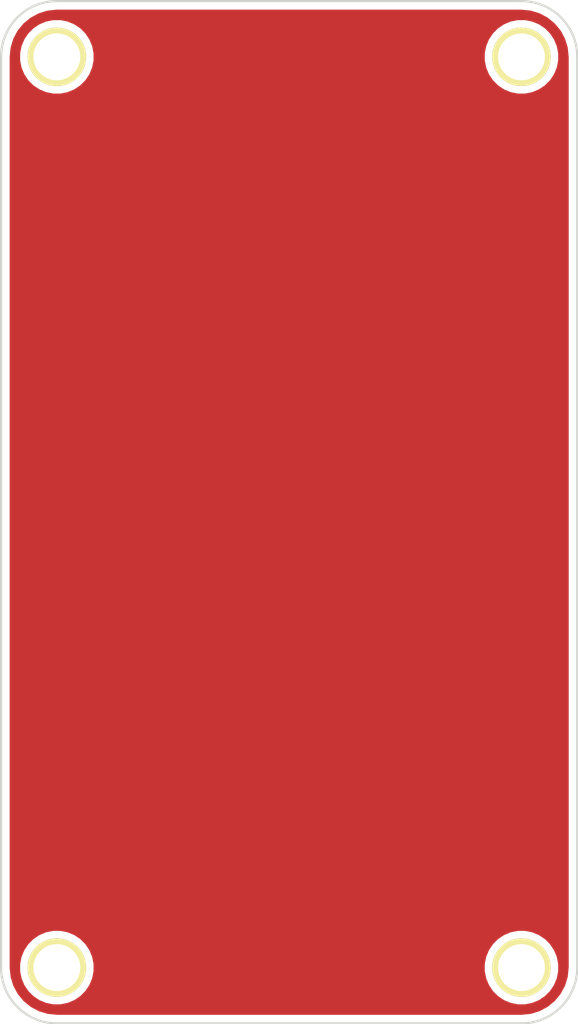
<source format=kicad_pcb>
(kicad_pcb (version 20171130) (host pcbnew 5.1.2-1.fc30)

  (general
    (thickness 1.6)
    (drawings 8)
    (tracks 0)
    (zones 0)
    (modules 5)
    (nets 2)
  )

  (page A4)
  (layers
    (0 F.Cu signal)
    (31 B.Cu signal)
    (32 B.Adhes user)
    (33 F.Adhes user)
    (34 B.Paste user)
    (35 F.Paste user)
    (36 B.SilkS user)
    (37 F.SilkS user)
    (38 B.Mask user)
    (39 F.Mask user)
    (40 Dwgs.User user)
    (41 Cmts.User user)
    (42 Eco1.User user)
    (43 Eco2.User user)
    (44 Edge.Cuts user)
    (45 Margin user)
    (46 B.CrtYd user)
    (47 F.CrtYd user)
    (48 B.Fab user)
    (49 F.Fab user)
  )

  (setup
    (last_trace_width 0.25)
    (trace_clearance 0.2)
    (zone_clearance 0.508)
    (zone_45_only no)
    (trace_min 0.2)
    (via_size 0.8)
    (via_drill 0.4)
    (via_min_size 0.4)
    (via_min_drill 0.3)
    (uvia_size 0.3)
    (uvia_drill 0.1)
    (uvias_allowed no)
    (uvia_min_size 0.2)
    (uvia_min_drill 0.1)
    (edge_width 0.15)
    (segment_width 0.2)
    (pcb_text_width 0.3)
    (pcb_text_size 1.5 1.5)
    (mod_edge_width 0.15)
    (mod_text_size 1 1)
    (mod_text_width 0.15)
    (pad_size 1.524 1.524)
    (pad_drill 0.762)
    (pad_to_mask_clearance 0.051)
    (solder_mask_min_width 0.25)
    (aux_axis_origin 0 0)
    (visible_elements FFFFFF7F)
    (pcbplotparams
      (layerselection 0x010fc_ffffffff)
      (usegerberextensions true)
      (usegerberattributes false)
      (usegerberadvancedattributes false)
      (creategerberjobfile false)
      (excludeedgelayer true)
      (linewidth 0.100000)
      (plotframeref false)
      (viasonmask false)
      (mode 1)
      (useauxorigin false)
      (hpglpennumber 1)
      (hpglpenspeed 20)
      (hpglpendiameter 15.000000)
      (psnegative false)
      (psa4output false)
      (plotreference true)
      (plotvalue true)
      (plotinvisibletext false)
      (padsonsilk false)
      (subtractmaskfromsilk false)
      (outputformat 1)
      (mirror false)
      (drillshape 0)
      (scaleselection 1)
      (outputdirectory "out/"))
  )

  (net 0 "")
  (net 1 GND)

  (net_class Default "This is the default net class."
    (clearance 0.2)
    (trace_width 0.25)
    (via_dia 0.8)
    (via_drill 0.4)
    (uvia_dia 0.3)
    (uvia_drill 0.1)
  )

  (module components:large-rose (layer F.Cu) (tedit 0) (tstamp 5CEA8417)
    (at 130.81 59.69)
    (fp_text reference G*** (at 0 0) (layer F.Mask) hide
      (effects (font (size 1.524 1.524) (thickness 0.3)))
    )
    (fp_text value LOGO (at 0.75 0) (layer F.Mask) hide
      (effects (font (size 1.524 1.524) (thickness 0.3)))
    )
    (fp_poly (pts (xy -5.889625 -15.724524) (xy -5.745641 -15.693436) (xy -5.674501 -15.685368) (xy -5.587098 -15.651066)
      (xy -5.433097 -15.562832) (xy -5.279157 -15.46225) (xy -5.103471 -15.345523) (xy -4.97087 -15.265034)
      (xy -4.916115 -15.24) (xy -4.844347 -15.207696) (xy -4.705781 -15.125338) (xy -4.61296 -15.065375)
      (xy -4.34277 -14.903233) (xy -4.010651 -14.728447) (xy -3.666657 -14.565547) (xy -3.360844 -14.439066)
      (xy -3.27025 -14.407339) (xy -3.096022 -14.345754) (xy -2.972344 -14.293525) (xy -2.95275 -14.282572)
      (xy -2.858991 -14.246556) (xy -2.684953 -14.19831) (xy -2.54 -14.164258) (xy -2.32113 -14.112425)
      (xy -2.13753 -14.062094) (xy -2.06375 -14.037397) (xy -1.868168 -13.972922) (xy -1.63996 -13.926238)
      (xy -1.358909 -13.895624) (xy -1.0048 -13.879359) (xy -0.557415 -13.87572) (xy -0.207313 -13.879306)
      (xy 0.315129 -13.889615) (xy 0.727167 -13.903691) (xy 1.045372 -13.922922) (xy 1.286318 -13.948697)
      (xy 1.466577 -13.982402) (xy 1.602721 -14.025427) (xy 1.61925 -14.032292) (xy 1.828884 -14.102406)
      (xy 2.009473 -14.128586) (xy 2.128895 -14.108967) (xy 2.159 -14.063663) (xy 2.132347 -13.980075)
      (xy 2.110557 -13.97) (xy 2.04999 -13.919294) (xy 1.999432 -13.83232) (xy 1.895411 -13.691412)
      (xy 1.810644 -13.625945) (xy 1.659916 -13.52424) (xy 1.587715 -13.462) (xy 1.433712 -13.341251)
      (xy 1.192123 -13.201818) (xy 1.095375 -13.152253) (xy 0.705852 -12.981763) (xy 0.342397 -12.882928)
      (xy 0.051485 -12.844839) (xy -0.164162 -12.819481) (xy -0.319132 -12.787372) (xy -0.380925 -12.755317)
      (xy -0.381 -12.754291) (xy -0.437254 -12.722841) (xy -0.578672 -12.705333) (xy -0.764239 -12.701293)
      (xy -0.95294 -12.710243) (xy -1.103762 -12.731708) (xy -1.17475 -12.7635) (xy -1.258601 -12.805609)
      (xy -1.414698 -12.82769) (xy -1.448373 -12.828553) (xy -1.7012 -12.848978) (xy -1.990859 -12.899213)
      (xy -2.255155 -12.966938) (xy -2.38125 -13.013312) (xy -2.529731 -13.07759) (xy -2.711163 -13.153263)
      (xy -2.714625 -13.154678) (xy -2.851918 -13.223014) (xy -2.919529 -13.280673) (xy -2.921 -13.287002)
      (xy -2.970465 -13.332943) (xy -2.990582 -13.335) (xy -3.078682 -13.375128) (xy -3.239602 -13.484543)
      (xy -3.452468 -13.646793) (xy -3.696411 -13.845426) (xy -3.95056 -14.063988) (xy -4.178751 -14.271625)
      (xy -4.355145 -14.430781) (xy -4.49905 -14.548609) (xy -4.583729 -14.603478) (xy -4.590822 -14.605)
      (xy -4.668378 -14.646789) (xy -4.787996 -14.750198) (xy -4.817344 -14.779625) (xy -5.036305 -14.98109)
      (xy -5.29895 -15.188126) (xy -5.553843 -15.361612) (xy -5.667375 -15.426155) (xy -5.78997 -15.504133)
      (xy -5.841987 -15.567553) (xy -5.842 -15.568231) (xy -5.893585 -15.615091) (xy -5.93725 -15.621)
      (xy -6.021691 -15.659198) (xy -6.0325 -15.691907) (xy -5.981468 -15.734772) (xy -5.889625 -15.724524)) (layer F.Mask) (width 0.01))
    (fp_poly (pts (xy -11.303 17.24025) (xy -11.33475 17.272) (xy -11.3665 17.24025) (xy -11.33475 17.2085)
      (xy -11.303 17.24025)) (layer F.Mask) (width 0.01))
    (fp_poly (pts (xy 4.733719 -23.236862) (xy 5.031858 -23.228314) (xy 5.274638 -23.214894) (xy 5.436923 -23.19666)
      (xy 5.49275 -23.1775) (xy 5.577867 -23.133115) (xy 5.72921 -23.113678) (xy 5.734622 -23.113646)
      (xy 5.956356 -23.091968) (xy 6.227244 -23.037332) (xy 6.478718 -22.964427) (xy 6.5405 -22.941035)
      (xy 6.642771 -22.911906) (xy 6.835766 -22.867017) (xy 7.085398 -22.814104) (xy 7.20725 -22.789712)
      (xy 7.5707 -22.717913) (xy 7.831417 -22.665016) (xy 8.011385 -22.625959) (xy 8.132589 -22.59568)
      (xy 8.217013 -22.569117) (xy 8.286642 -22.541208) (xy 8.28675 -22.541161) (xy 8.428174 -22.49912)
      (xy 8.628839 -22.460614) (xy 8.6995 -22.450833) (xy 9.081928 -22.399737) (xy 9.343441 -22.354847)
      (xy 9.489912 -22.31504) (xy 9.525 -22.293153) (xy 9.598849 -22.260948) (xy 9.76332 -22.216121)
      (xy 9.983937 -22.167976) (xy 10.00125 -22.164594) (xy 10.236476 -22.114885) (xy 10.429647 -22.066598)
      (xy 10.539749 -22.030009) (xy 10.541 -22.029376) (xy 10.714437 -21.953266) (xy 10.900924 -21.888506)
      (xy 10.958675 -21.873385) (xy 11.042555 -21.840304) (xy 11.211175 -21.763847) (xy 11.43563 -21.657323)
      (xy 11.570402 -21.591725) (xy 11.872142 -21.428858) (xy 12.144486 -21.254826) (xy 12.366215 -21.085844)
      (xy 12.516111 -20.93813) (xy 12.572954 -20.8279) (xy 12.573 -20.825484) (xy 12.612717 -20.734806)
      (xy 12.7 -20.622872) (xy 12.794477 -20.472511) (xy 12.827 -20.339777) (xy 12.84568 -20.226228)
      (xy 12.877743 -20.193) (xy 12.934415 -20.137508) (xy 12.996785 -19.999708) (xy 13.049988 -19.822618)
      (xy 13.079158 -19.649254) (xy 13.081 -19.604865) (xy 13.102875 -19.465965) (xy 13.1445 -19.39925)
      (xy 13.185347 -19.315863) (xy 13.206969 -19.158354) (xy 13.208 -19.1135) (xy 13.222977 -18.945676)
      (xy 13.260109 -18.83879) (xy 13.2715 -18.82775) (xy 13.304409 -18.748345) (xy 13.327358 -18.58012)
      (xy 13.335 -18.38325) (xy 13.325744 -18.167506) (xy 13.301607 -18.006124) (xy 13.2715 -17.93875)
      (xy 13.234656 -17.857373) (xy 13.211743 -17.693948) (xy 13.208 -17.585753) (xy 13.196449 -17.40587)
      (xy 13.16695 -17.292368) (xy 13.1445 -17.272) (xy 13.097964 -17.21733) (xy 13.081 -17.101884)
      (xy 13.070303 -16.969251) (xy 13.033443 -16.814251) (xy 12.963265 -16.619132) (xy 12.852613 -16.366144)
      (xy 12.694331 -16.037537) (xy 12.484049 -15.621) (xy 12.325047 -15.30979) (xy 12.18204 -15.029134)
      (xy 12.067209 -14.802999) (xy 11.992741 -14.655351) (xy 11.975874 -14.621371) (xy 11.906061 -14.512828)
      (xy 11.858625 -14.478496) (xy 11.812594 -14.427371) (xy 11.808419 -14.398625) (xy 11.768203 -14.305326)
      (xy 11.669873 -14.163156) (xy 11.617919 -14.099399) (xy 11.504852 -13.956065) (xy 11.437873 -13.849798)
      (xy 11.43 -13.824988) (xy 11.389723 -13.740224) (xy 11.33475 -13.675179) (xy 11.249291 -13.554729)
      (xy 11.26576 -13.478739) (xy 11.335611 -13.462) (xy 11.473315 -13.433544) (xy 11.541986 -13.404689)
      (xy 11.669584 -13.353408) (xy 11.859708 -13.292392) (xy 11.938 -13.270325) (xy 12.251771 -13.176785)
      (xy 12.562283 -13.068792) (xy 12.841391 -12.957732) (xy 13.060951 -12.85499) (xy 13.192817 -12.771952)
      (xy 13.208 -12.756574) (xy 13.283278 -12.712222) (xy 13.43097 -12.649998) (xy 13.477875 -12.632693)
      (xy 13.628108 -12.569067) (xy 13.710579 -12.514951) (xy 13.716 -12.503737) (xy 13.768095 -12.453153)
      (xy 13.900313 -12.374431) (xy 13.985875 -12.331395) (xy 14.171944 -12.221793) (xy 14.399037 -12.058717)
      (xy 14.615176 -11.879902) (xy 14.791634 -11.725621) (xy 14.931206 -11.611461) (xy 15.007993 -11.558433)
      (xy 15.013227 -11.557001) (xy 15.076629 -11.514208) (xy 15.200874 -11.402534) (xy 15.361335 -11.247032)
      (xy 15.533386 -11.072758) (xy 15.6924 -10.904766) (xy 15.81375 -10.76811) (xy 15.872811 -10.687845)
      (xy 15.875 -10.680245) (xy 15.917169 -10.604615) (xy 16.020327 -10.490383) (xy 16.036638 -10.474787)
      (xy 16.170285 -10.32638) (xy 16.317094 -10.130903) (xy 16.370013 -10.051081) (xy 16.47683 -9.895607)
      (xy 16.560995 -9.797164) (xy 16.589375 -9.779114) (xy 16.632438 -9.727768) (xy 16.637 -9.689751)
      (xy 16.656125 -9.601002) (xy 16.717999 -9.4452) (xy 16.829365 -9.206774) (xy 16.96245 -8.938487)
      (xy 17.014598 -8.733282) (xy 17.016406 -8.464108) (xy 16.972197 -8.181633) (xy 16.886296 -7.936521)
      (xy 16.875125 -7.915182) (xy 16.759689 -7.729026) (xy 16.628758 -7.554403) (xy 16.50851 -7.422962)
      (xy 16.425127 -7.366349) (xy 16.420819 -7.366) (xy 16.354933 -7.333377) (xy 16.219313 -7.249554)
      (xy 16.107099 -7.1755) (xy 15.925198 -7.066628) (xy 15.768958 -6.996711) (xy 15.70704 -6.982981)
      (xy 15.561625 -6.943897) (xy 15.472268 -6.892323) (xy 15.332844 -6.823289) (xy 15.141203 -6.768127)
      (xy 15.107143 -6.761761) (xy 14.950598 -6.722248) (xy 14.864653 -6.675157) (xy 14.859 -6.661919)
      (xy 14.80474 -6.617991) (xy 14.703997 -6.604) (xy 14.569542 -6.580587) (xy 14.50975 -6.5405)
      (xy 14.424779 -6.496496) (xy 14.272905 -6.47705) (xy 14.264702 -6.477001) (xy 14.103374 -6.462044)
      (xy 13.999806 -6.425963) (xy 13.998574 -6.424935) (xy 13.91247 -6.381862) (xy 13.739013 -6.314891)
      (xy 13.512373 -6.237022) (xy 13.462 -6.220751) (xy 13.233625 -6.144975) (xy 13.05605 -6.080751)
      (xy 12.960908 -6.039664) (xy 12.954 -6.034692) (xy 12.866966 -5.976194) (xy 12.709848 -5.89371)
      (xy 12.527992 -5.808489) (xy 12.366744 -5.741777) (xy 12.271448 -5.714824) (xy 12.271375 -5.714824)
      (xy 12.197617 -5.67489) (xy 12.192 -5.6515) (xy 12.142784 -5.590988) (xy 12.121437 -5.588)
      (xy 12.03869 -5.549788) (xy 11.894434 -5.450409) (xy 11.747499 -5.334) (xy 11.582257 -5.201107)
      (xy 11.455484 -5.109168) (xy 11.400334 -5.08) (xy 11.335679 -5.037791) (xy 11.215267 -4.92902)
      (xy 11.1125 -4.826) (xy 10.971213 -4.686255) (xy 10.864484 -4.594) (xy 10.82619 -4.572)
      (xy 10.766578 -4.531033) (xy 10.63327 -4.418902) (xy 10.444789 -4.251763) (xy 10.219658 -4.045773)
      (xy 10.17097 -4.000501) (xy 9.937122 -3.787854) (xy 9.731732 -3.611089) (xy 9.574605 -3.48654)
      (xy 9.485547 -3.430542) (xy 9.478008 -3.429001) (xy 9.403792 -3.389159) (xy 9.398 -3.3655)
      (xy 9.349267 -3.304333) (xy 9.331414 -3.302001) (xy 9.249004 -3.268935) (xy 9.094125 -3.18183)
      (xy 8.898803 -3.058824) (xy 8.87933 -3.045946) (xy 8.647007 -2.903948) (xy 8.416591 -2.78309)
      (xy 8.247416 -2.712985) (xy 8.093301 -2.654261) (xy 8.007398 -2.600901) (xy 8.001 -2.58804)
      (xy 7.949299 -2.545472) (xy 7.904888 -2.54) (xy 7.767565 -2.51118) (xy 7.698513 -2.481689)
      (xy 7.480174 -2.375651) (xy 7.237041 -2.271551) (xy 7.014149 -2.187494) (xy 6.856532 -2.141589)
      (xy 6.849555 -2.140347) (xy 6.632717 -2.085065) (xy 6.45791 -2.006127) (xy 6.359907 -1.921038)
      (xy 6.35 -1.88884) (xy 6.303054 -1.790844) (xy 6.223 -1.7145) (xy 6.124853 -1.616917)
      (xy 6.096 -1.549854) (xy 6.05234 -1.476472) (xy 5.934384 -1.336846) (xy 5.761664 -1.150318)
      (xy 5.553713 -0.936231) (xy 5.330065 -0.713927) (xy 5.110251 -0.502748) (xy 4.913804 -0.322037)
      (xy 4.760259 -0.191136) (xy 4.669147 -0.129387) (xy 4.659127 -0.127) (xy 4.579973 -0.089962)
      (xy 4.572 -0.0635) (xy 4.521322 -0.00552) (xy 4.486591 0) (xy 4.382969 0.043524)
      (xy 4.286249 0.127) (xy 4.173573 0.222284) (xy 4.093683 0.254) (xy 4.032244 0.265729)
      (xy 3.983291 0.309877) (xy 3.944955 0.399886) (xy 3.915362 0.549196) (xy 3.892644 0.77125)
      (xy 3.874928 1.079489) (xy 3.860344 1.487355) (xy 3.84702 2.008288) (xy 3.846535 2.029543)
      (xy 3.83331 2.506301) (xy 3.81703 2.9237) (xy 3.798571 3.267078) (xy 3.778808 3.521775)
      (xy 3.758614 3.673127) (xy 3.746395 3.708504) (xy 3.701172 3.812964) (xy 3.683 3.96875)
      (xy 3.666547 4.127117) (xy 3.628176 4.225925) (xy 3.596383 4.311828) (xy 3.55617 4.492805)
      (xy 3.513913 4.737797) (xy 3.491984 4.8895) (xy 3.451921 5.156991) (xy 3.411398 5.378128)
      (xy 3.376513 5.52166) (xy 3.3619 5.55625) (xy 3.330965 5.644852) (xy 3.290777 5.825909)
      (xy 3.248429 6.065931) (xy 3.234142 6.1595) (xy 3.19223 6.411982) (xy 3.149053 6.616935)
      (xy 3.111962 6.741097) (xy 3.101549 6.759574) (xy 3.063391 6.86164) (xy 3.048 7.01675)
      (xy 3.029428 7.17565) (xy 2.986184 7.275415) (xy 2.945263 7.371985) (xy 2.913376 7.544511)
      (xy 2.905018 7.633865) (xy 2.884397 7.81973) (xy 2.854473 7.948877) (xy 2.839833 7.976332)
      (xy 2.805915 8.068245) (xy 2.794 8.198335) (xy 2.773295 8.340995) (xy 2.7305 8.41375)
      (xy 2.681345 8.50128) (xy 2.667 8.607997) (xy 2.713475 8.729801) (xy 2.823987 8.768695)
      (xy 2.955167 8.709539) (xy 2.955924 8.708861) (xy 3.048556 8.662228) (xy 3.218396 8.602982)
      (xy 3.33375 8.569639) (xy 3.532721 8.505404) (xy 3.685908 8.436541) (xy 3.732649 8.404039)
      (xy 3.766444 8.324127) (xy 3.79431 8.151468) (xy 3.817098 7.876751) (xy 3.83566 7.490665)
      (xy 3.842667 7.273036) (xy 4.191449 7.273036) (xy 4.191637 7.580402) (xy 4.196236 7.860078)
      (xy 4.205461 8.086291) (xy 4.219527 8.233263) (xy 4.232177 8.27501) (xy 4.321308 8.292177)
      (xy 4.466257 8.269601) (xy 4.60718 8.21999) (xy 4.664075 8.183301) (xy 4.77558 8.134998)
      (xy 4.8387 8.128) (xy 4.93478 8.098789) (xy 4.953 8.0645) (xy 5.001812 8.003436)
      (xy 5.020223 8.001) (xy 5.12233 7.956851) (xy 5.309219 7.82708) (xy 5.575703 7.615702)
      (xy 5.916596 7.326729) (xy 6.106171 7.160721) (xy 6.315769 6.980775) (xy 6.493469 6.837869)
      (xy 6.616162 6.750047) (xy 6.656504 6.731) (xy 6.73652 6.692247) (xy 6.741583 6.683375)
      (xy 6.805425 6.614565) (xy 6.940482 6.501956) (xy 7.113855 6.369716) (xy 7.292645 6.24201)
      (xy 7.443952 6.143004) (xy 7.534879 6.096867) (xy 7.541198 6.096) (xy 7.62374 6.056662)
      (xy 7.630583 6.044659) (xy 7.694795 5.982191) (xy 7.842916 5.872308) (xy 8.049226 5.731714)
      (xy 8.288006 5.577109) (xy 8.533538 5.425197) (xy 8.760101 5.292679) (xy 8.92175 5.206171)
      (xy 9.099955 5.111372) (xy 9.224335 5.033628) (xy 9.260416 5.000625) (xy 9.333233 4.953872)
      (xy 9.345864 4.953) (xy 9.438654 4.919217) (xy 9.574017 4.837608) (xy 9.578697 4.83433)
      (xy 9.752663 4.732715) (xy 9.906 4.669189) (xy 10.050915 4.617379) (xy 10.257461 4.532712)
      (xy 10.414 4.463703) (xy 10.774589 4.303703) (xy 11.061098 4.188878) (xy 11.312322 4.106205)
      (xy 11.567059 4.042659) (xy 11.811 3.99474) (xy 12.031808 3.948375) (xy 12.20332 3.900805)
      (xy 12.284075 3.864921) (xy 12.388928 3.823145) (xy 12.511616 3.81) (xy 12.650269 3.797129)
      (xy 12.716371 3.772461) (xy 12.794876 3.748812) (xy 12.962076 3.724544) (xy 13.154305 3.707061)
      (xy 13.373293 3.683267) (xy 13.54218 3.649251) (xy 13.6163 3.617599) (xy 13.718573 3.574486)
      (xy 13.879751 3.556011) (xy 13.883702 3.556) (xy 14.035349 3.540873) (xy 14.121301 3.504227)
      (xy 14.122985 3.501827) (xy 14.197545 3.467092) (xy 14.365131 3.423669) (xy 14.592896 3.379742)
      (xy 14.650607 3.370387) (xy 14.900898 3.326104) (xy 15.111633 3.279548) (xy 15.243135 3.239668)
      (xy 15.255013 3.234059) (xy 15.413796 3.183393) (xy 15.496885 3.175) (xy 15.58684 3.152894)
      (xy 15.59303 3.117617) (xy 15.53298 3.096924) (xy 15.379749 3.085142) (xy 15.127128 3.082338)
      (xy 14.768911 3.088579) (xy 14.298888 3.103932) (xy 13.710852 3.128462) (xy 13.446125 3.140628)
      (xy 13.183461 3.147853) (xy 12.976095 3.143846) (xy 12.851165 3.129686) (xy 12.827 3.115991)
      (xy 12.872399 3.045387) (xy 12.984761 2.938453) (xy 13.016923 2.912272) (xy 13.139796 2.803969)
      (xy 13.204513 2.725009) (xy 13.207423 2.714625) (xy 13.157327 2.67626) (xy 13.049691 2.669349)
      (xy 12.950436 2.695577) (xy 12.934517 2.707649) (xy 12.851976 2.736166) (xy 12.688665 2.762378)
      (xy 12.590559 2.771971) (xy 12.333685 2.807034) (xy 12.099836 2.880173) (xy 11.852441 2.996308)
      (xy 11.740211 3.035667) (xy 11.709965 2.991178) (xy 11.760597 2.856593) (xy 11.811 2.76225)
      (xy 11.886468 2.611324) (xy 11.918613 2.512459) (xy 11.91585 2.496683) (xy 11.839651 2.486381)
      (xy 11.701615 2.503699) (xy 11.554234 2.537631) (xy 11.450001 2.57717) (xy 11.43 2.598562)
      (xy 11.373843 2.636627) (xy 11.229322 2.68741) (xy 11.096625 2.722917) (xy 10.873442 2.781943)
      (xy 10.677579 2.842953) (xy 10.6045 2.870418) (xy 10.431751 2.943651) (xy 10.31875 2.991263)
      (xy 10.159832 3.036959) (xy 10.00125 3.062142) (xy 9.86778 3.061007) (xy 9.821185 3.003367)
      (xy 9.819972 2.921) (xy 9.84725 2.729636) (xy 9.875862 2.61609) (xy 9.896899 2.51655)
      (xy 9.848448 2.49303) (xy 9.739639 2.514743) (xy 9.598368 2.559402) (xy 9.525 2.600065)
      (xy 9.44999 2.641138) (xy 9.296348 2.698785) (xy 9.2075 2.727204) (xy 8.954365 2.82129)
      (xy 8.688981 2.947239) (xy 8.45644 3.08157) (xy 8.305805 3.196766) (xy 8.192129 3.286613)
      (xy 8.048924 3.373744) (xy 7.932125 3.425347) (xy 7.909924 3.429) (xy 7.877282 3.376427)
      (xy 7.876689 3.251626) (xy 7.903564 3.10397) (xy 7.950971 2.986526) (xy 7.991409 2.871028)
      (xy 7.975756 2.812762) (xy 7.915743 2.835721) (xy 7.794966 2.93345) (xy 7.63469 3.08376)
      (xy 7.456177 3.264465) (xy 7.28069 3.453375) (xy 7.129492 3.628304) (xy 7.023846 3.767063)
      (xy 6.985 3.84662) (xy 6.953263 3.935927) (xy 6.937375 3.947583) (xy 6.876522 4.012643)
      (xy 6.792044 4.142815) (xy 6.78364 4.157578) (xy 6.682693 4.312519) (xy 6.617958 4.349561)
      (xy 6.587046 4.266871) (xy 6.587568 4.06262) (xy 6.591019 4.009986) (xy 6.593988 3.759079)
      (xy 6.56185 3.616649) (xy 6.498898 3.587631) (xy 6.409425 3.676962) (xy 6.365282 3.750388)
      (xy 6.242761 3.948835) (xy 6.111875 4.128794) (xy 6.01604 4.264954) (xy 5.969771 4.366548)
      (xy 5.969 4.374791) (xy 5.934829 4.441871) (xy 5.920557 4.445) (xy 5.854758 4.493822)
      (xy 5.809432 4.561041) (xy 5.670647 4.836042) (xy 5.573523 5.065121) (xy 5.559334 5.106493)
      (xy 5.507918 5.187615) (xy 5.452735 5.165518) (xy 5.407607 5.062762) (xy 5.386356 4.901902)
      (xy 5.387641 4.826269) (xy 5.385072 4.654828) (xy 5.344664 4.580749) (xy 5.304822 4.572)
      (xy 5.219783 4.624237) (xy 5.202358 4.683125) (xy 5.166186 4.810688) (xy 5.084432 4.971354)
      (xy 5.076033 4.98475) (xy 4.968988 5.166078) (xy 4.882793 5.334) (xy 4.807584 5.495741)
      (xy 4.712258 5.69458) (xy 4.691619 5.736875) (xy 4.615095 5.929088) (xy 4.574152 6.102137)
      (xy 4.572 6.135743) (xy 4.537597 6.253201) (xy 4.459812 6.332625) (xy 4.37678 6.348204)
      (xy 4.332391 6.297924) (xy 4.270091 6.227323) (xy 4.249208 6.223) (xy 4.230543 6.282184)
      (xy 4.215221 6.442556) (xy 4.203456 6.678338) (xy 4.19546 6.963757) (xy 4.191449 7.273036)
      (xy 3.842667 7.273036) (xy 3.846238 7.162135) (xy 3.865667 6.547167) (xy 3.886636 6.054331)
      (xy 3.909514 5.678765) (xy 3.93467 5.415604) (xy 3.96247 5.259988) (xy 3.993285 5.207052)
      (xy 3.994355 5.207) (xy 4.038616 5.262017) (xy 4.089097 5.398417) (xy 4.100425 5.440302)
      (xy 4.162618 5.608118) (xy 4.232646 5.693919) (xy 4.290905 5.686858) (xy 4.317789 5.576087)
      (xy 4.318 5.56068) (xy 4.342862 5.380655) (xy 4.3815 5.269638) (xy 4.466161 5.101464)
      (xy 4.5085 5.017361) (xy 4.560532 4.877439) (xy 4.572 4.805897) (xy 4.600648 4.705927)
      (xy 4.676427 4.530558) (xy 4.784084 4.308673) (xy 4.908367 4.069156) (xy 5.034026 3.840892)
      (xy 5.145808 3.652765) (xy 5.228461 3.533659) (xy 5.257663 3.507362) (xy 5.316492 3.540074)
      (xy 5.334 3.645958) (xy 5.348308 3.767892) (xy 5.37699 3.81) (xy 5.432542 3.766239)
      (xy 5.560494 3.644712) (xy 5.746118 3.460052) (xy 5.974682 3.226889) (xy 6.207957 2.9845)
      (xy 6.463874 2.719625) (xy 6.69162 2.490002) (xy 6.876152 2.310306) (xy 7.002429 2.195216)
      (xy 7.053967 2.159) (xy 7.101133 2.212232) (xy 7.112 2.286) (xy 7.091866 2.389276)
      (xy 7.064037 2.413) (xy 7.019729 2.46641) (xy 6.963485 2.593219) (xy 6.912851 2.743296)
      (xy 6.885373 2.866508) (xy 6.889897 2.910564) (xy 6.940552 2.876995) (xy 7.063093 2.769177)
      (xy 7.240081 2.603136) (xy 7.454077 2.394901) (xy 7.493809 2.355537) (xy 7.71702 2.138675)
      (xy 7.911326 1.958959) (xy 8.057652 1.833392) (xy 8.136923 1.778975) (xy 8.141781 1.777999)
      (xy 8.228319 1.734281) (xy 8.327329 1.640819) (xy 8.432934 1.54478) (xy 8.482687 1.550333)
      (xy 8.47106 1.642462) (xy 8.392523 1.806156) (xy 8.389871 1.810668) (xy 8.31037 1.975859)
      (xy 8.260972 2.135499) (xy 8.250739 2.251089) (xy 8.277977 2.286) (xy 8.352005 2.257262)
      (xy 8.50681 2.181626) (xy 8.712764 2.074958) (xy 8.940237 1.953123) (xy 9.1596 1.831989)
      (xy 9.341225 1.72742) (xy 9.454475 1.656002) (xy 9.604674 1.574269) (xy 9.756523 1.528188)
      (xy 9.869883 1.525922) (xy 9.906 1.564176) (xy 9.863109 1.63049) (xy 9.768819 1.723329)
      (xy 9.680275 1.817803) (xy 9.662984 1.873651) (xy 9.738277 1.879624) (xy 9.895252 1.861366)
      (xy 10.092722 1.826777) (xy 10.289503 1.78376) (xy 10.444409 1.740217) (xy 10.50925 1.711291)
      (xy 10.594691 1.68475) (xy 10.766186 1.652497) (xy 10.983302 1.620241) (xy 11.205607 1.593689)
      (xy 11.39267 1.578549) (xy 11.460162 1.57704) (xy 11.537131 1.610469) (xy 11.518919 1.689649)
      (xy 11.415221 1.78871) (xy 11.369921 1.81783) (xy 11.240929 1.908222) (xy 11.177388 1.98059)
      (xy 11.176 1.988067) (xy 11.233781 2.017876) (xy 11.391376 2.0213) (xy 11.625164 2.001832)
      (xy 11.911523 1.962965) (xy 12.226832 1.90819) (xy 12.547469 1.841) (xy 12.849812 1.764886)
      (xy 13.011648 1.716695) (xy 13.274546 1.641687) (xy 13.424441 1.621603) (xy 13.462859 1.656487)
      (xy 13.410141 1.728258) (xy 13.344008 1.854593) (xy 13.335 1.9177) (xy 13.35029 1.977172)
      (xy 13.4135 2.011771) (xy 13.550635 2.027908) (xy 13.787702 2.031996) (xy 13.79855 2.032)
      (xy 14.033537 2.024824) (xy 14.219347 2.005922) (xy 14.318839 1.979231) (xy 14.322425 1.976459)
      (xy 14.414214 1.93959) (xy 14.579989 1.910047) (xy 14.785566 1.889546) (xy 14.996764 1.879803)
      (xy 15.179401 1.882532) (xy 15.299296 1.899449) (xy 15.326428 1.926073) (xy 15.257362 2.005742)
      (xy 15.121197 2.121703) (xy 14.955606 2.246123) (xy 14.798267 2.351168) (xy 14.686852 2.409006)
      (xy 14.667324 2.413) (xy 14.608348 2.444484) (xy 14.658103 2.53611) (xy 14.695714 2.576285)
      (xy 14.829445 2.648797) (xy 14.93913 2.667) (xy 15.074548 2.683201) (xy 15.134819 2.709986)
      (xy 15.215831 2.735449) (xy 15.386506 2.76062) (xy 15.605772 2.779745) (xy 15.841023 2.801697)
      (xy 16.035443 2.832757) (xy 16.140695 2.863759) (xy 16.242198 2.88529) (xy 16.442955 2.903123)
      (xy 16.715238 2.915562) (xy 17.031318 2.920912) (xy 17.077325 2.921) (xy 17.431564 2.925688)
      (xy 17.696452 2.939091) (xy 17.858979 2.960213) (xy 17.907 2.9845) (xy 17.853778 3.035976)
      (xy 17.779138 3.048) (xy 17.612716 3.07625) (xy 17.541013 3.104091) (xy 17.404017 3.170109)
      (xy 17.24025 3.245024) (xy 17.069377 3.333227) (xy 16.863191 3.455526) (xy 16.784308 3.506433)
      (xy 16.619079 3.608604) (xy 16.493596 3.672356) (xy 16.456225 3.683) (xy 16.376979 3.72245)
      (xy 16.372416 3.730625) (xy 16.302886 3.797325) (xy 16.16425 3.890135) (xy 16.002329 3.981118)
      (xy 15.862944 4.042338) (xy 15.859125 4.04357) (xy 15.759514 4.105677) (xy 15.772471 4.167199)
      (xy 15.875 4.191) (xy 15.978185 4.164407) (xy 16.002 4.1275) (xy 16.058334 4.087736)
      (xy 16.199063 4.065619) (xy 16.256 4.064) (xy 16.438455 4.080088) (xy 16.503373 4.124856)
      (xy 16.447386 4.19306) (xy 16.367125 4.237114) (xy 16.001656 4.408369) (xy 15.737894 4.528011)
      (xy 15.563944 4.601206) (xy 15.467911 4.63312) (xy 15.449761 4.6355) (xy 15.359771 4.673649)
      (xy 15.246565 4.756805) (xy 15.164974 4.864579) (xy 15.188223 4.927517) (xy 15.295847 4.921474)
      (xy 15.361513 4.892436) (xy 15.520437 4.831606) (xy 15.609016 4.850249) (xy 15.621 4.8895)
      (xy 15.570011 4.946831) (xy 15.53175 4.953) (xy 15.421538 4.979388) (xy 15.254943 5.045292)
      (xy 15.198375 5.071709) (xy 14.905901 5.198083) (xy 14.629952 5.289388) (xy 14.412186 5.332351)
      (xy 14.375066 5.334) (xy 14.240523 5.362279) (xy 14.188949 5.39445) (xy 14.090121 5.437952)
      (xy 13.923501 5.468054) (xy 13.88604 5.471229) (xy 13.721988 5.493746) (xy 13.621476 5.528911)
      (xy 13.612543 5.537778) (xy 13.530263 5.58071) (xy 13.466027 5.588) (xy 13.353834 5.622907)
      (xy 13.256653 5.701857) (xy 13.214529 5.786188) (xy 13.227045 5.818711) (xy 13.29729 5.810237)
      (xy 13.423201 5.741885) (xy 13.452271 5.721927) (xy 13.605358 5.631812) (xy 13.730855 5.588641)
      (xy 13.741677 5.588) (xy 13.826989 5.627987) (xy 13.83523 5.714777) (xy 13.771825 5.798612)
      (xy 13.716 5.8236) (xy 13.613058 5.873862) (xy 13.589 5.912906) (xy 13.539929 5.96682)
      (xy 13.521263 5.969) (xy 13.432947 6.004848) (xy 13.290724 6.095034) (xy 13.228576 6.140577)
      (xy 12.900192 6.361181) (xy 12.482674 6.594031) (xy 12.28725 6.691504) (xy 12.106145 6.798384)
      (xy 11.920907 6.935208) (xy 11.90625 6.947644) (xy 11.773813 7.052332) (xy 11.681055 7.108758)
      (xy 11.668125 7.111922) (xy 11.621802 7.160764) (xy 11.6205 7.1755) (xy 11.674842 7.223234)
      (xy 11.77925 7.239) (xy 11.898586 7.260736) (xy 11.938 7.3025) (xy 11.887011 7.359831)
      (xy 11.84875 7.366) (xy 11.750326 7.393442) (xy 11.587222 7.46127) (xy 11.405519 7.547737)
      (xy 11.2513 7.631093) (xy 11.176 7.6835) (xy 11.130624 7.717657) (xy 11.031329 7.77632)
      (xy 10.853274 7.873854) (xy 10.76325 7.922247) (xy 10.624592 7.991401) (xy 10.436289 8.079468)
      (xy 10.38225 8.103857) (xy 10.235302 8.180146) (xy 10.206215 8.22648) (xy 10.239375 8.240851)
      (xy 10.334141 8.291344) (xy 10.338643 8.35373) (xy 10.25525 8.382) (xy 10.170646 8.408902)
      (xy 10.16 8.431636) (xy 10.104558 8.475893) (xy 9.963119 8.533794) (xy 9.858375 8.566493)
      (xy 9.63111 8.642486) (xy 9.420379 8.7316) (xy 9.361541 8.762125) (xy 9.184165 8.840854)
      (xy 8.950111 8.918217) (xy 8.821791 8.951541) (xy 8.608275 9.006008) (xy 8.433805 9.060134)
      (xy 8.366986 9.087271) (xy 8.219444 9.132494) (xy 8.081236 9.14888) (xy 7.866633 9.174218)
      (xy 7.657774 9.229874) (xy 7.491161 9.302434) (xy 7.403296 9.378484) (xy 7.39775 9.400034)
      (xy 7.376855 9.439101) (xy 7.302164 9.467321) (xy 7.155662 9.487052) (xy 6.919335 9.500648)
      (xy 6.575171 9.510467) (xy 6.549286 9.511017) (xy 6.199271 9.513534) (xy 5.914661 9.50602)
      (xy 5.716025 9.48949) (xy 5.62442 9.465376) (xy 5.530834 9.439183) (xy 5.338251 9.418592)
      (xy 5.074351 9.403789) (xy 4.766817 9.39496) (xy 4.443327 9.392292) (xy 4.131564 9.39597)
      (xy 3.859208 9.406181) (xy 3.653939 9.423112) (xy 3.543439 9.446947) (xy 3.536499 9.451333)
      (xy 3.42173 9.500442) (xy 3.246093 9.532837) (xy 3.215095 9.535427) (xy 3.052067 9.558011)
      (xy 2.952793 9.593385) (xy 2.944543 9.601778) (xy 2.866793 9.63416) (xy 2.71321 9.651221)
      (xy 2.670046 9.652) (xy 2.489775 9.673779) (xy 2.383304 9.757967) (xy 2.321328 9.932838)
      (xy 2.308072 10.00125) (xy 2.262176 10.169177) (xy 2.228836 10.25525) (xy 2.103207 10.539495)
      (xy 2.023552 10.730507) (xy 1.981464 10.849816) (xy 1.968532 10.918953) (xy 1.9685 10.921799)
      (xy 1.940952 11.025918) (xy 1.873677 11.179408) (xy 1.864182 11.197952) (xy 1.752015 11.416126)
      (xy 1.687503 11.551774) (xy 1.658035 11.634163) (xy 1.651 11.692558) (xy 1.651 11.692684)
      (xy 1.64713 11.724258) (xy 1.6328 11.773425) (xy 1.603925 11.848677) (xy 1.556421 11.958508)
      (xy 1.486204 12.111408) (xy 1.38919 12.315871) (xy 1.261296 12.58039) (xy 1.098436 12.913456)
      (xy 0.896527 13.323561) (xy 0.651485 13.8192) (xy 0.359226 14.408863) (xy 0.015666 15.101043)
      (xy -0.102717 15.339424) (xy -0.380988 15.901778) (xy -0.641236 16.43172) (xy -0.878077 16.918001)
      (xy -1.086125 17.349374) (xy -1.259997 17.714593) (xy -1.394306 18.00241) (xy -1.48367 18.201578)
      (xy -1.522702 18.300849) (xy -1.524 18.308049) (xy -1.55008 18.399878) (xy -1.577337 18.415)
      (xy -1.628185 18.469408) (xy -1.691996 18.605891) (xy -1.7145 18.669) (xy -1.776098 18.825537)
      (xy -1.830533 18.914945) (xy -1.84478 18.923) (xy -1.891784 18.977062) (xy -1.934763 19.097625)
      (xy -1.991104 19.278161) (xy -2.069091 19.480517) (xy -2.075122 19.4945) (xy -2.186085 19.754894)
      (xy -2.269089 19.966992) (xy -2.348729 20.193) (xy -2.424615 20.392636) (xy -2.503936 20.568907)
      (xy -2.506556 20.574) (xy -2.578129 20.750894) (xy -2.635062 20.954097) (xy -2.635251 20.955)
      (xy -2.678584 21.121763) (xy -2.722796 21.233974) (xy -2.727175 21.24075) (xy -2.763709 21.333366)
      (xy -2.812169 21.509026) (xy -2.852449 21.68525) (xy -2.904626 21.908084) (xy -2.957367 22.091704)
      (xy -2.990107 22.176513) (xy -3.040185 22.336223) (xy -3.048 22.4155) (xy -3.07744 22.581929)
      (xy -3.10692 22.654486) (xy -3.149769 22.784698) (xy -3.196137 23.003343) (xy -3.240189 23.272198)
      (xy -3.276088 23.553041) (xy -3.297997 23.807649) (xy -3.302 23.932109) (xy -3.316557 24.102409)
      (xy -3.352774 24.212226) (xy -3.3655 24.22525) (xy -3.411012 24.310973) (xy -3.429 24.453724)
      (xy -3.429 24.642954) (xy -4.731575 24.633079) (xy -5.125471 24.627489) (xy -5.474936 24.617572)
      (xy -5.760526 24.604286) (xy -5.962799 24.588591) (xy -6.062313 24.571445) (xy -6.068823 24.567101)
      (xy -6.15106 24.526758) (xy -6.290248 24.511) (xy -6.422376 24.492267) (xy -6.477 24.4475)
      (xy -6.434751 24.385786) (xy -6.421753 24.384) (xy -6.374909 24.32835) (xy -6.316784 24.186433)
      (xy -6.285392 24.082375) (xy -6.227329 23.893556) (xy -6.17175 23.755665) (xy -6.150139 23.720425)
      (xy -6.116649 23.63807) (xy -5.36298 23.63807) (xy -5.291998 23.710142) (xy -5.143933 23.806975)
      (xy -5.031442 23.86718) (xy -4.82387 23.971501) (xy -4.638104 24.067585) (xy -4.572 24.10301)
      (xy -4.425372 24.174722) (xy -4.334279 24.178314) (xy -4.246191 24.112386) (xy -4.227382 24.093809)
      (xy -4.135858 23.955156) (xy -4.08709 23.823934) (xy -4.040436 23.674092) (xy -3.999556 23.59025)
      (xy -3.961303 23.488384) (xy -3.917305 23.298111) (xy -3.873947 23.057442) (xy -3.837613 22.804391)
      (xy -3.814687 22.576968) (xy -3.81 22.461671) (xy -3.793931 22.29977) (xy -3.754457 22.19997)
      (xy -3.7465 22.19325) (xy -3.707605 22.110842) (xy -3.685174 21.950299) (xy -3.683 21.877294)
      (xy -3.670912 21.704425) (xy -3.640486 21.59527) (xy -3.6249 21.579416) (xy -3.586463 21.509353)
      (xy -3.552467 21.353837) (xy -3.538922 21.24075) (xy -3.50958 20.994207) (xy -3.460632 20.794092)
      (xy -3.372942 20.564099) (xy -3.363733 20.54225) (xy -3.303621 20.377129) (xy -3.267178 20.2565)
      (xy -3.199834 20.053588) (xy -3.101157 19.805736) (xy -2.998475 19.580646) (xy -2.979162 19.542986)
      (xy -2.929636 19.414148) (xy -2.921 19.359513) (xy -2.893998 19.277218) (xy -2.82132 19.108384)
      (xy -2.715463 18.878562) (xy -2.588922 18.6133) (xy -2.454192 18.338149) (xy -2.32377 18.078659)
      (xy -2.21015 17.860379) (xy -2.125829 17.70886) (xy -2.085254 17.650645) (xy -2.043482 17.585906)
      (xy -1.956841 17.427821) (xy -1.835829 17.197338) (xy -1.69094 16.915408) (xy -1.532671 16.60298)
      (xy -1.371519 16.281004) (xy -1.217979 15.97043) (xy -1.082548 15.692208) (xy -0.975722 15.467287)
      (xy -0.907997 15.316617) (xy -0.889 15.262997) (xy -0.862811 15.187437) (xy -0.791787 15.022377)
      (xy -0.687244 14.792229) (xy -0.560495 14.521405) (xy -0.422857 14.23432) (xy -0.285645 13.955385)
      (xy -0.250132 13.884624) (xy -0.173741 13.71861) (xy -0.130579 13.596575) (xy -0.127 13.573453)
      (xy -0.101884 13.483766) (xy -0.036643 13.318637) (xy 0.037733 13.150829) (xy 0.198959 12.800863)
      (xy 0.314646 12.54429) (xy 0.393942 12.35988) (xy 0.445994 12.226403) (xy 0.478228 12.1285)
      (xy 0.52732 11.997292) (xy 0.564183 11.938) (xy 0.64662 11.829119) (xy 0.724054 11.670042)
      (xy 0.761742 11.533258) (xy 0.762 11.52525) (xy 0.790805 11.387015) (xy 0.820161 11.318013)
      (xy 0.921702 11.108174) (xy 1.009351 10.897238) (xy 1.066512 10.727529) (xy 1.0795 10.656657)
      (xy 1.112733 10.536869) (xy 1.16271 10.444004) (xy 1.23152 10.306168) (xy 1.305137 10.109356)
      (xy 1.328817 10.033) (xy 1.40965 9.788261) (xy 1.505509 9.54179) (xy 1.526791 9.49325)
      (xy 1.621433 9.260572) (xy 1.704354 9.019125) (xy 1.714358 8.98525) (xy 1.759349 8.839113)
      (xy 4.330643 8.839113) (xy 4.420206 8.891414) (xy 4.492625 8.908017) (xy 4.614268 8.917584)
      (xy 4.836924 8.926842) (xy 5.134606 8.935022) (xy 5.481327 8.941353) (xy 5.706531 8.943985)
      (xy 6.090861 8.946907) (xy 6.365697 8.946164) (xy 6.548535 8.939716) (xy 6.65687 8.92552)
      (xy 6.708197 8.901533) (xy 6.720014 8.865715) (xy 6.712617 8.826563) (xy 6.715867 8.70181)
      (xy 6.782117 8.648113) (xy 6.87326 8.68936) (xy 6.985756 8.722018) (xy 7.04513 8.701303)
      (xy 7.154909 8.673194) (xy 7.353795 8.648122) (xy 7.603905 8.630518) (xy 7.674773 8.627638)
      (xy 7.920083 8.61371) (xy 8.112491 8.59234) (xy 8.220068 8.567445) (xy 8.231369 8.559362)
      (xy 8.310815 8.5232) (xy 8.449247 8.509) (xy 8.581375 8.490267) (xy 8.636 8.4455)
      (xy 8.689344 8.394406) (xy 8.766747 8.382) (xy 8.855344 8.35686) (xy 8.856372 8.315461)
      (xy 8.764954 8.26242) (xy 8.709749 8.259273) (xy 8.502776 8.261864) (xy 8.394418 8.222531)
      (xy 8.382 8.1915) (xy 8.434687 8.138429) (xy 8.498416 8.128) (xy 8.622259 8.104468)
      (xy 8.662458 8.080375) (xy 8.743231 8.033076) (xy 8.752416 8.032015) (xy 8.839963 8.009382)
      (xy 8.995365 7.954989) (xy 9.16977 7.887152) (xy 9.31432 7.824188) (xy 9.337667 7.8126)
      (xy 9.451612 7.771293) (xy 9.641752 7.718288) (xy 9.798042 7.680793) (xy 9.991779 7.629087)
      (xy 10.12313 7.578055) (xy 10.16 7.546395) (xy 10.213107 7.502554) (xy 10.283252 7.493)
      (xy 10.404813 7.463841) (xy 10.44575 7.4295) (xy 10.423268 7.382413) (xy 10.322497 7.366)
      (xy 10.201281 7.352358) (xy 10.16 7.325375) (xy 10.210838 7.249045) (xy 10.326552 7.167659)
      (xy 10.45194 7.117518) (xy 10.481401 7.114019) (xy 10.602041 7.072143) (xy 10.703651 7.000419)
      (xy 10.852311 6.888973) (xy 11.012333 6.794044) (xy 11.229808 6.681073) (xy 11.356383 6.608707)
      (xy 11.41535 6.561967) (xy 11.429998 6.525875) (xy 11.43 6.525442) (xy 11.480927 6.481147)
      (xy 11.515408 6.477) (xy 11.61903 6.433475) (xy 11.71575 6.35) (xy 11.825319 6.254837)
      (xy 11.900216 6.222684) (xy 12.001148 6.186237) (xy 12.124577 6.099085) (xy 12.235132 5.993449)
      (xy 12.297441 5.901554) (xy 12.294431 5.863566) (xy 12.228069 5.860125) (xy 12.209764 5.889625)
      (xy 12.139853 5.942407) (xy 12.014091 5.966553) (xy 11.887324 5.959881) (xy 11.814397 5.920207)
      (xy 11.811 5.9055) (xy 11.860511 5.845432) (xy 11.884198 5.842) (xy 11.957618 5.815853)
      (xy 12.122725 5.744434) (xy 12.35712 5.638271) (xy 12.638408 5.507895) (xy 12.94419 5.363834)
      (xy 13.252069 5.216618) (xy 13.539649 5.076777) (xy 13.78453 4.954839) (xy 13.921513 4.884211)
      (xy 14.064074 4.834039) (xy 14.127888 4.826) (xy 14.212943 4.791979) (xy 14.224 4.7625)
      (xy 14.278342 4.714765) (xy 14.38275 4.699) (xy 14.502086 4.677263) (xy 14.5415 4.6355)
      (xy 14.485957 4.591891) (xy 14.350678 4.570874) (xy 14.335125 4.570588) (xy 14.12875 4.569176)
      (xy 14.206319 4.5085) (xy 14.63675 4.5085) (xy 14.656192 4.55848) (xy 14.728252 4.572)
      (xy 14.833455 4.546092) (xy 14.859 4.5085) (xy 14.807839 4.451545) (xy 14.767497 4.445)
      (xy 14.659385 4.4837) (xy 14.63675 4.5085) (xy 14.206319 4.5085) (xy 14.2875 4.445)
      (xy 14.423066 4.356815) (xy 14.525625 4.319411) (xy 14.59944 4.277885) (xy 14.605 4.2545)
      (xy 14.65342 4.192956) (xy 14.669218 4.191) (xy 14.754428 4.155945) (xy 14.907836 4.065493)
      (xy 15.096999 3.941709) (xy 15.289477 3.80666) (xy 15.452826 3.682412) (xy 15.554606 3.59103)
      (xy 15.559291 3.58559) (xy 15.607566 3.481565) (xy 15.560457 3.435869) (xy 15.444045 3.469747)
      (xy 15.428473 3.479028) (xy 15.261675 3.542751) (xy 15.158311 3.556) (xy 15.016714 3.578959)
      (xy 14.951074 3.613285) (xy 14.853396 3.65822) (xy 14.685964 3.698451) (xy 14.63675 3.706249)
      (xy 14.310802 3.760313) (xy 14.071062 3.817503) (xy 13.93825 3.872708) (xy 13.848724 3.904232)
      (xy 13.668928 3.946496) (xy 13.434187 3.991404) (xy 13.380607 4.000514) (xy 13.143757 4.045659)
      (xy 12.959401 4.091612) (xy 12.860321 4.129904) (xy 12.852985 4.136827) (xy 12.771544 4.176075)
      (xy 12.6365 4.191) (xy 12.494376 4.206653) (xy 12.422456 4.241221) (xy 12.344628 4.27756)
      (xy 12.191059 4.30422) (xy 12.148959 4.30777) (xy 11.97571 4.333232) (xy 11.858017 4.375195)
      (xy 11.84605 4.384549) (xy 11.740914 4.430752) (xy 11.6205 4.445) (xy 11.47274 4.464335)
      (xy 11.395075 4.499138) (xy 11.302143 4.54613) (xy 11.132734 4.60542) (xy 11.023921 4.636967)
      (xy 10.781893 4.712218) (xy 10.504989 4.812547) (xy 10.357171 4.872285) (xy 10.147261 4.959813)
      (xy 9.9722 5.029488) (xy 9.890125 5.059362) (xy 9.796274 5.115451) (xy 9.779 5.150906)
      (xy 9.728514 5.204773) (xy 9.699625 5.20958) (xy 9.606325 5.249796) (xy 9.464155 5.348126)
      (xy 9.400398 5.40008) (xy 9.25386 5.513515) (xy 9.140732 5.580396) (xy 9.112791 5.588)
      (xy 9.027024 5.634453) (xy 8.9535 5.715) (xy 8.858175 5.812995) (xy 8.794443 5.842)
      (xy 8.708835 5.880345) (xy 8.571604 5.97708) (xy 8.506836 6.030083) (xy 8.151129 6.332238)
      (xy 7.846967 6.58694) (xy 7.604675 6.785749) (xy 7.434581 6.920221) (xy 7.347009 6.981915)
      (xy 7.338801 6.985) (xy 7.273675 7.023202) (xy 7.156426 7.117504) (xy 7.128972 7.14161)
      (xy 6.909711 7.330302) (xy 6.681737 7.515425) (xy 6.46895 7.678845) (xy 6.295247 7.802427)
      (xy 6.184526 7.868038) (xy 6.163782 7.874) (xy 6.098697 7.919793) (xy 6.096 7.9375)
      (xy 6.04683 7.998078) (xy 6.025834 8.001) (xy 5.935723 8.034134) (xy 5.784807 8.118491)
      (xy 5.692459 8.177771) (xy 5.466635 8.316803) (xy 5.220985 8.448365) (xy 4.990309 8.555798)
      (xy 4.809407 8.622443) (xy 4.735189 8.636) (xy 4.626782 8.674425) (xy 4.60375 8.6995)
      (xy 4.514185 8.752844) (xy 4.441252 8.763) (xy 4.334285 8.786788) (xy 4.330643 8.839113)
      (xy 1.759349 8.839113) (xy 1.774439 8.790102) (xy 1.83131 8.628856) (xy 1.841366 8.60425)
      (xy 1.885668 8.471714) (xy 1.940335 8.269152) (xy 1.973752 8.128) (xy 2.025376 7.91688)
      (xy 2.074681 7.748205) (xy 2.099451 7.6835) (xy 2.159259 7.536194) (xy 2.221723 7.34007)
      (xy 2.276244 7.135549) (xy 2.312225 6.96305) (xy 2.319067 6.862993) (xy 2.316453 6.855902)
      (xy 2.328301 6.78029) (xy 2.348464 6.76339) (xy 2.396274 6.676389) (xy 2.413 6.549452)
      (xy 2.433735 6.398374) (xy 2.474155 6.314244) (xy 2.50912 6.227628) (xy 2.551784 6.046531)
      (xy 2.59525 5.802629) (xy 2.615193 5.666544) (xy 2.654783 5.412045) (xy 2.695087 5.213262)
      (xy 2.729999 5.09788) (xy 2.744538 5.08) (xy 2.777463 5.024204) (xy 2.793654 4.887311)
      (xy 2.794 4.861497) (xy 2.808463 4.705086) (xy 2.843791 4.613147) (xy 2.84884 4.609101)
      (xy 2.886242 4.529176) (xy 2.909075 4.374652) (xy 2.910973 4.335479) (xy 2.953921 3.765529)
      (xy 3.047195 3.1115) (xy 3.108072 2.704404) (xy 3.157633 2.283549) (xy 3.19511 1.867695)
      (xy 3.219735 1.475601) (xy 3.23074 1.126027) (xy 3.227355 0.837734) (xy 3.208813 0.62948)
      (xy 3.174345 0.520026) (xy 3.153833 0.508) (xy 3.045771 0.536268) (xy 3.026748 0.550417)
      (xy 2.9419 0.577855) (xy 2.780402 0.595557) (xy 2.71454 0.598042) (xy 2.544843 0.607427)
      (xy 2.463856 0.649065) (xy 2.433293 0.756318) (xy 2.42448 0.850786) (xy 2.428646 1.024849)
      (xy 2.466307 1.133742) (xy 2.477556 1.143653) (xy 2.506549 1.221534) (xy 2.529083 1.39764)
      (xy 2.545068 1.645348) (xy 2.554411 1.938034) (xy 2.557021 2.249077) (xy 2.552805 2.551854)
      (xy 2.541672 2.819741) (xy 2.523531 3.026117) (xy 2.498288 3.144358) (xy 2.48452 3.161743)
      (xy 2.43813 3.234459) (xy 2.413979 3.384099) (xy 2.413 3.423708) (xy 2.403063 3.589209)
      (xy 2.378543 3.693512) (xy 2.37235 3.702482) (xy 2.34338 3.784995) (xy 2.316005 3.948252)
      (xy 2.305648 4.04644) (xy 2.278386 4.238077) (xy 2.239101 4.37678) (xy 2.219297 4.410074)
      (xy 2.17454 4.513827) (xy 2.159 4.648199) (xy 2.142546 4.776406) (xy 2.105732 4.826)
      (xy 2.073159 4.884228) (xy 2.031071 5.039998) (xy 1.986529 5.264937) (xy 1.967495 5.381625)
      (xy 1.925286 5.633198) (xy 1.884712 5.833207) (xy 1.852275 5.95112) (xy 1.842421 5.969)
      (xy 1.812283 6.043008) (xy 1.77075 6.207823) (xy 1.726461 6.42884) (xy 1.723529 6.44525)
      (xy 1.629956 6.901979) (xy 1.5305 7.254012) (xy 1.452705 7.444513) (xy 1.410368 7.591183)
      (xy 1.397 7.733438) (xy 1.379349 7.88576) (xy 1.343564 7.972425) (xy 1.300985 8.058974)
      (xy 1.236758 8.233337) (xy 1.163396 8.461008) (xy 1.148996 8.509) (xy 1.074181 8.754699)
      (xy 1.006396 8.965576) (xy 0.958748 9.101041) (xy 0.954189 9.11225) (xy 0.842287 9.399062)
      (xy 0.787846 9.585784) (xy 0.735351 9.743005) (xy 0.628489 9.981592) (xy 0.564091 10.111513)
      (xy 0.515744 10.251117) (xy 0.508 10.311887) (xy 0.489025 10.400701) (xy 0.427559 10.555936)
      (xy 0.316791 10.793334) (xy 0.182549 11.064013) (xy 0.134372 11.224048) (xy 0.127 11.302138)
      (xy 0.106973 11.40588) (xy 0.079001 11.43) (xy 0.020305 11.488187) (xy -0.066835 11.652159)
      (xy -0.174467 11.906024) (xy -0.222985 12.03325) (xy -0.30883 12.249266) (xy -0.427303 12.519556)
      (xy -0.587556 12.864389) (xy -0.76878 13.242244) (xy -0.879233 13.477528) (xy -0.964228 13.672298)
      (xy -1.010909 13.796473) (xy -1.016 13.8207) (xy -1.042348 13.909376) (xy -1.111149 14.074136)
      (xy -1.19952 14.262705) (xy -1.270461 14.40711) (xy -1.389658 14.649536) (xy -1.54928 14.974061)
      (xy -1.741493 15.364762) (xy -1.958465 15.805719) (xy -2.192363 16.281008) (xy -2.398826 16.7005)
      (xy -2.6359 17.183933) (xy -2.857639 17.639488) (xy -3.057099 18.052639) (xy -3.227333 18.408857)
      (xy -3.361396 18.693617) (xy -3.452342 18.892391) (xy -3.491844 18.9865) (xy -3.571092 19.194797)
      (xy -3.667407 19.423266) (xy -3.685196 19.46275) (xy -3.782792 19.69565) (xy -3.871436 19.937244)
      (xy -3.882403 19.97075) (xy -3.942849 20.145128) (xy -3.994247 20.268808) (xy -4.004989 20.28825)
      (xy -4.048685 20.392136) (xy -4.091891 20.54225) (xy -4.165713 20.778975) (xy -4.277487 21.058337)
      (xy -4.386839 21.287513) (xy -4.436995 21.430626) (xy -4.445 21.49475) (xy -4.473806 21.632984)
      (xy -4.503162 21.701986) (xy -4.600359 21.90782) (xy -4.704483 22.159144) (xy -4.785754 22.383335)
      (xy -4.795746 22.4155) (xy -4.845184 22.546666) (xy -4.882184 22.606) (xy -4.945697 22.691902)
      (xy -5.036624 22.854686) (xy -5.139258 23.060633) (xy -5.23789 23.276026) (xy -5.316813 23.467148)
      (xy -5.36032 23.600281) (xy -5.36298 23.63807) (xy -6.116649 23.63807) (xy -6.106345 23.612733)
      (xy -6.096 23.517797) (xy -6.070587 23.388417) (xy -6.0325 23.33625) (xy -5.983448 23.248769)
      (xy -5.969 23.14114) (xy -5.938749 22.956741) (xy -5.895586 22.843263) (xy -5.801722 22.654077)
      (xy -5.740592 22.500067) (xy -5.693602 22.32588) (xy -5.648151 22.106727) (xy -5.600251 21.904353)
      (xy -5.551453 21.763454) (xy -5.516239 21.717) (xy -5.474339 21.662724) (xy -5.461 21.561997)
      (xy -5.437587 21.427542) (xy -5.3975 21.36775) (xy -5.345765 21.279179) (xy -5.332589 21.189377)
      (xy -5.293175 21.039928) (xy -5.207 20.8915) (xy -5.118031 20.746698) (xy -5.081412 20.627625)
      (xy -5.053502 20.506711) (xy -4.9856 20.333624) (xy -4.959531 20.278375) (xy -4.705392 19.760377)
      (xy -4.499509 19.334332) (xy -4.344152 19.005082) (xy -4.241593 18.777467) (xy -4.194106 18.656329)
      (xy -4.190907 18.640448) (xy -4.164502 18.563003) (xy -4.092459 18.396051) (xy -3.985645 18.163817)
      (xy -3.854931 17.890531) (xy -3.849046 17.878448) (xy -3.692663 17.557556) (xy -3.502042 17.166425)
      (xy -3.298589 16.748978) (xy -3.103711 16.349136) (xy -3.055296 16.249805) (xy -2.903233 15.935389)
      (xy -2.772991 15.661457) (xy -2.673924 15.44806) (xy -2.615388 15.315249) (xy -2.6035 15.28143)
      (xy -2.653581 15.243968) (xy -2.787099 15.262071) (xy -2.978968 15.325332) (xy -3.204104 15.423346)
      (xy -3.43742 15.54571) (xy -3.653831 15.682017) (xy -3.757893 15.760241) (xy -3.924269 15.888834)
      (xy -4.053638 15.976518) (xy -4.109 16.002) (xy -4.183636 16.047998) (xy -4.2545 16.129)
      (xy -4.358754 16.227579) (xy -4.435447 16.256) (xy -4.532786 16.295354) (xy -4.679272 16.395365)
      (xy -4.760724 16.462375) (xy -4.981523 16.652545) (xy -5.142259 16.780585) (xy -5.276291 16.870392)
      (xy -5.416982 16.945862) (xy -5.474178 16.97341) (xy -5.631737 17.057699) (xy -5.734075 17.130256)
      (xy -5.74675 17.145) (xy -5.824478 17.209575) (xy -5.96909 17.292462) (xy -6.003862 17.309482)
      (xy -6.167125 17.372268) (xy -6.271175 17.366008) (xy -6.316894 17.336625) (xy -6.411546 17.294777)
      (xy -6.508055 17.357483) (xy -6.61975 17.427515) (xy -6.808941 17.508707) (xy -6.986075 17.568362)
      (xy -7.18367 17.633602) (xy -7.321061 17.691541) (xy -7.366 17.725958) (xy -7.423794 17.756574)
      (xy -7.57682 17.79707) (xy -7.794545 17.83966) (xy -7.844069 17.84789) (xy -8.077001 17.891489)
      (xy -8.257054 17.936463) (xy -8.350743 17.974202) (xy -8.355816 17.979505) (xy -8.437415 18.01899)
      (xy -8.5725 18.034) (xy -8.717744 18.053959) (xy -8.79475 18.0975) (xy -8.872343 18.163065)
      (xy -8.924747 18.125447) (xy -8.918702 18.024394) (xy -8.90144 17.928151) (xy -8.957922 17.924397)
      (xy -8.993798 17.93865) (xy -9.125193 17.978266) (xy -9.323822 18.020928) (xy -9.42975 18.039133)
      (xy -9.650908 18.075327) (xy -9.844389 18.109687) (xy -9.906 18.121749) (xy -10.219953 18.175051)
      (xy -10.44871 18.188574) (xy -10.578961 18.162292) (xy -10.6045 18.123207) (xy -10.631111 18.079981)
      (xy -10.724165 18.052674) (xy -10.903499 18.038332) (xy -11.18895 18.034006) (xy -11.204003 18.034)
      (xy -11.469322 18.040335) (xy -11.683113 18.057367) (xy -11.815605 18.082138) (xy -11.84275 18.0975)
      (xy -11.925737 18.132313) (xy -12.098277 18.152817) (xy -12.323771 18.159362) (xy -12.565624 18.152301)
      (xy -12.787236 18.131986) (xy -12.95201 18.098767) (xy -12.984485 18.086522) (xy -13.125906 18.043827)
      (xy -13.21769 18.081919) (xy -13.222423 18.086522) (xy -13.339667 18.143826) (xy -13.462 18.161)
      (xy -13.609773 18.179738) (xy -13.687425 18.213458) (xy -13.781406 18.261291) (xy -13.948708 18.321188)
      (xy -14.0335 18.346647) (xy -14.231486 18.408136) (xy -14.391203 18.467223) (xy -14.430375 18.485227)
      (xy -14.522557 18.507221) (xy -14.535103 18.453394) (xy -14.465463 18.34885) (xy -14.44625 18.328821)
      (xy -14.361195 18.222234) (xy -14.385351 18.171092) (xy -14.478 18.161) (xy -14.581186 18.187592)
      (xy -14.605 18.2245) (xy -14.661279 18.264506) (xy -14.801634 18.286522) (xy -14.855253 18.288)
      (xy -15.024336 18.30276) (xy -15.132715 18.339423) (xy -15.144751 18.3515) (xy -15.227 18.39008)
      (xy -15.388004 18.412609) (xy -15.465998 18.415) (xy -15.635108 18.40223) (xy -15.735766 18.369966)
      (xy -15.748 18.3515) (xy -15.694984 18.299395) (xy -15.624748 18.288) (xy -15.503187 18.258841)
      (xy -15.46225 18.2245) (xy -15.37472 18.175345) (xy -15.268003 18.161) (xy -15.150472 18.138785)
      (xy -15.113 18.0975) (xy -15.16586 18.051962) (xy -15.288443 18.035572) (xy -15.426761 18.048776)
      (xy -15.526822 18.092024) (xy -15.528925 18.094045) (xy -15.61616 18.122688) (xy -15.797478 18.147778)
      (xy -16.039965 18.165313) (xy -16.148431 18.169362) (xy -16.401976 18.181689) (xy -16.603414 18.201626)
      (xy -16.721875 18.225679) (xy -16.739554 18.236317) (xy -16.81983 18.273861) (xy -16.952956 18.288)
      (xy -17.091975 18.311266) (xy -17.159331 18.362742) (xy -17.223107 18.403177) (xy -17.262957 18.388839)
      (xy -17.298286 18.31418) (xy -17.249477 18.226313) (xy -17.146785 18.167199) (xy -17.098691 18.161)
      (xy -17.029632 18.140737) (xy -16.914479 18.073906) (xy -16.765915 17.969464) (xy -12.92161 17.969464)
      (xy -12.907814 18.024686) (xy -12.862498 18.034) (xy -12.775412 18.019274) (xy -12.7635 18.005997)
      (xy -12.810032 17.946725) (xy -12.893758 17.945404) (xy -12.92161 17.969464) (xy -16.765915 17.969464)
      (xy -16.740277 17.951441) (xy -16.598286 17.8435) (xy -14.224 17.8435) (xy -14.202335 17.905349)
      (xy -14.195998 17.907) (xy -14.141784 17.862503) (xy -14.12875 17.8435) (xy -12.66825 17.8435)
      (xy -12.653855 17.897862) (xy -12.608498 17.907) (xy -12.521616 17.873846) (xy -12.5095 17.8435)
      (xy -12.555076 17.781817) (xy -12.569253 17.78) (xy -12.655253 17.826158) (xy -12.66825 17.8435)
      (xy -14.12875 17.8435) (xy -14.133785 17.784985) (xy -14.156753 17.78) (xy -14.221416 17.826095)
      (xy -14.224 17.8435) (xy -16.598286 17.8435) (xy -16.494073 17.764279) (xy -16.250227 17.57233)
      (xy -15.3035 17.57233) (xy -15.256569 17.581964) (xy -15.105554 17.584816) (xy -14.873185 17.580991)
      (xy -14.582189 17.570596) (xy -14.5415 17.56878) (xy -14.212695 17.555552) (xy -13.995042 17.552148)
      (xy -13.872997 17.559635) (xy -13.831013 17.579079) (xy -13.853545 17.611548) (xy -13.858875 17.615648)
      (xy -13.957005 17.713304) (xy -13.946071 17.766174) (xy -13.829438 17.759118) (xy -13.827125 17.758536)
      (xy -13.698278 17.729192) (xy -13.486034 17.684225) (xy -13.231647 17.632335) (xy -13.17625 17.621277)
      (xy -12.908572 17.565365) (xy -12.665157 17.509842) (xy -12.492327 17.465359) (xy -12.473242 17.459643)
      (xy -12.276001 17.415061) (xy -12.111865 17.399) (xy -11.972965 17.377124) (xy -11.90625 17.3355)
      (xy -11.821982 17.292897) (xy -11.667484 17.272339) (xy -11.644224 17.272) (xy -11.498061 17.281159)
      (xy -11.449097 17.322847) (xy -11.463228 17.403654) (xy -11.477233 17.46598) (xy -11.455554 17.502685)
      (xy -11.375545 17.518021) (xy -11.214558 17.516239) (xy -10.949944 17.501593) (xy -10.943632 17.50121)
      (xy -10.438861 17.467229) (xy -10.052481 17.433402) (xy -9.77589 17.39861) (xy -9.600487 17.361733)
      (xy -9.517668 17.321655) (xy -9.512578 17.315105) (xy -9.454891 17.263278) (xy -9.425104 17.302752)
      (xy -9.435119 17.398842) (xy -9.461806 17.46307) (xy -9.504278 17.561515) (xy -9.460038 17.577735)
      (xy -9.387576 17.559767) (xy -9.211073 17.502966) (xy -9.11225 17.465746) (xy -8.973391 17.416988)
      (xy -8.776028 17.356831) (xy -8.700109 17.3355) (xy -7.874 17.3355) (xy -7.825679 17.397154)
      (xy -7.8105 17.399) (xy -7.748846 17.350678) (xy -7.747 17.3355) (xy -7.795322 17.273845)
      (xy -7.8105 17.272) (xy -7.872155 17.320321) (xy -7.874 17.3355) (xy -8.700109 17.3355)
      (xy -8.6995 17.335329) (xy -8.479337 17.273841) (xy -8.277618 17.215484) (xy -8.22965 17.201091)
      (xy -8.041155 17.159084) (xy -7.896275 17.145) (xy -7.78155 17.122012) (xy -7.747 17.0815)
      (xy -7.695568 17.025164) (xy -7.65175 17.018) (xy -7.565284 17.051256) (xy -7.58507 17.139344)
      (xy -7.632701 17.1958) (xy -7.666559 17.259355) (xy -7.604252 17.276483) (xy -7.465587 17.25251)
      (xy -7.270375 17.192761) (xy -7.038425 17.102564) (xy -6.789546 16.987245) (xy -6.715987 16.949311)
      (xy -6.583053 16.899335) (xy -6.525487 16.890706) (xy -6.43285 16.849977) (xy -6.296003 16.748103)
      (xy -6.242319 16.700206) (xy -6.091547 16.566278) (xy -6.008753 16.519994) (xy -5.97451 16.556858)
      (xy -5.969 16.637) (xy -5.942408 16.740185) (xy -5.9055 16.764) (xy -5.843846 16.715678)
      (xy -5.842 16.7005) (xy -5.791506 16.642156) (xy -5.758724 16.637) (xy -5.654813 16.596735)
      (xy -5.539129 16.51) (xy -5.424483 16.418371) (xy -5.350132 16.383) (xy -5.273953 16.344965)
      (xy -5.142825 16.248934) (xy -5.077602 16.19508) (xy -4.928107 16.080723) (xy -4.808843 16.012614)
      (xy -4.778375 16.00458) (xy -4.704521 15.961888) (xy -4.699 15.9385) (xy -4.648834 15.879293)
      (xy -4.619625 15.874706) (xy -4.52755 15.833996) (xy -4.391048 15.732165) (xy -4.337319 15.684206)
      (xy -4.198684 15.56754) (xy -4.091469 15.500401) (xy -4.067444 15.494) (xy -4.003738 15.444835)
      (xy -4.0005 15.423097) (xy -4.05356 15.38087) (xy -4.175125 15.395877) (xy -4.365484 15.437279)
      (xy -4.572 15.474305) (xy -4.748692 15.517759) (xy -4.87746 15.576362) (xy -4.883438 15.5809)
      (xy -4.957329 15.601476) (xy -5.12702 15.618535) (xy -5.397911 15.632235) (xy -5.775405 15.642737)
      (xy -6.264902 15.650203) (xy -6.871806 15.654794) (xy -7.423438 15.656471) (xy -8.218154 15.659673)
      (xy -8.891172 15.666844) (xy -9.447739 15.678234) (xy -9.893101 15.694095) (xy -10.232507 15.714678)
      (xy -10.471202 15.740234) (xy -10.614434 15.771014) (xy -10.66745 15.80727) (xy -10.668 15.811764)
      (xy -10.725791 15.857286) (xy -10.877919 15.907906) (xy -11.092517 15.954518) (xy -11.251514 15.978493)
      (xy -11.42343 16.024704) (xy -11.616483 16.109221) (xy -11.63681 16.120327) (xy -11.845681 16.216547)
      (xy -12.058924 16.285191) (xy -12.069296 16.287493) (xy -12.271667 16.345244) (xy -12.446 16.416444)
      (xy -12.619453 16.495108) (xy -12.819946 16.571859) (xy -12.827 16.574271) (xy -13.056561 16.655227)
      (xy -13.268922 16.738486) (xy -13.5255 16.847878) (xy -13.73188 16.927696) (xy -13.92889 16.989055)
      (xy -13.93825 16.991398) (xy -14.121815 17.052265) (xy -14.25575 17.117061) (xy -14.40768 17.185575)
      (xy -14.597264 17.240879) (xy -14.600705 17.241605) (xy -14.775617 17.296053) (xy -14.983985 17.384454)
      (xy -15.175357 17.483063) (xy -15.299278 17.56814) (xy -15.3035 17.57233) (xy -16.250227 17.57233)
      (xy -16.1925 17.526889) (xy -16.066868 17.43854) (xy -15.983299 17.399909) (xy -15.982003 17.399851)
      (xy -15.914582 17.357082) (xy -15.787946 17.245871) (xy -15.760044 17.218483) (xy -15.367 17.218483)
      (xy -15.319797 17.268467) (xy -15.196385 17.245389) (xy -15.128014 17.213838) (xy -14.99997 17.15355)
      (xy -14.817428 17.075313) (xy -14.76375 17.053418) (xy -14.553758 16.963688) (xy -14.360161 16.872944)
      (xy -14.329979 16.857579) (xy -14.185511 16.791803) (xy -14.088495 16.764004) (xy -14.087853 16.764)
      (xy -13.999805 16.737621) (xy -13.820185 16.665041) (xy -13.571391 16.556096) (xy -13.27582 16.420621)
      (xy -12.95587 16.268452) (xy -12.92225 16.252139) (xy -12.749192 16.176319) (xy -12.616835 16.132859)
      (xy -12.588014 16.128823) (xy -12.465551 16.101669) (xy -12.397514 16.072908) (xy -12.223267 15.992154)
      (xy -11.966399 15.883211) (xy -11.77925 15.807426) (xy -11.646854 15.765092) (xy -11.444497 15.711163)
      (xy -11.303 15.677332) (xy -11.099988 15.624718) (xy -10.947127 15.57345) (xy -10.893426 15.54591)
      (xy -10.791531 15.50908) (xy -10.634134 15.494) (xy -10.482365 15.482178) (xy -10.394889 15.453714)
      (xy -10.394528 15.453361) (xy -10.315365 15.429932) (xy -10.144582 15.406042) (xy -9.917454 15.386496)
      (xy -9.89182 15.384894) (xy -9.65722 15.363651) (xy -9.471812 15.33375) (xy -9.372804 15.30134)
      (xy -9.369425 15.298533) (xy -9.279872 15.269739) (xy -9.100708 15.248845) (xy -8.869271 15.240054)
      (xy -8.849298 15.24) (xy -8.6191 15.231813) (xy -8.441876 15.210243) (xy -8.352887 15.179778)
      (xy -8.35025 15.1765) (xy -8.275102 15.153825) (xy -8.096056 15.136017) (xy -7.836117 15.123016)
      (xy -7.518291 15.114763) (xy -7.165586 15.111195) (xy -6.801006 15.112254) (xy -6.447558 15.117878)
      (xy -6.128247 15.128008) (xy -5.866081 15.142583) (xy -5.684064 15.161543) (xy -5.606206 15.183694)
      (xy -5.493957 15.22366) (xy -5.309468 15.220393) (xy -5.291881 15.217929) (xy -5.085905 15.187321)
      (xy -4.828234 15.149313) (xy -4.682933 15.127992) (xy -4.425751 15.081239) (xy -4.281075 15.021482)
      (xy -4.234553 14.929729) (xy -4.271833 14.786988) (xy -4.331544 14.662993) (xy -4.424503 14.496748)
      (xy -4.499496 14.385549) (xy -4.524375 14.361583) (xy -4.571876 14.288266) (xy -4.574581 14.266333)
      (xy -4.614681 14.17643) (xy -4.712759 14.03642) (xy -4.765081 13.972398) (xy -4.878908 13.82241)
      (xy -4.945679 13.701903) (xy -4.953 13.670773) (xy -4.992108 13.595309) (xy -5.0165 13.589)
      (xy -5.077843 13.63759) (xy -5.08 13.654492) (xy -5.123169 13.740727) (xy -5.239564 13.74371)
      (xy -5.409518 13.66679) (xy -5.538262 13.576428) (xy -5.732722 13.435232) (xy -5.922194 13.317358)
      (xy -6.00075 13.277286) (xy -6.170966 13.199879) (xy -6.301514 13.137091) (xy -6.441556 13.088725)
      (xy -6.502597 13.081) (xy -6.602437 13.033794) (xy -6.621765 13.001625) (xy -6.67621 12.957247)
      (xy -6.701391 12.970125) (xy -6.698707 13.043379) (xy -6.622612 13.156273) (xy -6.614834 13.164718)
      (xy -6.500921 13.318604) (xy -6.491685 13.420563) (xy -6.587454 13.461592) (xy -6.604 13.462)
      (xy -6.707256 13.440241) (xy -6.731 13.410137) (xy -6.787384 13.369178) (xy -6.937271 13.306058)
      (xy -7.15177 13.232496) (xy -7.223125 13.210526) (xy -7.460909 13.134876) (xy -7.652457 13.066062)
      (xy -7.764048 13.016423) (xy -7.775576 13.008388) (xy -7.881713 12.957967) (xy -7.974542 12.973098)
      (xy -8.001 13.023572) (xy -7.966771 13.118412) (xy -7.883053 13.258441) (xy -7.869985 13.277139)
      (xy -7.779407 13.441452) (xy -7.788601 13.529493) (xy -7.891176 13.534684) (xy -8.053271 13.465678)
      (xy -8.297246 13.367756) (xy -8.618113 13.285183) (xy -8.965859 13.228442) (xy -9.282663 13.208)
      (xy -9.461512 13.22316) (xy -9.517619 13.269319) (xy -9.45165 13.347495) (xy -9.398 13.383763)
      (xy -9.287507 13.476235) (xy -9.298458 13.540734) (xy -9.431855 13.578036) (xy -9.663367 13.589)
      (xy -10.150861 13.633149) (xy -10.567187 13.762179) (xy -10.619514 13.787294) (xy -10.757935 13.82579)
      (xy -10.942656 13.842942) (xy -10.952889 13.843) (xy -11.105312 13.86188) (xy -11.175025 13.909944)
      (xy -11.176 13.917374) (xy -11.128828 14.033867) (xy -11.021168 14.152621) (xy -10.903806 14.220953)
      (xy -10.880409 14.224) (xy -10.802425 14.261678) (xy -10.795 14.2875) (xy -10.847688 14.34057)
      (xy -10.911417 14.351) (xy -11.033112 14.372592) (xy -11.071804 14.394969) (xy -11.164645 14.438324)
      (xy -11.257012 14.458607) (xy -11.435739 14.503821) (xy -11.52525 14.539458) (xy -11.681748 14.601634)
      (xy -11.913191 14.67902) (xy -12.174116 14.758024) (xy -12.419063 14.825056) (xy -12.60257 14.866525)
      (xy -12.6365 14.871674) (xy -12.765247 14.921905) (xy -12.790569 15.003185) (xy -12.715146 15.076768)
      (xy -12.620625 15.101342) (xy -12.47769 15.135777) (xy -12.458321 15.192242) (xy -12.562882 15.271097)
      (xy -12.79174 15.372707) (xy -12.954 15.432549) (xy -13.298264 15.56436) (xy -13.520763 15.673838)
      (xy -13.620808 15.760373) (xy -13.597709 15.823354) (xy -13.450776 15.862172) (xy -13.441228 15.863342)
      (xy -13.315617 15.901104) (xy -13.272491 15.955764) (xy -13.324475 15.997151) (xy -13.382625 16.003411)
      (xy -13.509989 16.041937) (xy -13.6525 16.129) (xy -13.788067 16.217184) (xy -13.890625 16.254588)
      (xy -13.964441 16.296114) (xy -13.97 16.3195) (xy -14.019178 16.380066) (xy -14.040238 16.383)
      (xy -14.128055 16.41979) (xy -14.27118 16.513158) (xy -14.351 16.5735) (xy -14.504983 16.685551)
      (xy -14.623196 16.75403) (xy -14.656472 16.764) (xy -14.737111 16.802202) (xy -14.742584 16.811625)
      (xy -14.806949 16.864977) (xy -14.949242 16.950474) (xy -15.065375 17.012108) (xy -15.234049 17.106801)
      (xy -15.343519 17.185937) (xy -15.367 17.218483) (xy -15.760044 17.218483) (xy -15.632214 17.093012)
      (xy -15.448894 16.914572) (xy -15.272546 16.758916) (xy -15.160087 16.672959) (xy -15.038808 16.559743)
      (xy -14.986072 16.443639) (xy -14.986 16.44017) (xy -14.99839 16.375536) (xy -15.054819 16.345683)
      (xy -15.184182 16.344628) (xy -15.367 16.361269) (xy -15.568798 16.373819) (xy -15.706412 16.365892)
      (xy -15.748 16.344311) (xy -15.696984 16.287066) (xy -15.571201 16.200794) (xy -15.411553 16.108911)
      (xy -15.258941 16.034833) (xy -15.154267 16.001974) (xy -15.149751 16.001823) (xy -15.060938 15.963347)
      (xy -14.981019 15.902241) (xy -14.864992 15.818868) (xy -14.681258 15.708394) (xy -14.531519 15.627202)
      (xy -14.33847 15.508934) (xy -14.209948 15.394331) (xy -14.158776 15.301094) (xy -14.197773 15.246926)
      (xy -14.251094 15.24) (xy -14.343981 15.219451) (xy -14.33 15.167865) (xy -14.220615 15.100328)
      (xy -14.112875 15.058059) (xy -13.415365 14.791383) (xy -12.92225 14.558822) (xy -12.76791 14.4817)
      (xy -12.620625 14.411178) (xy -12.479661 14.326545) (xy -12.462675 14.265179) (xy -12.568199 14.230541)
      (xy -12.7 14.224) (xy -12.859056 14.209916) (xy -12.947524 14.174734) (xy -12.954 14.1605)
      (xy -12.903012 14.103168) (xy -12.864751 14.097) (xy -12.756148 14.070518) (xy -12.588111 14.003881)
      (xy -12.515501 13.97) (xy -12.27971 13.854825) (xy -12.034142 13.734875) (xy -11.9955 13.716)
      (xy -11.813263 13.638159) (xy -11.663967 13.593312) (xy -11.6272 13.589) (xy -11.495115 13.547863)
      (xy -11.391335 13.454575) (xy -11.3665 13.3858) (xy -11.419791 13.344495) (xy -11.4935 13.335)
      (xy -11.596686 13.308407) (xy -11.6205 13.2715) (xy -11.56312 13.236563) (xy -11.415246 13.213499)
      (xy -11.274998 13.208) (xy -11.076132 13.197196) (xy -10.933525 13.169418) (xy -10.89025 13.1445)
      (xy -10.807134 13.104192) (xy -10.648755 13.082309) (xy -10.596578 13.081) (xy -10.33409 13.04881)
      (xy -10.110042 12.964102) (xy -10.041316 12.916672) (xy -10.05387 12.862031) (xy -10.135028 12.784393)
      (xy -10.240674 12.719271) (xy -10.310467 12.7) (xy -10.424376 12.657167) (xy -10.451561 12.627098)
      (xy -10.413186 12.600028) (xy -10.268744 12.587404) (xy -10.038262 12.588539) (xy -9.741769 12.602749)
      (xy -9.399293 12.629348) (xy -9.030861 12.667651) (xy -8.937625 12.678903) (xy -8.736346 12.689657)
      (xy -8.647783 12.662516) (xy -8.676211 12.60383) (xy -8.825902 12.519948) (xy -8.829566 12.518321)
      (xy -8.976171 12.434341) (xy -9.000912 12.369124) (xy -8.9079 12.325338) (xy -8.701246 12.305654)
      (xy -8.504313 12.307171) (xy -8.012803 12.3529) (xy -7.621811 12.454341) (xy -7.477987 12.517294)
      (xy -7.333933 12.558424) (xy -7.176362 12.573) (xy -7.026783 12.540273) (xy -6.986126 12.453588)
      (xy -7.060142 12.332758) (xy -7.120335 12.251429) (xy -7.072175 12.236216) (xy -6.915729 12.287102)
      (xy -6.651066 12.40407) (xy -6.500114 12.47658) (xy -6.24747 12.605713) (xy -6.033581 12.725418)
      (xy -5.887723 12.81877) (xy -5.844688 12.855512) (xy -5.750124 12.937239) (xy -5.70269 12.954)
      (xy -5.612927 12.994517) (xy -5.547179 13.04925) (xy -5.430097 13.135047) (xy -5.360763 13.105567)
      (xy -5.334514 12.958034) (xy -5.334 12.92225) (xy -5.322073 12.776512) (xy -5.292731 12.705391)
      (xy -5.286375 12.70393) (xy -5.220425 12.758151) (xy -5.097497 12.90583) (xy -4.928182 13.132894)
      (xy -4.723074 13.425268) (xy -4.548604 13.68425) (xy -4.417532 13.874384) (xy -4.309379 14.017625)
      (xy -4.24603 14.085127) (xy -4.243493 14.086416) (xy -4.19133 14.159642) (xy -4.188396 14.181666)
      (xy -4.147049 14.266278) (xy -4.043066 14.40708) (xy -3.941747 14.525507) (xy -3.792421 14.67968)
      (xy -3.682493 14.753484) (xy -3.573491 14.766877) (xy -3.49853 14.75543) (xy -3.349615 14.71178)
      (xy -3.266025 14.661587) (xy -3.265182 14.660298) (xy -3.180395 14.614069) (xy -3.106891 14.605)
      (xy -2.940709 14.576094) (xy -2.872514 14.54945) (xy -2.536723 14.383565) (xy -2.305922 14.277349)
      (xy -2.174395 14.228233) (xy -2.148464 14.224) (xy -2.082705 14.204399) (xy -2.008793 14.135047)
      (xy -1.916103 14.000115) (xy -1.794006 13.783779) (xy -1.631877 13.470211) (xy -1.600447 13.407843)
      (xy -1.440482 13.083087) (xy -1.337783 12.853777) (xy -1.288482 12.704042) (xy -1.28871 12.61801)
      (xy -1.334599 12.579809) (xy -1.397 12.573) (xy -1.500276 12.552768) (xy -1.524 12.524801)
      (xy -1.580285 12.485355) (xy -1.730271 12.422095) (xy -1.945658 12.346488) (xy -2.032 12.319)
      (xy -2.263609 12.24277) (xy -2.439876 12.176427) (xy -2.532545 12.130934) (xy -2.54 12.121875)
      (xy -2.59676 12.08914) (xy -2.744503 12.04348) (xy -2.921 12.0015) (xy -3.120592 11.950964)
      (xy -3.258525 11.900404) (xy -3.302 11.865823) (xy -3.361685 11.84601) (xy -3.525504 11.829384)
      (xy -3.770602 11.817373) (xy -4.074125 11.811402) (xy -4.180417 11.811) (xy -4.501125 11.808908)
      (xy -4.773914 11.803171) (xy -4.974857 11.794591) (xy -5.080024 11.783974) (xy -5.089378 11.780455)
      (xy -5.160141 11.768843) (xy -5.335532 11.756719) (xy -5.59319 11.745169) (xy -5.910751 11.735277)
      (xy -6.114916 11.730701) (xy -6.565627 11.717218) (xy -6.892792 11.696406) (xy -7.09967 11.667971)
      (xy -7.187155 11.634245) (xy -7.305045 11.576466) (xy -7.442201 11.557) (xy -7.570362 11.537402)
      (xy -7.62 11.4935) (xy -7.568314 11.437771) (xy -7.521003 11.43) (xy -7.455277 11.399215)
      (xy -7.46125 11.3665) (xy -7.549002 11.316896) (xy -7.65175 11.303) (xy -7.78472 11.27903)
      (xy -7.84225 11.2395) (xy -7.932563 11.18457) (xy -7.994261 11.176) (xy -8.146676 11.153212)
      (xy -8.368604 11.09244) (xy -8.63057 11.005074) (xy -8.9031 10.902503) (xy -9.156721 10.796113)
      (xy -9.361956 10.697295) (xy -9.489332 10.617437) (xy -9.514417 10.588625) (xy -9.587525 10.543421)
      (xy -9.612883 10.541) (xy -9.729715 10.515294) (xy -9.872436 10.454876) (xy -9.99011 10.384798)
      (xy -10.032505 10.334625) (xy -10.083295 10.290035) (xy -10.110479 10.287) (xy -10.214668 10.26131)
      (xy -10.374073 10.197168) (xy -10.548939 10.113967) (xy -10.699517 10.031097) (xy -10.786053 9.96795)
      (xy -10.793879 9.953625) (xy -10.741571 9.914921) (xy -10.668 9.906) (xy -10.558109 9.885529)
      (xy -10.562594 9.831229) (xy -10.676881 9.75377) (xy -10.747375 9.720817) (xy -10.931642 9.622755)
      (xy -11.134772 9.489121) (xy -11.185138 9.451316) (xy -11.338313 9.342999) (xy -11.456653 9.278684)
      (xy -11.486763 9.271) (xy -11.553756 9.226539) (xy -11.557 9.2075) (xy -11.60203 9.145812)
      (xy -11.61601 9.144) (xy -11.694619 9.111036) (xy -11.846352 9.024236) (xy -12.039696 8.901734)
      (xy -12.057424 8.89) (xy -12.254162 8.765079) (xy -12.413468 8.67442) (xy -12.503138 8.636241)
      (xy -12.506415 8.636) (xy -12.570554 8.589526) (xy -12.573 8.5725) (xy -12.519816 8.520907)
      (xy -12.446 8.509) (xy -12.342815 8.535592) (xy -12.319 8.5725) (xy -12.270679 8.634154)
      (xy -12.2555 8.636) (xy -12.199024 8.584628) (xy -12.192 8.541604) (xy -12.236753 8.448365)
      (xy -12.347704 8.313121) (xy -12.489897 8.170656) (xy -12.628373 8.055752) (xy -12.728173 8.003192)
      (xy -12.733607 8.002718) (xy -12.81754 7.954923) (xy -12.8905 7.874) (xy -12.981473 7.7763)
      (xy -13.038679 7.747) (xy -13.113291 7.711175) (xy -13.259185 7.616388) (xy -13.447413 7.481672)
      (xy -13.485036 7.453537) (xy -13.683427 7.308039) (xy -13.849788 7.193053) (xy -13.952327 7.130427)
      (xy -13.960466 7.126811) (xy -14.06633 7.059907) (xy -14.182716 6.959247) (xy -14.32456 6.830719)
      (xy -14.499687 6.685575) (xy -14.533134 6.659361) (xy -14.662229 6.534795) (xy -14.681795 6.460516)
      (xy -14.600488 6.451927) (xy -14.450314 6.511999) (xy -14.297072 6.577719) (xy -14.184992 6.604)
      (xy -14.105255 6.640724) (xy -14.097 6.6675) (xy -14.045568 6.723835) (xy -14.00175 6.731)
      (xy -13.912335 6.708577) (xy -13.933453 6.64719) (xy -14.057971 6.555658) (xy -14.208125 6.47581)
      (xy -14.402986 6.381561) (xy -14.564014 6.303621) (xy -14.620014 6.276485) (xy -14.764732 6.230035)
      (xy -14.827081 6.222999) (xy -14.93814 6.197355) (xy -15.12402 6.130776) (xy -15.345786 6.038795)
      (xy -15.564502 5.936942) (xy -15.636014 5.900311) (xy -15.769025 5.849777) (xy -15.826514 5.840588)
      (xy -15.929998 5.803017) (xy -16.0655 5.715) (xy -16.206833 5.625673) (xy -16.3195 5.587392)
      (xy -16.436546 5.553022) (xy -16.549352 5.479218) (xy -16.617088 5.398531) (xy -16.613602 5.352934)
      (xy -16.531058 5.346197) (xy -16.444474 5.384028) (xy -16.281524 5.447801) (xy -16.18352 5.461)
      (xy -16.089653 5.453473) (xy -16.095888 5.409323) (xy -16.156325 5.338889) (xy -16.264699 5.253338)
      (xy -16.451949 5.137017) (xy -16.681578 5.01224) (xy -16.73223 4.986822) (xy -16.959993 4.867844)
      (xy -17.147539 4.758099) (xy -17.261504 4.677428) (xy -17.274338 4.664433) (xy -17.3467 4.60375)
      (xy -16.764 4.60375) (xy -16.73225 4.6355) (xy -16.7005 4.60375) (xy -16.73225 4.572)
      (xy -16.764 4.60375) (xy -17.3467 4.60375) (xy -17.367801 4.586055) (xy -17.411311 4.572)
      (xy -17.4992 4.53421) (xy -17.588502 4.450972) (xy -17.636784 4.367478) (xy -17.630846 4.338178)
      (xy -17.548324 4.335106) (xy -17.381318 4.381741) (xy -17.158039 4.469227) (xy -17.033971 4.525587)
      (xy -16.913787 4.565352) (xy -16.857851 4.560017) (xy -16.846476 4.4756) (xy -16.896699 4.373054)
      (xy -16.974941 4.318336) (xy -16.981071 4.318) (xy -17.082916 4.278665) (xy -17.18068 4.206875)
      (xy -17.309814 4.098613) (xy -17.485178 3.961912) (xy -17.677743 3.818037) (xy -17.81642 3.718458)
      (xy -16.61926 3.718458) (xy -16.576779 3.802898) (xy -16.448496 3.939878) (xy -16.381381 4.000249)
      (xy -16.000341 4.326808) (xy -15.682228 4.59139) (xy -15.434636 4.787968) (xy -15.265157 4.910513)
      (xy -15.181385 4.952998) (xy -15.181188 4.953) (xy -15.115786 4.998568) (xy -15.113 5.0165)
      (xy -15.059816 5.068092) (xy -14.986 5.08) (xy -14.883062 5.118971) (xy -14.859 5.173662)
      (xy -14.890665 5.234435) (xy -15.003877 5.238771) (xy -15.065375 5.228765) (xy -15.226358 5.186216)
      (xy -15.330297 5.136668) (xy -15.332075 5.135102) (xy -15.435304 5.087939) (xy -15.550636 5.086482)
      (xy -15.618399 5.128996) (xy -15.621 5.1435) (xy -15.570351 5.201537) (xy -15.535931 5.207)
      (xy -15.442686 5.235603) (xy -15.266108 5.312114) (xy -15.033782 5.422581) (xy -14.77329 5.553053)
      (xy -14.512217 5.689579) (xy -14.278148 5.818207) (xy -14.098666 5.924988) (xy -14.043808 5.96166)
      (xy -13.903205 6.050775) (xy -13.803207 6.094954) (xy -13.794137 6.096) (xy -13.704095 6.131522)
      (xy -13.581689 6.212304) (xy -13.433494 6.31288) (xy -13.23435 6.432371) (xy -13.1445 6.482179)
      (xy -12.977115 6.578706) (xy -12.863912 6.656327) (xy -12.837584 6.683375) (xy -12.764896 6.730394)
      (xy -12.75484 6.731) (xy -12.66784 6.76412) (xy -12.524255 6.847035) (xy -12.46955 6.883016)
      (xy -12.336172 6.999775) (xy -12.316943 7.076175) (xy -12.401465 7.096709) (xy -12.578869 7.046069)
      (xy -12.719347 7.002509) (xy -12.802766 7.003425) (xy -12.804846 7.005178) (xy -12.796845 7.070302)
      (xy -12.723689 7.158823) (xy -12.627762 7.226582) (xy -12.580423 7.239) (xy -12.492259 7.278029)
      (xy -12.366071 7.372888) (xy -12.355919 7.381875) (xy -12.186409 7.528167) (xy -12.019658 7.664939)
      (xy -11.845415 7.803881) (xy -11.658508 7.954101) (xy -11.643084 7.966564) (xy -11.501387 8.069104)
      (xy -11.395607 8.124707) (xy -11.378501 8.128) (xy -11.297879 8.166217) (xy -11.292417 8.175625)
      (xy -11.232809 8.232543) (xy -11.095951 8.337394) (xy -10.910623 8.468205) (xy -10.89734 8.47725)
      (xy -10.52343 8.73125) (xy -11.08075 8.79475) (xy -10.864619 8.905875) (xy -10.693078 8.979524)
      (xy -10.552398 9.016112) (xy -10.536536 9.017) (xy -10.430121 9.040255) (xy -10.403417 9.064625)
      (xy -10.341216 9.110966) (xy -10.197096 9.193332) (xy -10.004557 9.294754) (xy -9.797096 9.398265)
      (xy -9.608211 9.486897) (xy -9.471399 9.543681) (xy -9.43732 9.553996) (xy -9.201675 9.639218)
      (xy -8.9535 9.781918) (xy -8.794472 9.870603) (xy -8.66775 9.91533) (xy -8.564363 9.97473)
      (xy -8.54075 10.033869) (xy -8.5833 10.10044) (xy -8.723484 10.11373) (xy -8.747125 10.112133)
      (xy -8.887232 10.114968) (xy -8.95283 10.143431) (xy -8.9535 10.147537) (xy -8.89748 10.206495)
      (xy -8.751495 10.284435) (xy -8.548663 10.369033) (xy -8.3221 10.447964) (xy -8.104923 10.508902)
      (xy -7.930248 10.539524) (xy -7.896275 10.541) (xy -7.78155 10.563987) (xy -7.747 10.6045)
      (xy -7.692074 10.650067) (xy -7.567084 10.668) (xy -7.423323 10.680185) (xy -7.349053 10.706113)
      (xy -7.268411 10.730069) (xy -7.105116 10.748819) (xy -6.993447 10.754803) (xy -6.758181 10.776258)
      (xy -6.630532 10.819025) (xy -6.617739 10.879359) (xy -6.668809 10.922808) (xy -6.731039 10.987864)
      (xy -6.684956 11.041958) (xy -6.525907 11.086394) (xy -6.249243 11.12248) (xy -5.855137 11.151248)
      (xy -5.553575 11.172287) (xy -5.300644 11.197479) (xy -5.121972 11.223737) (xy -5.04319 11.247973)
      (xy -5.042285 11.249152) (xy -4.970715 11.271408) (xy -4.808131 11.287735) (xy -4.586048 11.29799)
      (xy -4.335982 11.302029) (xy -4.089451 11.299706) (xy -3.87797 11.290878) (xy -3.733056 11.275399)
      (xy -3.685603 11.255375) (xy -3.738867 11.20754) (xy -3.869053 11.130486) (xy -4.036095 11.04442)
      (xy -4.199928 10.969549) (xy -4.320488 10.92608) (xy -4.346587 10.922) (xy -4.42237 10.889091)
      (xy -4.565058 10.804609) (xy -4.6771 10.7315) (xy -4.846135 10.624495) (xy -4.975441 10.555383)
      (xy -5.019684 10.541) (xy -5.07827 10.492582) (xy -5.08 10.4775) (xy -5.128619 10.416192)
      (xy -5.14571 10.414) (xy -5.231112 10.374709) (xy -5.387116 10.269325) (xy -5.589807 10.116584)
      (xy -5.815271 9.935221) (xy -6.039594 9.743968) (xy -6.238861 9.561563) (xy -6.260244 9.540875)
      (xy -6.414493 9.39812) (xy -6.535057 9.300296) (xy -6.588157 9.271) (xy -6.651615 9.22841)
      (xy -6.781451 9.1137) (xy -6.95619 8.946459) (xy -7.081954 8.820614) (xy -7.286681 8.61701)
      (xy -7.546638 8.365401) (xy -7.842975 8.083325) (xy -8.156841 7.788321) (xy -8.469386 7.497926)
      (xy -8.761758 7.229678) (xy -9.015106 7.001116) (xy -9.21058 6.829778) (xy -9.309992 6.747726)
      (xy -9.445388 6.653523) (xy -9.540544 6.606146) (xy -9.549302 6.604851) (xy -9.63207 6.562331)
      (xy -9.708947 6.492875) (xy -9.923106 6.313901) (xy -10.2235 6.144456) (xy -10.351148 6.076303)
      (xy -10.414 6.033792) (xy -10.501881 5.975297) (xy -10.659351 5.893001) (xy -10.841143 5.808054)
      (xy -11.001988 5.741611) (xy -11.096616 5.714823) (xy -11.096625 5.714823) (xy -11.170383 5.674889)
      (xy -11.176 5.6515) (xy -11.229222 5.600023) (xy -11.303862 5.588) (xy -11.468343 5.559099)
      (xy -11.557862 5.5245) (xy -11.726036 5.439838) (xy -11.810139 5.3975) (xy -11.95635 5.345157)
      (xy -12.03325 5.334) (xy -12.172276 5.305954) (xy -12.240487 5.277908) (xy -12.38927 5.208797)
      (xy -12.619112 5.112904) (xy -12.842875 5.023737) (xy -12.992803 4.972144) (xy -13.197358 4.910256)
      (xy -13.2715 4.8895) (xy -13.474227 4.830205) (xy -13.642789 4.774232) (xy -13.68425 4.758192)
      (xy -13.823083 4.708673) (xy -14.020412 4.647856) (xy -14.097 4.626162) (xy -14.300102 4.561578)
      (xy -14.468785 4.493421) (xy -14.50975 4.471992) (xy -14.637879 4.413479) (xy -14.839265 4.339465)
      (xy -15.01775 4.282138) (xy -15.242293 4.208546) (xy -15.432363 4.135475) (xy -15.52575 4.090361)
      (xy -15.677205 4.02321) (xy -15.867278 3.968104) (xy -15.872916 3.966908) (xy -16.042879 3.926331)
      (xy -16.188087 3.874169) (xy -16.367186 3.788072) (xy -16.436809 3.752014) (xy -16.573438 3.697761)
      (xy -16.61926 3.718458) (xy -17.81642 3.718458) (xy -17.858482 3.688255) (xy -17.998366 3.593833)
      (xy -18.068368 3.556036) (xy -18.069098 3.556) (xy -18.144022 3.522714) (xy -18.191297 3.4925)
      (xy -16.256 3.4925) (xy -16.202984 3.544604) (xy -16.132748 3.556) (xy -16.011187 3.585158)
      (xy -15.97025 3.6195) (xy -15.883771 3.666529) (xy -15.756953 3.683) (xy -15.606176 3.701113)
      (xy -15.522575 3.736435) (xy -15.435982 3.778892) (xy -15.261529 3.842774) (xy -15.033757 3.915633)
      (xy -14.986 3.929847) (xy -14.743093 4.004741) (xy -14.538091 4.074245) (xy -14.410097 4.124987)
      (xy -14.399487 4.130411) (xy -14.247536 4.179094) (xy -14.13336 4.191) (xy -13.998565 4.214289)
      (xy -13.93825 4.2545) (xy -13.85245 4.300166) (xy -13.711391 4.318) (xy -13.520235 4.343493)
      (xy -13.381764 4.391414) (xy -13.190979 4.485943) (xy -13.036234 4.546833) (xy -12.857751 4.594762)
      (xy -12.688093 4.63138) (xy -12.436447 4.697466) (xy -12.19239 4.783365) (xy -12.091077 4.828892)
      (xy -11.915708 4.906746) (xy -11.774444 4.949916) (xy -11.745874 4.953) (xy -11.653877 4.981156)
      (xy -11.473685 5.057772) (xy -11.228909 5.171069) (xy -10.943157 5.309266) (xy -10.640039 5.460584)
      (xy -10.343165 5.613242) (xy -10.076145 5.755462) (xy -9.862588 5.875464) (xy -9.729435 5.959078)
      (xy -9.585147 6.049425) (xy -9.47866 6.09476) (xy -9.467573 6.096) (xy -9.401093 6.140813)
      (xy -9.398 6.1595) (xy -9.349124 6.22048) (xy -9.330264 6.223) (xy -9.241568 6.258832)
      (xy -9.099827 6.348749) (xy -9.042545 6.390788) (xy -8.85438 6.524998) (xy -8.669966 6.642666)
      (xy -8.638536 6.660663) (xy -8.461262 6.770536) (xy -8.270252 6.904716) (xy -8.248168 6.9215)
      (xy -7.887266 7.202531) (xy -7.55541 7.46732) (xy -7.273942 7.698501) (xy -7.064203 7.878708)
      (xy -7.00268 7.934975) (xy -6.867563 8.052361) (xy -6.768057 8.120811) (xy -6.74651 8.128)
      (xy -6.680715 8.170491) (xy -6.552759 8.283108) (xy -6.387601 8.443566) (xy -6.347831 8.484018)
      (xy -5.879951 8.950901) (xy -5.427499 9.377435) (xy -5.000552 9.755636) (xy -4.609188 10.077518)
      (xy -4.263484 10.335099) (xy -3.973518 10.520392) (xy -3.749366 10.625414) (xy -3.6195 10.64578)
      (xy -3.55666 10.594825) (xy -3.518131 10.448354) (xy -3.50286 10.286013) (xy -3.47463 9.843261)
      (xy -3.45072 9.512663) (xy -3.429477 9.279513) (xy -3.409248 9.129107) (xy -3.388382 9.046738)
      (xy -3.365227 9.017701) (xy -3.36029 9.017) (xy -3.330606 8.959084) (xy -3.309612 8.807552)
      (xy -3.302 8.60425) (xy -3.311486 8.352155) (xy -3.341617 8.222408) (xy -3.394907 8.211658)
      (xy -3.473869 8.316553) (xy -3.4925 8.35025) (xy -3.584431 8.480742) (xy -3.650845 8.493298)
      (xy -3.681894 8.387962) (xy -3.683 8.349388) (xy -3.705953 8.178624) (xy -3.740894 8.079513)
      (xy -3.785814 7.958507) (xy -3.840656 7.762664) (xy -3.878036 7.604125) (xy -3.92751 7.409396)
      (xy -3.974958 7.276936) (xy -4.003758 7.239) (xy -4.051014 7.184998) (xy -4.093508 7.066577)
      (xy -4.158145 6.863813) (xy -4.24543 6.657247) (xy -4.338003 6.481386) (xy -4.418507 6.370735)
      (xy -4.453994 6.35) (xy -4.495316 6.401219) (xy -4.485908 6.492875) (xy -4.482593 6.645153)
      (xy -4.528111 6.809758) (xy -4.60343 6.938812) (xy -4.681542 6.985) (xy -4.75062 6.930424)
      (xy -4.799028 6.810375) (xy -4.840948 6.688541) (xy -4.922572 6.496369) (xy -5.028639 6.265452)
      (xy -5.143886 6.027385) (xy -5.253053 5.813761) (xy -5.340877 5.656173) (xy -5.38951 5.588)
      (xy -5.471862 5.480144) (xy -5.549561 5.32158) (xy -5.587701 5.184742) (xy -5.588 5.176111)
      (xy -5.610289 5.086469) (xy -5.66481 5.090159) (xy -5.733043 5.164098) (xy -5.79647 5.285199)
      (xy -5.836572 5.430377) (xy -5.842 5.49275) (xy -5.874015 5.672264) (xy -5.933803 5.799034)
      (xy -5.983732 5.849184) (xy -6.031453 5.839135) (xy -6.093385 5.751785) (xy -6.185947 5.570033)
      (xy -6.218193 5.502823) (xy -6.359152 5.239574) (xy -6.533887 4.961308) (xy -6.727887 4.685755)
      (xy -6.92664 4.430645) (xy -6.969454 4.3815) (xy -6.096 4.3815) (xy -6.047679 4.443154)
      (xy -6.0325 4.445) (xy -5.970846 4.396678) (xy -5.969 4.3815) (xy -6.017322 4.319845)
      (xy -6.0325 4.318) (xy -6.094155 4.366321) (xy -6.096 4.3815) (xy -6.969454 4.3815)
      (xy -7.115633 4.213708) (xy -7.280354 4.052672) (xy -7.406292 3.965269) (xy -7.476174 3.965908)
      (xy -7.475105 4.02863) (xy -7.445375 4.046235) (xy -7.40598 4.114125) (xy -7.377889 4.256558)
      (xy -7.363778 4.428987) (xy -7.366322 4.586868) (xy -7.388196 4.685653) (xy -7.406177 4.699)
      (xy -7.474488 4.65682) (xy -7.549052 4.583086) (xy -7.66953 4.476502) (xy -7.87106 4.327743)
      (xy -8.123705 4.156369) (xy -8.39753 3.981937) (xy -8.662598 3.824005) (xy -8.888974 3.702131)
      (xy -8.92175 3.686266) (xy -9.120845 3.591793) (xy -9.285822 3.513114) (xy -9.349514 3.482485)
      (xy -9.521881 3.431365) (xy -9.6272 3.469653) (xy -9.652 3.552252) (xy -9.622842 3.673813)
      (xy -9.5885 3.71475) (xy -9.54316 3.800387) (xy -9.525 3.945026) (xy -9.536816 4.075526)
      (xy -9.591462 4.109608) (xy -9.667875 4.092892) (xy -9.806735 4.035542) (xy -9.871075 3.993362)
      (xy -9.98039 3.945622) (xy -10.061575 3.935588) (xy -10.203918 3.89646) (xy -10.3505 3.81)
      (xy -10.492603 3.721257) (xy -10.606949 3.684411) (xy -10.725154 3.655935) (xy -10.891273 3.587544)
      (xy -10.924449 3.571185) (xy -11.133575 3.476601) (xy -11.369655 3.385639) (xy -11.414125 3.370521)
      (xy -11.576265 3.307866) (xy -11.672517 3.252753) (xy -11.684 3.235742) (xy -11.735249 3.179022)
      (xy -11.795125 3.150615) (xy -11.935091 3.09648) (xy -11.985625 3.074417) (xy -12.05035 3.091448)
      (xy -12.065 3.169708) (xy -12.045716 3.276053) (xy -12.017375 3.302495) (xy -11.959219 3.355315)
      (xy -11.88909 3.47908) (xy -11.831598 3.623116) (xy -11.811 3.727409) (xy -11.828325 3.797139)
      (xy -11.895547 3.792201) (xy -12.035542 3.709706) (xy -12.055198 3.696559) (xy -12.259946 3.585185)
      (xy -12.539653 3.481277) (xy -12.919105 3.375751) (xy -12.954 3.367093) (xy -13.162441 3.307839)
      (xy -13.34031 3.244225) (xy -13.38253 3.22517) (xy -13.518264 3.180232) (xy -13.563064 3.216267)
      (xy -13.511215 3.320086) (xy -13.45286 3.387471) (xy -13.300514 3.556765) (xy -13.178855 3.709537)
      (xy -13.108958 3.817858) (xy -13.102126 3.852291) (xy -13.168854 3.84831) (xy -13.30864 3.813985)
      (xy -13.339206 3.804917) (xy -13.532441 3.759595) (xy -13.778971 3.71893) (xy -13.9065 3.703708)
      (xy -14.111175 3.67472) (xy -14.264393 3.637359) (xy -14.316075 3.612454) (xy -14.403377 3.586983)
      (xy -14.584587 3.567486) (xy -14.826647 3.556995) (xy -14.931453 3.556) (xy -15.185111 3.549183)
      (xy -15.387712 3.530976) (xy -15.507746 3.504748) (xy -15.52575 3.4925) (xy -15.606365 3.457177)
      (xy -15.77175 3.434122) (xy -15.910498 3.429) (xy -16.100588 3.439545) (xy -16.226078 3.466723)
      (xy -16.256 3.4925) (xy -18.191297 3.4925) (xy -18.270254 3.442038) (xy -18.278198 3.436434)
      (xy -18.35473 3.386666) (xy -16.425334 3.386666) (xy -16.416617 3.424417) (xy -16.383 3.429)
      (xy -16.330733 3.405766) (xy -16.340667 3.386666) (xy -16.416027 3.379066) (xy -16.425334 3.386666)
      (xy -18.35473 3.386666) (xy -18.537016 3.268129) (xy -18.779261 3.137761) (xy -18.973071 3.061324)
      (xy -19.051932 3.048) (xy -19.154064 3.02104) (xy -19.177 2.9845) (xy -19.124281 2.938228)
      (xy -19.001653 2.922614) (xy -18.862412 2.937494) (xy -18.759852 2.982703) (xy -18.756613 2.985787)
      (xy -18.658289 3.022063) (xy -18.458783 3.048696) (xy -18.177427 3.066261) (xy -17.833556 3.075331)
      (xy -17.446502 3.076478) (xy -17.0356 3.070276) (xy -16.620183 3.057299) (xy -16.219584 3.038119)
      (xy -15.853138 3.013309) (xy -15.540177 2.983443) (xy -15.300036 2.949094) (xy -15.152048 2.910834)
      (xy -15.113001 2.877767) (xy -15.155572 2.808836) (xy -15.245416 2.721107) (xy -15.325726 2.668557)
      (xy -15.334805 2.667) (xy -15.407066 2.627275) (xy -15.536567 2.526675) (xy -15.692058 2.393059)
      (xy -15.842287 2.254288) (xy -15.956003 2.138222) (xy -16.001956 2.072721) (xy -16.001969 2.072222)
      (xy -15.949348 2.045691) (xy -15.827375 2.059496) (xy -15.651766 2.094101) (xy -15.430004 2.128066)
      (xy -15.36842 2.135901) (xy -15.168821 2.16958) (xy -15.010296 2.212995) (xy -14.97572 2.228001)
      (xy -14.831437 2.271696) (xy -14.685375 2.286) (xy -14.531973 2.304756) (xy -14.443075 2.343845)
      (xy -14.35106 2.37821) (xy -14.174483 2.407944) (xy -14.00175 2.42322) (xy -13.780877 2.431053)
      (xy -13.664901 2.407113) (xy -13.631982 2.32781) (xy -13.660281 2.169555) (xy -13.683649 2.079625)
      (xy -13.698568 1.942538) (xy -13.659384 1.905) (xy -13.592184 1.940683) (xy -13.589 1.955743)
      (xy -13.534907 2.00613) (xy -13.400169 2.069185) (xy -13.350875 2.08694) (xy -13.160874 2.153133)
      (xy -13.003589 2.211182) (xy -12.98575 2.218201) (xy -12.824865 2.282444) (xy -12.7 2.332205)
      (xy -12.399942 2.440299) (xy -12.139176 2.513001) (xy -11.954781 2.539995) (xy -11.953115 2.54)
      (xy -11.829471 2.563028) (xy -11.78454 2.594941) (xy -11.703921 2.642328) (xy -11.554331 2.682754)
      (xy -11.542668 2.684788) (xy -11.361686 2.722721) (xy -11.223625 2.763641) (xy -11.128927 2.774536)
      (xy -11.113057 2.713731) (xy -11.168815 2.60295) (xy -11.289002 2.463916) (xy -11.337957 2.418702)
      (xy -11.462654 2.290429) (xy -11.52465 2.188267) (xy -11.524069 2.157088) (xy -11.445146 2.124429)
      (xy -11.416462 2.135617) (xy -11.30635 2.165186) (xy -11.167953 2.172681) (xy -11.024932 2.187736)
      (xy -10.951106 2.226778) (xy -10.865634 2.272984) (xy -10.76325 2.286) (xy -10.630281 2.309969)
      (xy -10.57275 2.3495) (xy -10.48526 2.398572) (xy -10.377811 2.413) (xy -10.220808 2.441774)
      (xy -9.991071 2.518663) (xy -9.726556 2.629515) (xy -9.506543 2.73784) (xy -9.379103 2.774107)
      (xy -9.320156 2.72651) (xy -9.329903 2.61826) (xy -9.408545 2.472568) (xy -9.503279 2.362149)
      (xy -9.575623 2.261911) (xy -9.588501 2.217964) (xy -9.550611 2.161901) (xy -9.474923 2.180569)
      (xy -9.424017 2.246292) (xy -9.348889 2.324957) (xy -9.201041 2.416931) (xy -9.14026 2.446436)
      (xy -8.987318 2.526706) (xy -8.898801 2.59504) (xy -8.89 2.613144) (xy -8.839459 2.662894)
      (xy -8.808227 2.667) (xy -8.713474 2.705652) (xy -8.570452 2.803066) (xy -8.506602 2.854919)
      (xy -8.358414 2.969126) (xy -8.241944 3.037274) (xy -8.212667 3.045419) (xy -8.1265 3.081981)
      (xy -8.117417 3.095625) (xy -8.04716 3.16414) (xy -7.918452 3.241573) (xy -7.779588 3.304038)
      (xy -7.678868 3.327654) (xy -7.660661 3.321493) (xy -7.628158 3.2336) (xy -7.621169 3.099729)
      (xy -7.637507 2.976624) (xy -7.674984 2.921034) (xy -7.676094 2.921) (xy -7.741516 2.869529)
      (xy -7.771385 2.809875) (xy -7.82552 2.669909) (xy -7.847583 2.619375) (xy -7.832657 2.550657)
      (xy -7.788533 2.54) (xy -7.713575 2.582763) (xy -7.574078 2.696815) (xy -7.391935 2.860799)
      (xy -7.189038 3.053359) (xy -6.987283 3.253139) (xy -6.808562 3.438781) (xy -6.674769 3.588931)
      (xy -6.607798 3.682231) (xy -6.604 3.695465) (xy -6.56369 3.769658) (xy -6.462429 3.894041)
      (xy -6.4135 3.946995) (xy -6.2966 4.080777) (xy -6.229374 4.179896) (xy -6.223 4.200417)
      (xy -6.174408 4.252984) (xy -6.1595 4.2545) (xy -6.111351 4.200274) (xy -6.096 4.099497)
      (xy -6.119414 3.965042) (xy -6.1595 3.90525) (xy -6.200963 3.821444) (xy -6.221488 3.665423)
      (xy -6.221991 3.631627) (xy -6.220982 3.39725) (xy -5.760725 3.8735) (xy -5.552371 4.094095)
      (xy -5.365213 4.301213) (xy -5.22538 4.465498) (xy -5.174359 4.532314) (xy -5.064255 4.685457)
      (xy -4.915022 4.88541) (xy -4.810125 5.022571) (xy -4.684028 5.195491) (xy -4.597702 5.332969)
      (xy -4.572 5.395631) (xy -4.533988 5.458888) (xy -4.521201 5.461) (xy -4.417564 5.407759)
      (xy -4.337232 5.285915) (xy -4.318 5.1943) (xy -4.298294 5.091424) (xy -4.243331 5.103121)
      (xy -4.159352 5.223932) (xy -4.067617 5.413375) (xy -3.977212 5.617852) (xy -3.899867 5.78723)
      (xy -3.866263 5.857013) (xy -3.81747 6.017032) (xy -3.81 6.095138) (xy -3.789974 6.19888)
      (xy -3.762002 6.223) (xy -3.702134 6.278066) (xy -3.629987 6.416637) (xy -3.563105 6.598768)
      (xy -3.52116 6.77133) (xy -3.470794 7.057978) (xy -3.432154 7.242202) (xy -3.399214 7.347332)
      (xy -3.365949 7.396698) (xy -3.358179 7.402274) (xy -3.311091 7.487616) (xy -3.302 7.560247)
      (xy -3.281742 7.668008) (xy -3.229908 7.66451) (xy -3.159909 7.557259) (xy -3.118881 7.45775)
      (xy -3.044947 7.294285) (xy -2.98716 7.255633) (xy -2.946071 7.340571) (xy -2.922231 7.547871)
      (xy -2.916191 7.87631) (xy -2.916493 7.907696) (xy -2.919463 8.251854) (xy -2.921125 8.616794)
      (xy -2.921231 8.939372) (xy -2.920869 9.028223) (xy -2.927983 9.280099) (xy -2.950076 9.465712)
      (xy -2.983541 9.555833) (xy -2.986229 9.557818) (xy -3.019325 9.64306) (xy -3.038126 9.839439)
      (xy -3.041364 10.13176) (xy -3.040015 10.201105) (xy -3.031055 10.483598) (xy -3.015728 10.667826)
      (xy -2.986896 10.782522) (xy -2.937419 10.856418) (xy -2.862198 10.91682) (xy -2.691323 11.01255)
      (xy -2.481375 11.100539) (xy -2.44475 11.112887) (xy -2.279473 11.172803) (xy -2.173285 11.224076)
      (xy -2.159 11.235918) (xy -2.071962 11.285258) (xy -1.905586 11.341391) (xy -1.706073 11.391894)
      (xy -1.519623 11.424343) (xy -1.437258 11.43) (xy -1.313648 11.445575) (xy -1.269505 11.477625)
      (xy -1.218111 11.532347) (xy -1.099423 11.603125) (xy -0.965514 11.662639) (xy -0.876152 11.684)
      (xy -0.822214 11.631187) (xy -0.746533 11.498249) (xy -0.715082 11.43) (xy -0.638047 11.275454)
      (xy -0.573656 11.185405) (xy -0.556521 11.176) (xy -0.517154 11.122656) (xy -0.508 11.048138)
      (xy -0.478772 10.881759) (xy -0.449941 10.810013) (xy -0.395584 10.691684) (xy -0.316563 10.50269)
      (xy -0.256039 10.3505) (xy -0.123413 10.015038) (xy -0.022411 9.773333) (xy 0.057871 9.599469)
      (xy 0.070908 9.573486) (xy 0.119718 9.422681) (xy 0.127 9.35541) (xy 0.152856 9.233427)
      (xy 0.217698 9.056512) (xy 0.247432 8.989423) (xy 0.329012 8.792453) (xy 0.423488 8.532257)
      (xy 0.503611 8.28675) (xy 0.579443 8.04826) (xy 0.649589 7.844356) (xy 0.699288 7.717883)
      (xy 0.700541 7.71525) (xy 0.762591 7.548923) (xy 0.784072 7.46125) (xy 0.831569 7.274364)
      (xy 0.923232 7.027048) (xy 0.953699 6.95325) (xy 0.997008 6.82065) (xy 1.050542 6.617992)
      (xy 1.083257 6.477) (xy 1.132974 6.273186) (xy 1.179964 6.118894) (xy 1.204158 6.06425)
      (xy 1.240165 5.971641) (xy 1.288266 5.795995) (xy 1.328448 5.61975) (xy 1.380625 5.396915)
      (xy 1.433366 5.213295) (xy 1.466106 5.128486) (xy 1.512188 4.977438) (xy 1.524 4.858611)
      (xy 1.542138 4.738812) (xy 1.577193 4.699) (xy 1.604119 4.639861) (xy 1.638006 4.478881)
      (xy 1.674502 4.240713) (xy 1.708952 3.952875) (xy 1.744803 3.649032) (xy 1.783121 3.384669)
      (xy 1.819136 3.189531) (xy 1.846258 3.096486) (xy 1.870932 2.989184) (xy 1.888754 2.79201)
      (xy 1.899801 2.533676) (xy 1.904148 2.242895) (xy 1.901871 1.948381) (xy 1.893047 1.678846)
      (xy 1.877752 1.463005) (xy 1.856062 1.32957) (xy 1.8415 1.30175) (xy 1.800369 1.21822)
      (xy 1.778896 1.061177) (xy 1.778 1.020027) (xy 1.757193 0.843901) (xy 1.705892 0.720348)
      (xy 1.69344 0.707372) (xy 1.591588 0.67405) (xy 1.396911 0.648887) (xy 1.140966 0.632253)
      (xy 0.855315 0.624517) (xy 0.571517 0.626047) (xy 0.321131 0.637214) (xy 0.135717 0.658385)
      (xy 0.048461 0.688138) (xy -0.068248 0.744952) (xy -0.1905 0.762) (xy -0.339518 0.784659)
      (xy -0.418865 0.825264) (xy -0.511993 0.869522) (xy -0.688438 0.919338) (xy -0.86019 0.954679)
      (xy -1.086751 0.999917) (xy -1.277348 1.047715) (xy -1.36525 1.077491) (xy -1.508516 1.131837)
      (xy -1.702223 1.194581) (xy -1.74625 1.207588) (xy -1.987684 1.290416) (xy -2.29401 1.413905)
      (xy -2.618409 1.558302) (xy -2.878522 1.685363) (xy -3.044115 1.752003) (xy -3.176399 1.778)
      (xy -3.295809 1.808369) (xy -3.33375 1.8415) (xy -3.421281 1.890654) (xy -3.527998 1.905)
      (xy -3.645568 1.924641) (xy -3.683 1.961097) (xy -3.741994 2.014497) (xy -3.901291 2.070787)
      (xy -4.134365 2.126287) (xy -4.41469 2.177313) (xy -4.715738 2.220184) (xy -5.010983 2.251219)
      (xy -5.273899 2.266736) (xy -5.477959 2.263054) (xy -5.596637 2.23649) (xy -5.607674 2.228226)
      (xy -5.723498 2.171966) (xy -5.819039 2.159) (xy -5.937562 2.130655) (xy -6.118128 2.058059)
      (xy -6.32379 1.959868) (xy -6.517599 1.85474) (xy -6.662606 1.761331) (xy -6.720417 1.703855)
      (xy -6.793432 1.654242) (xy -6.822602 1.651) (xy -6.910653 1.611549) (xy -7.056272 1.509243)
      (xy -7.192179 1.397) (xy -7.351442 1.262462) (xy -7.472726 1.170378) (xy -7.522742 1.143)
      (xy -7.584747 1.100766) (xy -7.707891 0.989775) (xy -7.866106 0.833591) (xy -7.874 0.8255)
      (xy -8.036547 0.667257) (xy -8.169446 0.553503) (xy -8.24478 0.50806) (xy -8.24607 0.508)
      (xy -8.311522 0.465809) (xy -8.449288 0.349734) (xy -8.641708 0.175516) (xy -8.871121 -0.0411)
      (xy -8.976248 -0.142875) (xy -9.285804 -0.439843) (xy -9.600111 -0.732595) (xy -9.90325 -1.007162)
      (xy -10.179304 -1.249571) (xy -10.412355 -1.445852) (xy -10.586486 -1.582033) (xy -10.685778 -1.644141)
      (xy -10.687231 -1.644647) (xy -10.782371 -1.698847) (xy -10.795 -1.712338) (xy -10.875013 -1.783257)
      (xy -11.020344 -1.887378) (xy -11.192822 -2.000137) (xy -11.354276 -2.096969) (xy -11.466532 -2.153306)
      (xy -11.489067 -2.159) (xy -11.554762 -2.193601) (xy -11.557496 -2.206625) (xy -11.608553 -2.266527)
      (xy -11.700371 -2.320391) (xy -11.85151 -2.395288) (xy -12.039098 -2.494357) (xy -12.225699 -2.597008)
      (xy -12.373876 -2.682651) (xy -12.446 -2.7305) (xy -12.5274 -2.786689) (xy -12.680673 -2.876103)
      (xy -12.864262 -2.974849) (xy -12.92225 -3.004329) (xy -13.090477 -3.089254) (xy -13.17625 -3.133039)
      (xy -13.580386 -3.339254) (xy -13.884857 -3.491376) (xy -14.101972 -3.595241) (xy -14.244038 -3.656681)
      (xy -14.323364 -3.68153) (xy -14.335987 -3.682726) (xy -14.458484 -3.710278) (xy -14.526487 -3.739092)
      (xy -14.836723 -3.879115) (xy -15.143988 -3.971984) (xy -15.27175 -4.000204) (xy -15.683712 -4.094867)
      (xy -15.988022 -4.188682) (xy -16.203811 -4.288193) (xy -16.295019 -4.350359) (xy -16.388279 -4.440808)
      (xy -16.438661 -4.54966) (xy -16.459414 -4.718113) (xy -16.463242 -4.87334) (xy -16.454097 -5.125542)
      (xy -16.410326 -5.312344) (xy -16.379472 -5.371774) (xy -15.102659 -5.371774) (xy -15.063339 -5.255723)
      (xy -14.967625 -5.136405) (xy -14.806612 -5.006056) (xy -14.571394 -4.856912) (xy -14.253066 -4.68121)
      (xy -13.842723 -4.471187) (xy -13.331459 -4.219079) (xy -12.995625 -4.05559) (xy -12.818111 -3.980534)
      (xy -12.674493 -3.938635) (xy -12.646375 -3.935589) (xy -12.52369 -3.897251) (xy -12.3825 -3.81)
      (xy -12.24669 -3.721795) (xy -12.143683 -3.684412) (xy -12.04048 -3.659196) (xy -11.873506 -3.597229)
      (xy -11.794433 -3.563517) (xy -11.570678 -3.46777) (xy -11.350137 -3.378751) (xy -11.303 -3.360747)
      (xy -11.14969 -3.297532) (xy -11.056174 -3.248276) (xy -11.049 -3.242106) (xy -10.979521 -3.19815)
      (xy -10.828525 -3.117452) (xy -10.63625 -3.021203) (xy -10.406816 -2.902457) (xy -10.198042 -2.782583)
      (xy -10.07807 -2.703703) (xy -9.883842 -2.546821) (xy -9.648514 -2.338582) (xy -9.396585 -2.10281)
      (xy -9.152557 -1.863333) (xy -8.940931 -1.643975) (xy -8.786209 -1.468564) (xy -8.729713 -1.392499)
      (xy -8.639672 -1.274624) (xy -8.47761 -1.085424) (xy -8.260674 -0.844004) (xy -8.006011 -0.56947)
      (xy -7.749493 -0.300299) (xy -7.236313 0.208831) (xy -6.78273 0.611011) (xy -6.384816 0.909258)
      (xy -6.038643 1.106592) (xy -5.81025 1.190279) (xy -5.572398 1.229951) (xy -5.248939 1.253648)
      (xy -4.880276 1.261209) (xy -4.506816 1.252476) (xy -4.16896 1.227289) (xy -3.963466 1.197549)
      (xy -3.752618 1.150159) (xy -3.591745 1.101698) (xy -3.527425 1.070549) (xy -3.41601 1.022995)
      (xy -3.352108 1.016) (xy -3.229335 0.991141) (xy -3.044906 0.927816) (xy -2.936183 0.882671)
      (xy -2.679499 0.770177) (xy -2.495991 0.694535) (xy -2.343277 0.639927) (xy -2.178971 0.59053)
      (xy -2.079625 0.562952) (xy -1.905738 0.506148) (xy -1.796743 0.452957) (xy -1.778 0.430636)
      (xy -1.723582 0.393302) (xy -1.61925 0.381) (xy -1.477947 0.366589) (xy -1.459616 0.323699)
      (xy -1.563586 0.252847) (xy -1.789183 0.154546) (xy -2.032 0.065148) (xy -2.2775 -0.023761)
      (xy -2.49902 -0.11206) (xy -2.740097 -0.215776) (xy -2.899791 -0.280693) (xy -3.00849 -0.315587)
      (xy -3.022629 -0.3175) (xy -3.103095 -0.345324) (xy -3.269231 -0.419945) (xy -3.494811 -0.528092)
      (xy -3.75361 -0.656493) (xy -4.019402 -0.791876) (xy -4.265962 -0.920967) (xy -4.467064 -1.030495)
      (xy -4.596483 -1.107187) (xy -4.625953 -1.128917) (xy -4.742119 -1.211698) (xy -4.905021 -1.300118)
      (xy -4.911703 -1.303253) (xy -5.13622 -1.416969) (xy -5.342873 -1.537247) (xy -5.500027 -1.644227)
      (xy -5.576047 -1.718049) (xy -5.577417 -1.7212) (xy -5.647141 -1.777328) (xy -5.656243 -1.778)
      (xy -5.73677 -1.814927) (xy -5.886364 -1.91181) (xy -6.076111 -2.047805) (xy -6.277098 -2.202067)
      (xy -6.460412 -2.353753) (xy -6.485715 -2.375987) (xy -6.617076 -2.482958) (xy -6.714198 -2.545662)
      (xy -6.720518 -2.548197) (xy -6.821886 -2.614141) (xy -6.994868 -2.759973) (xy -7.225609 -2.971648)
      (xy -7.500257 -3.235117) (xy -7.804956 -3.536333) (xy -8.125852 -3.861249) (xy -8.449092 -4.195816)
      (xy -8.76082 -4.525987) (xy -9.047182 -4.837716) (xy -9.294325 -5.116953) (xy -9.488394 -5.349653)
      (xy -9.508348 -5.374917) (xy -9.769477 -5.71093) (xy -9.957443 -5.959748) (xy -10.079936 -6.132112)
      (xy -10.144652 -6.23876) (xy -10.16 -6.284632) (xy -10.207186 -6.3478) (xy -10.2235 -6.35)
      (xy -10.283826 -6.399343) (xy -10.287 -6.421672) (xy -10.320735 -6.506674) (xy -10.409401 -6.662221)
      (xy -10.534193 -6.855455) (xy -10.541 -6.865454) (xy -10.666925 -7.058438) (xy -10.757795 -7.21392)
      (xy -10.794892 -7.299743) (xy -10.795 -7.301782) (xy -10.842879 -7.364022) (xy -10.8585 -7.366)
      (xy -10.918108 -7.415797) (xy -10.922 -7.441901) (xy -10.969984 -7.552409) (xy -11.08608 -7.687091)
      (xy -11.228508 -7.806463) (xy -11.355485 -7.871041) (xy -11.379242 -7.874) (xy -11.536925 -7.844627)
      (xy -11.605487 -7.816689) (xy -11.732956 -7.765095) (xy -11.922901 -7.703224) (xy -12.0015 -7.68062)
      (xy -12.284058 -7.588177) (xy -12.619438 -7.45638) (xy -12.971913 -7.301577) (xy -13.305756 -7.140114)
      (xy -13.585237 -6.98834) (xy -13.753744 -6.878877) (xy -13.889658 -6.783838) (xy -13.9805 -6.733441)
      (xy -13.991143 -6.731) (xy -14.092453 -6.685964) (xy -14.249458 -6.566999) (xy -14.437253 -6.398321)
      (xy -14.630933 -6.204147) (xy -14.805592 -6.008694) (xy -14.936324 -5.836177) (xy -14.971307 -5.777956)
      (xy -15.047738 -5.625127) (xy -15.09449 -5.49232) (xy -15.102659 -5.371774) (xy -16.379472 -5.371774)
      (xy -16.31604 -5.493954) (xy -16.287927 -5.537689) (xy -16.133738 -5.737743) (xy -15.903482 -5.993013)
      (xy -15.621045 -6.280373) (xy -15.310316 -6.576697) (xy -14.995184 -6.858858) (xy -14.699537 -7.10373)
      (xy -14.563348 -7.20725) (xy -14.362665 -7.357429) (xy -14.205548 -7.481718) (xy -14.117429 -7.559742)
      (xy -14.107584 -7.572375) (xy -14.034483 -7.617683) (xy -14.009935 -7.62) (xy -13.918581 -7.65854)
      (xy -13.777718 -7.7557) (xy -13.713602 -7.80792) (xy -13.565414 -7.922127) (xy -13.448944 -7.990275)
      (xy -13.419667 -7.99842) (xy -13.333506 -8.035395) (xy -13.324417 -8.049211) (xy -13.257061 -8.103517)
      (xy -13.103657 -8.1925) (xy -12.895065 -8.301227) (xy -12.662148 -8.414766) (xy -12.435766 -8.518184)
      (xy -12.24678 -8.596548) (xy -12.126052 -8.634925) (xy -12.110633 -8.636526) (xy -12.00682 -8.655846)
      (xy -11.97936 -8.720247) (xy -12.03285 -8.837433) (xy -12.171889 -9.015109) (xy -12.401073 -9.26098)
      (xy -12.605565 -9.465947) (xy -12.847054 -9.70084) (xy -13.060186 -9.902589) (xy -13.227123 -10.054727)
      (xy -13.330024 -10.140789) (xy -13.350491 -10.153506) (xy -13.44607 -10.21492) (xy -13.566338 -10.323345)
      (xy -13.670046 -10.437634) (xy -13.715947 -10.516635) (xy -13.716001 -10.518146) (xy -13.754798 -10.594255)
      (xy -13.836809 -10.695658) (xy -13.988197 -10.894736) (xy -14.118255 -11.126184) (xy -14.177797 -11.277876)
      (xy -13.289642 -11.277876) (xy -13.26903 -11.211848) (xy -13.230038 -11.165269) (xy -13.089651 -11.073083)
      (xy -12.979656 -11.049) (xy -12.849124 -11.024067) (xy -12.795251 -10.9855) (xy -12.712616 -10.946152)
      (xy -12.55275 -10.923876) (xy -12.486703 -10.922) (xy -12.30526 -10.909994) (xy -12.178038 -10.879976)
      (xy -12.157075 -10.867507) (xy -12.074375 -10.841357) (xy -11.890636 -10.808282) (xy -11.631359 -10.772164)
      (xy -11.322045 -10.736888) (xy -11.255375 -10.730173) (xy -10.945645 -10.695924) (xy -10.687268 -10.660202)
      (xy -10.503476 -10.626764) (xy -10.417499 -10.599363) (xy -10.414 -10.594167) (xy -10.359246 -10.555292)
      (xy -10.242671 -10.541) (xy -10.064446 -10.531412) (xy -9.834823 -10.50616) (xy -9.58558 -10.470514)
      (xy -9.348495 -10.429741) (xy -9.155345 -10.389111) (xy -9.037907 -10.353893) (xy -9.017 -10.33778)
      (xy -8.961856 -10.301839) (xy -8.830248 -10.287) (xy -8.683602 -10.267426) (xy -8.604251 -10.223501)
      (xy -8.519846 -10.180626) (xy -8.36584 -10.160265) (xy -8.345641 -10.16) (xy -8.161627 -10.14408)
      (xy -8.019446 -10.105604) (xy -8.016014 -10.103909) (xy -7.753377 -9.986435) (xy -7.388364 -9.847706)
      (xy -7.366 -9.839723) (xy -7.10819 -9.736975) (xy -6.811469 -9.601642) (xy -6.504609 -9.448856)
      (xy -6.21638 -9.293749) (xy -5.975554 -9.15145) (xy -5.810902 -9.037093) (xy -5.771468 -9.001125)
      (xy -5.673733 -8.914637) (xy -5.6216 -8.89) (xy -5.552045 -8.851422) (xy -5.417176 -8.751713)
      (xy -5.245886 -8.614909) (xy -5.067072 -8.465048) (xy -4.909626 -8.326168) (xy -4.802444 -8.222304)
      (xy -4.773084 -8.184128) (xy -4.804661 -8.135713) (xy -4.852459 -8.128) (xy -4.940398 -8.153959)
      (xy -4.953 -8.178235) (xy -5.003921 -8.224549) (xy -5.132962 -8.307477) (xy -5.304541 -8.407055)
      (xy -5.483076 -8.503321) (xy -5.632985 -8.576313) (xy -5.715 -8.605743) (xy -5.833219 -8.638411)
      (xy -5.986425 -8.699981) (xy -6.128847 -8.769415) (xy -6.214718 -8.825674) (xy -6.223 -8.839257)
      (xy -6.275652 -8.883677) (xy -6.334125 -8.892788) (xy -6.461915 -8.916483) (xy -6.643737 -8.972097)
      (xy -6.69925 -8.992381) (xy -6.912325 -9.066515) (xy -7.194291 -9.155423) (xy -7.49874 -9.245417)
      (xy -7.779261 -9.322812) (xy -7.989445 -9.37392) (xy -8.001 -9.376296) (xy -8.162934 -9.41597)
      (xy -8.255 -9.44569) (xy -8.354719 -9.471227) (xy -8.548971 -9.510726) (xy -8.806872 -9.558167)
      (xy -9.017 -9.594256) (xy -9.360722 -9.653383) (xy -9.720599 -9.718246) (xy -10.039437 -9.778432)
      (xy -10.16 -9.802376) (xy -10.428341 -9.851073) (xy -10.681143 -9.886965) (xy -10.865331 -9.902563)
      (xy -10.870628 -9.90266) (xy -11.034382 -9.920592) (xy -11.136328 -9.96047) (xy -11.144251 -9.9695)
      (xy -11.222516 -10.018196) (xy -11.334719 -10.031544) (xy -11.418344 -10.006824) (xy -11.430001 -9.981933)
      (xy -11.398396 -9.904013) (xy -11.316939 -9.757021) (xy -11.239501 -9.630477) (xy -11.134819 -9.457491)
      (xy -11.065626 -9.327968) (xy -11.049001 -9.282272) (xy -11.011068 -9.20917) (xy -10.915267 -9.080033)
      (xy -10.861081 -9.014602) (xy -10.746724 -8.865107) (xy -10.678615 -8.745843) (xy -10.670581 -8.715375)
      (xy -10.627889 -8.641521) (xy -10.6045 -8.636) (xy -10.543791 -8.586924) (xy -10.541 -8.56662)
      (xy -10.502147 -8.477905) (xy -10.397243 -8.317297) (xy -10.243774 -8.108562) (xy -10.059223 -7.875468)
      (xy -9.861075 -7.641781) (xy -9.858375 -7.638718) (xy -9.73817 -7.491594) (xy -9.663775 -7.379727)
      (xy -9.652 -7.347318) (xy -9.609399 -7.271471) (xy -9.503082 -7.15223) (xy -9.4615 -7.112)
      (xy -9.341483 -6.984669) (xy -9.275434 -6.885017) (xy -9.271 -6.866374) (xy -9.227465 -6.805195)
      (xy -9.104368 -6.666565) (xy -8.912976 -6.461783) (xy -8.664555 -6.202149) (xy -8.370372 -5.898964)
      (xy -8.041693 -5.563527) (xy -7.689784 -5.207138) (xy -7.325912 -4.841098) (xy -6.961341 -4.476706)
      (xy -6.60734 -4.125263) (xy -6.275173 -3.798068) (xy -5.976108 -3.506422) (xy -5.721409 -3.261624)
      (xy -5.522345 -3.074975) (xy -5.39018 -2.957775) (xy -5.337432 -2.921) (xy -5.231484 -2.878141)
      (xy -5.150054 -2.809875) (xy -5.021113 -2.692216) (xy -4.941873 -2.63525) (xy -4.83972 -2.56857)
      (xy -4.669323 -2.452855) (xy -4.466224 -2.312263) (xy -4.45136 -2.301875) (xy -4.255725 -2.170762)
      (xy -4.097025 -2.074804) (xy -4.006243 -2.032576) (xy -4.001219 -2.032) (xy -3.938926 -1.989521)
      (xy -3.937 -1.975907) (xy -3.885272 -1.911637) (xy -3.825875 -1.883464) (xy -3.712248 -1.831358)
      (xy -3.536366 -1.735315) (xy -3.39725 -1.653036) (xy -3.178716 -1.527811) (xy -2.901711 -1.380488)
      (xy -2.623433 -1.241416) (xy -2.6035 -1.231876) (xy -2.343376 -1.107223) (xy -2.093997 -0.98667)
      (xy -1.903716 -0.893608) (xy -1.883125 -0.883398) (xy -1.705194 -0.806999) (xy -1.559875 -0.764873)
      (xy -1.5307 -0.762) (xy -1.396782 -0.724693) (xy -1.3545 -0.6941) (xy -1.235697 -0.619656)
      (xy -1.198925 -0.608441) (xy -1.000615 -0.548991) (xy -0.73025 -0.444353) (xy -0.568172 -0.3956)
      (xy -0.329432 -0.34329) (xy -0.063751 -0.296365) (xy 0.17915 -0.263768) (xy 0.32809 -0.254)
      (xy 0.457175 -0.233292) (xy 0.508 -0.186143) (xy 0.566458 -0.154094) (xy 0.724381 -0.13908)
      (xy 0.955587 -0.139636) (xy 1.233893 -0.154296) (xy 1.53312 -0.181592) (xy 1.827086 -0.220061)
      (xy 2.089609 -0.268234) (xy 2.12725 -0.276816) (xy 2.443383 -0.357609) (xy 2.687923 -0.438051)
      (xy 2.91484 -0.536834) (xy 2.999513 -0.578909) (xy 3.133132 -0.627138) (xy 3.190013 -0.635275)
      (xy 3.299671 -0.666516) (xy 3.490948 -0.750536) (xy 3.737396 -0.873401) (xy 4.012569 -1.021176)
      (xy 4.29002 -1.179926) (xy 4.543301 -1.335716) (xy 4.638165 -1.398305) (xy 4.850728 -1.556232)
      (xy 5.088622 -1.755034) (xy 5.33207 -1.975341) (xy 5.561294 -2.197783) (xy 5.756515 -2.402991)
      (xy 5.897956 -2.571593) (xy 5.965839 -2.68422) (xy 5.969 -2.701693) (xy 5.996543 -2.833798)
      (xy 6.0325 -2.921862) (xy 6.117161 -3.090036) (xy 6.1595 -3.174139) (xy 6.194239 -3.305165)
      (xy 6.217303 -3.510999) (xy 6.223 -3.678391) (xy 6.2131 -3.886617) (xy 6.187438 -4.039677)
      (xy 6.1595 -4.09575) (xy 6.104337 -4.186171) (xy 6.096 -4.246274) (xy 6.054845 -4.370076)
      (xy 5.96026 -4.503253) (xy 5.875165 -4.617101) (xy 5.886466 -4.68486) (xy 5.904499 -4.698382)
      (xy 5.978206 -4.777093) (xy 5.9301 -4.843299) (xy 5.764961 -4.894651) (xy 5.487571 -4.9288)
      (xy 5.427293 -4.932866) (xy 5.181455 -4.953283) (xy 4.983544 -4.97989) (xy 4.868911 -5.007662)
      (xy 4.857909 -5.013791) (xy 4.753093 -5.061009) (xy 4.60375 -5.099522) (xy 4.313631 -5.157386)
      (xy 4.024917 -5.221483) (xy 3.765498 -5.284852) (xy 3.563261 -5.340533) (xy 3.446096 -5.381566)
      (xy 3.429 -5.392707) (xy 3.354552 -5.429728) (xy 3.19408 -5.480691) (xy 3.029165 -5.523186)
      (xy 2.827069 -5.577724) (xy 2.68031 -5.630454) (xy 2.628543 -5.662352) (xy 2.615354 -5.669064)
      (xy 6.283235 -5.669064) (xy 6.50288 -5.501532) (xy 6.648655 -5.3987) (xy 6.753758 -5.33952)
      (xy 6.774388 -5.333887) (xy 6.833989 -5.284408) (xy 6.933418 -5.15686) (xy 7.01675 -5.032376)
      (xy 7.106255 -4.880649) (xy 7.163062 -4.744252) (xy 7.1952 -4.586224) (xy 7.210699 -4.369607)
      (xy 7.216792 -4.111573) (xy 7.21536 -3.843726) (xy 7.203755 -3.626413) (xy 7.184109 -3.488932)
      (xy 7.169167 -3.456837) (xy 7.12743 -3.386705) (xy 7.112839 -3.281788) (xy 7.127401 -3.19899)
      (xy 7.159625 -3.18606) (xy 7.237787 -3.222615) (xy 7.395719 -3.297091) (xy 7.58825 -3.388167)
      (xy 7.787087 -3.486064) (xy 7.936062 -3.566343) (xy 8.001 -3.610043) (xy 8.075151 -3.664376)
      (xy 8.212157 -3.740157) (xy 8.22325 -3.745687) (xy 8.430062 -3.870389) (xy 8.705138 -4.06974)
      (xy 9.027862 -4.327667) (xy 9.377624 -4.628097) (xy 9.525 -4.760689) (xy 9.868329 -5.071229)
      (xy 10.193713 -5.360729) (xy 10.487766 -5.617701) (xy 10.737099 -5.830656) (xy 10.928324 -5.988108)
      (xy 11.048055 -6.078567) (xy 11.081122 -6.096) (xy 11.157361 -6.137525) (xy 11.232946 -6.207125)
      (xy 11.361887 -6.324785) (xy 11.441127 -6.38175) (xy 11.54328 -6.448431) (xy 11.713677 -6.564146)
      (xy 11.916776 -6.704738) (xy 11.93164 -6.715125) (xy 12.122877 -6.845619) (xy 12.27211 -6.941426)
      (xy 12.3507 -6.984269) (xy 12.354465 -6.985) (xy 12.423349 -7.01813) (xy 12.560271 -7.103124)
      (xy 12.66825 -7.1755) (xy 12.831919 -7.282725) (xy 12.952415 -7.351823) (xy 12.989938 -7.366)
      (xy 13.063139 -7.391884) (xy 13.22299 -7.461415) (xy 13.442068 -7.562416) (xy 13.581747 -7.628829)
      (xy 13.837023 -7.750053) (xy 14.062952 -7.854767) (xy 14.225457 -7.92729) (xy 14.271625 -7.946329)
      (xy 14.452278 -8.018371) (xy 14.557375 -8.062321) (xy 14.688612 -8.11179) (xy 14.896836 -8.183156)
      (xy 15.137576 -8.26119) (xy 15.14371 -8.263121) (xy 15.445134 -8.370795) (xy 15.649611 -8.484201)
      (xy 15.760745 -8.620203) (xy 15.782141 -8.795661) (xy 15.717404 -9.027439) (xy 15.570139 -9.3324)
      (xy 15.42667 -9.586791) (xy 15.316896 -9.740138) (xy 15.172933 -9.901743) (xy 15.160625 -9.913892)
      (xy 15.04782 -10.036287) (xy 14.988606 -10.124999) (xy 14.986 -10.136596) (xy 14.943237 -10.201593)
      (xy 14.829152 -10.332101) (xy 14.665049 -10.506767) (xy 14.472229 -10.704242) (xy 14.271997 -10.903175)
      (xy 14.085657 -11.082215) (xy 13.93451 -11.220012) (xy 13.839862 -11.295216) (xy 13.822175 -11.303)
      (xy 13.747738 -11.345552) (xy 13.629334 -11.451761) (xy 13.589 -11.4935) (xy 13.463671 -11.613298)
      (xy 13.368396 -11.679441) (xy 13.351114 -11.684) (xy 13.266573 -11.72656) (xy 13.184582 -11.801794)
      (xy 13.066212 -11.898801) (xy 12.884296 -12.01381) (xy 12.777865 -12.071304) (xy 12.589049 -12.173895)
      (xy 12.439787 -12.267565) (xy 12.39072 -12.30588) (xy 12.265265 -12.379601) (xy 12.120845 -12.425306)
      (xy 11.990803 -12.464911) (xy 11.938 -12.507387) (xy 11.883079 -12.551126) (xy 11.744498 -12.608469)
      (xy 11.668125 -12.633007) (xy 11.488359 -12.693166) (xy 11.359295 -12.748535) (xy 11.33475 -12.763798)
      (xy 11.234577 -12.801474) (xy 11.065336 -12.831644) (xy 11.01725 -12.836615) (xy 10.844015 -12.839362)
      (xy 10.749894 -12.796575) (xy 10.700567 -12.715875) (xy 10.635313 -12.606611) (xy 10.589442 -12.573)
      (xy 10.543203 -12.523438) (xy 10.541 -12.502438) (xy 10.502787 -12.419691) (xy 10.403408 -12.275435)
      (xy 10.287 -12.1285) (xy 10.15343 -11.958351) (xy 10.061427 -11.820855) (xy 10.033 -11.754563)
      (xy 9.98871 -11.687321) (xy 9.9695 -11.684) (xy 9.908137 -11.635426) (xy 9.906 -11.618632)
      (xy 9.869748 -11.537898) (xy 9.775019 -11.390938) (xy 9.651477 -11.221757) (xy 9.490075 -11.011144)
      (xy 9.380796 -10.86418) (xy 9.298878 -10.743434) (xy 9.219559 -10.611474) (xy 9.118077 -10.430867)
      (xy 9.064625 -10.334625) (xy 8.966816 -10.177355) (xy 8.900001 -10.08501) (xy 8.813828 -9.956827)
      (xy 8.696415 -9.755593) (xy 8.561997 -9.50908) (xy 8.424809 -9.245063) (xy 8.299084 -8.991317)
      (xy 8.199059 -8.775615) (xy 8.138966 -8.62573) (xy 8.128 -8.578712) (xy 8.093714 -8.472601)
      (xy 8.011074 -8.330788) (xy 8.00933 -8.328303) (xy 7.908923 -8.154594) (xy 7.847578 -8.001)
      (xy 7.803722 -7.88237) (xy 7.722191 -7.694296) (xy 7.618592 -7.469454) (xy 7.508531 -7.240517)
      (xy 7.407615 -7.040158) (xy 7.331449 -6.901051) (xy 7.301632 -6.858) (xy 7.247735 -6.787418)
      (xy 7.160222 -6.656331) (xy 7.147102 -6.63575) (xy 7.045598 -6.499279) (xy 6.885333 -6.309204)
      (xy 6.69722 -6.101856) (xy 6.654812 -6.057157) (xy 6.283235 -5.669064) (xy 2.615354 -5.669064)
      (xy 2.546162 -5.704274) (xy 2.453702 -5.715) (xy 2.309812 -5.74337) (xy 2.243499 -5.782901)
      (xy 2.125129 -5.855229) (xy 2.087924 -5.865474) (xy 1.984683 -5.901434) (xy 1.787259 -5.986506)
      (xy 1.514319 -6.111549) (xy 1.184532 -6.267419) (xy 0.816563 -6.444974) (xy 0.429081 -6.63507)
      (xy 0.040754 -6.828565) (xy -0.329752 -7.016315) (xy -0.663769 -7.189179) (xy -0.942629 -7.338012)
      (xy -1.11125 -7.432355) (xy -1.317869 -7.549945) (xy -1.504226 -7.652729) (xy -1.5875 -7.696674)
      (xy -1.738174 -7.78645) (xy -1.830116 -7.85734) (xy -1.931383 -7.933778) (xy -2.09837 -8.041443)
      (xy -2.13072 -8.060688) (xy -0.762 -8.060688) (xy -0.715188 -7.939626) (xy -0.607796 -7.818473)
      (xy -0.489392 -7.749832) (xy -0.466409 -7.747) (xy -0.388425 -7.709322) (xy -0.381 -7.6835)
      (xy -0.330153 -7.625871) (xy -0.293526 -7.62) (xy -0.181501 -7.575227) (xy -0.129338 -7.527567)
      (xy -0.044449 -7.466663) (xy 0.131476 -7.366858) (xy 0.373279 -7.240513) (xy 0.655801 -7.09999)
      (xy 0.953883 -6.957649) (xy 1.242366 -6.825849) (xy 1.496092 -6.716954) (xy 1.61925 -6.668472)
      (xy 1.843267 -6.580183) (xy 2.070567 -6.483666) (xy 2.237513 -6.406092) (xy 2.398747 -6.356921)
      (xy 2.47189 -6.35) (xy 2.590266 -6.326209) (xy 2.628543 -6.297352) (xy 2.70367 -6.254955)
      (xy 2.863888 -6.200233) (xy 3.01625 -6.1595) (xy 3.21457 -6.104672) (xy 3.357158 -6.051729)
      (xy 3.403956 -6.021649) (xy 3.48465 -5.98352) (xy 3.6195 -5.969) (xy 3.763678 -5.950514)
      (xy 3.838956 -5.91002) (xy 3.914825 -5.885222) (xy 4.086101 -5.869613) (xy 4.32138 -5.865467)
      (xy 4.426008 -5.867516) (xy 4.976608 -5.883993) (xy 5.218804 -6.156914) (xy 5.351256 -6.320441)
      (xy 5.439227 -6.4564) (xy 5.461 -6.516917) (xy 5.492227 -6.596119) (xy 5.514336 -6.604)
      (xy 5.565184 -6.658409) (xy 5.628995 -6.794892) (xy 5.6515 -6.858) (xy 5.714621 -7.014641)
      (xy 5.772776 -7.104014) (xy 5.788663 -7.112) (xy 5.832024 -7.165272) (xy 5.842 -7.239)
      (xy 5.858364 -7.3025) (xy 6.604 -7.3025) (xy 6.652321 -7.240846) (xy 6.6675 -7.239)
      (xy 6.729154 -7.287322) (xy 6.731 -7.3025) (xy 6.682678 -7.364155) (xy 6.6675 -7.366)
      (xy 6.605845 -7.317679) (xy 6.604 -7.3025) (xy 5.858364 -7.3025) (xy 5.868592 -7.342186)
      (xy 5.9055 -7.366) (xy 5.956976 -7.419222) (xy 5.969 -7.493862) (xy 5.998196 -7.652236)
      (xy 6.042414 -7.763737) (xy 6.119249 -7.91903) (xy 6.1722 -8.053635) (xy 6.212031 -8.206662)
      (xy 6.249504 -8.417223) (xy 6.282475 -8.636) (xy 6.325349 -8.896602) (xy 6.370207 -9.117645)
      (xy 6.409221 -9.261941) (xy 6.419287 -9.286014) (xy 6.447776 -9.401563) (xy 6.466258 -9.597129)
      (xy 6.47489 -9.838346) (xy 6.473825 -10.090849) (xy 6.463217 -10.320274) (xy 6.443222 -10.492257)
      (xy 6.413994 -10.572431) (xy 6.4135 -10.57275) (xy 6.364447 -10.660231) (xy 6.35 -10.76786)
      (xy 6.328236 -10.938011) (xy 6.296514 -11.033987) (xy 6.240597 -11.153152) (xy 6.155844 -11.337829)
      (xy 6.099612 -11.46175) (xy 6.007952 -11.661793) (xy 5.929943 -11.827128) (xy 5.899098 -11.889514)
      (xy 5.8498 -12.032483) (xy 5.842 -12.095889) (xy 5.807979 -12.180944) (xy 5.7785 -12.192)
      (xy 5.727544 -12.245389) (xy 5.715 -12.323804) (xy 5.700079 -12.373187) (xy 5.645033 -12.36393)
      (xy 5.534437 -12.287006) (xy 5.352866 -12.133389) (xy 5.280902 -12.069804) (xy 5.078498 -11.898967)
      (xy 4.902633 -11.76689) (xy 4.780164 -11.693049) (xy 4.748927 -11.684) (xy 4.628412 -11.63876)
      (xy 4.571358 -11.587977) (xy 4.480892 -11.518757) (xy 4.314215 -11.419883) (xy 4.108952 -11.310597)
      (xy 3.902726 -11.210141) (xy 3.73316 -11.137758) (xy 3.641666 -11.1125) (xy 3.557708 -11.085113)
      (xy 3.404297 -11.01523) (xy 3.301494 -10.963248) (xy 3.055756 -10.85043) (xy 2.789114 -10.750281)
      (xy 2.714625 -10.727135) (xy 2.541106 -10.669931) (xy 2.432063 -10.620068) (xy 2.413 -10.600801)
      (xy 2.358484 -10.559492) (xy 2.220811 -10.50099) (xy 2.143125 -10.474245) (xy 1.923783 -10.388051)
      (xy 1.676135 -10.269067) (xy 1.56883 -10.210082) (xy 1.390018 -10.112016) (xy 1.253149 -10.04771)
      (xy 1.203705 -10.033) (xy 1.144744 -9.984594) (xy 1.143 -9.9695) (xy 1.092639 -9.9109)
      (xy 1.061226 -9.906) (xy 0.966473 -9.867348) (xy 0.823451 -9.769934) (xy 0.759601 -9.718081)
      (xy 0.617515 -9.604582) (xy 0.514101 -9.536262) (xy 0.490744 -9.527581) (xy 0.425233 -9.484274)
      (xy 0.301157 -9.375176) (xy 0.145687 -9.227231) (xy -0.014006 -9.067383) (xy -0.150751 -8.922574)
      (xy -0.237377 -8.819749) (xy -0.254 -8.789068) (xy -0.291738 -8.72298) (xy -0.389991 -8.591081)
      (xy -0.508 -8.4455) (xy -0.641845 -8.273331) (xy -0.733873 -8.131421) (xy -0.762 -8.060688)
      (xy -2.13072 -8.060688) (xy -2.211116 -8.108515) (xy -2.421907 -8.234859) (xy -2.669694 -8.390957)
      (xy -2.822055 -8.490125) (xy -1.397177 -8.490125) (xy -1.360518 -8.367243) (xy -1.354667 -8.360834)
      (xy -1.277644 -8.323629) (xy -1.183317 -8.366514) (xy -1.056384 -8.500821) (xy -0.92075 -8.682167)
      (xy -0.806235 -8.828288) (xy -0.637018 -9.025404) (xy -0.430614 -9.255107) (xy -0.204538 -9.498988)
      (xy 0.023695 -9.73864) (xy 0.236569 -9.955654) (xy 0.416569 -10.131622) (xy 0.54618 -10.248135)
      (xy 0.606225 -10.287) (xy 0.673694 -10.323634) (xy 0.804938 -10.41771) (xy 0.910063 -10.499764)
      (xy 1.103227 -10.644057) (xy 1.292022 -10.767967) (xy 1.36525 -10.809067) (xy 1.637106 -10.948888)
      (xy 1.875253 -11.075144) (xy 2.05492 -11.174404) (xy 2.151339 -11.233237) (xy 2.159 -11.2395)
      (xy 2.230171 -11.282663) (xy 2.378015 -11.358752) (xy 2.492375 -11.414125) (xy 2.745327 -11.533945)
      (xy 3.015341 -11.661847) (xy 3.095625 -11.699875) (xy 3.271947 -11.787575) (xy 3.395657 -11.856876)
      (xy 3.429 -11.881427) (xy 3.504278 -11.925779) (xy 3.65197 -11.988003) (xy 3.698875 -12.005308)
      (xy 3.849223 -12.070573) (xy 3.931644 -12.128648) (xy 3.937 -12.141257) (xy 3.98577 -12.190507)
      (xy 4.001218 -12.192) (xy 4.098924 -12.230278) (xy 4.264698 -12.331594) (xy 4.470753 -12.475679)
      (xy 4.689302 -12.642259) (xy 4.892558 -12.811063) (xy 5.043907 -12.95269) (xy 5.369123 -13.354695)
      (xy 5.67022 -13.863167) (xy 5.936168 -14.458248) (xy 6.041059 -14.747875) (xy 6.101809 -14.898451)
      (xy 6.15423 -14.980773) (xy 6.165066 -14.986) (xy 6.197895 -15.043209) (xy 6.241835 -15.193071)
      (xy 6.286648 -15.399539) (xy 6.334378 -15.615442) (xy 6.383194 -15.777245) (xy 6.420838 -15.847786)
      (xy 6.462352 -15.930579) (xy 6.477 -16.056548) (xy 6.498573 -16.208603) (xy 6.540457 -16.294058)
      (xy 6.582462 -16.393275) (xy 6.610422 -16.564224) (xy 6.614475 -16.627011) (xy 6.632427 -16.800732)
      (xy 6.664765 -16.913086) (xy 6.678017 -16.929251) (xy 6.711935 -17.012544) (xy 6.72849 -17.184871)
      (xy 6.72889 -17.409631) (xy 6.71434 -17.650222) (xy 6.686045 -17.870044) (xy 6.645212 -18.032494)
      (xy 6.641354 -18.042121) (xy 6.509182 -18.283598) (xy 6.321255 -18.485522) (xy 6.053768 -18.668347)
      (xy 5.715 -18.838143) (xy 5.537318 -18.92) (xy 5.394134 -18.988627) (xy 5.380667 -18.995389)
      (xy 5.236366 -19.006866) (xy 5.05429 -18.942595) (xy 4.88085 -18.821913) (xy 4.82602 -18.764275)
      (xy 4.784971 -18.688793) (xy 4.79302 -18.591703) (xy 4.85701 -18.43816) (xy 4.911012 -18.331463)
      (xy 5.005132 -18.126689) (xy 5.066802 -17.9473) (xy 5.080992 -17.863123) (xy 5.106142 -17.735074)
      (xy 5.1435 -17.684751) (xy 5.169724 -17.607462) (xy 5.190239 -17.425914) (xy 5.203229 -17.162787)
      (xy 5.207 -16.891) (xy 5.201859 -16.576224) (xy 5.187647 -16.323686) (xy 5.166177 -16.156067)
      (xy 5.1435 -16.09725) (xy 5.094447 -16.00977) (xy 5.08 -15.902141) (xy 5.057164 -15.732024)
      (xy 5.023856 -15.636014) (xy 4.969385 -15.525291) (xy 4.879669 -15.339259) (xy 4.773754 -15.117419)
      (xy 4.769744 -15.108979) (xy 4.652468 -14.880076) (xy 4.535627 -14.681251) (xy 4.444888 -14.556009)
      (xy 4.35292 -14.436828) (xy 4.318 -14.354382) (xy 4.27497 -14.263214) (xy 4.157491 -14.103776)
      (xy 3.982978 -13.894422) (xy 3.768848 -13.653505) (xy 3.532516 -13.39938) (xy 3.291399 -13.150399)
      (xy 3.062911 -12.924917) (xy 2.864469 -12.741288) (xy 2.713489 -12.617865) (xy 2.627651 -12.573)
      (xy 2.548463 -12.526815) (xy 2.4765 -12.446) (xy 2.385122 -12.348273) (xy 2.327303 -12.319)
      (xy 2.250074 -12.280875) (xy 2.113568 -12.182955) (xy 2.007946 -12.097284) (xy 1.824273 -11.943686)
      (xy 1.653062 -11.803749) (xy 1.5875 -11.751617) (xy 1.341957 -11.5529) (xy 1.063532 -11.316097)
      (xy 0.76774 -11.055705) (xy 0.470099 -10.78622) (xy 0.186124 -10.522137) (xy -0.068669 -10.277952)
      (xy -0.278764 -10.068163) (xy -0.428645 -9.907263) (xy -0.502795 -9.80975) (xy -0.508 -9.793896)
      (xy -0.550239 -9.722395) (xy -0.657899 -9.599667) (xy -0.735815 -9.521582) (xy -0.901653 -9.337705)
      (xy -1.044697 -9.138675) (xy -1.080424 -9.076252) (xy -1.181306 -8.907778) (xy -1.28079 -8.781864)
      (xy -1.297109 -8.766852) (xy -1.372871 -8.64569) (xy -1.397177 -8.490125) (xy -2.822055 -8.490125)
      (xy -2.931621 -8.561438) (xy -3.184834 -8.730931) (xy -3.406476 -8.884066) (xy -3.573694 -9.005473)
      (xy -3.66363 -9.079781) (xy -3.672417 -9.091252) (xy -3.74552 -9.142782) (xy -3.767667 -9.145412)
      (xy -3.865468 -9.183564) (xy -3.998107 -9.273563) (xy -4.0005 -9.275497) (xy -4.143833 -9.384123)
      (xy -4.347446 -9.528812) (xy -4.587967 -9.694077) (xy -4.842024 -9.86443) (xy -5.086244 -10.024384)
      (xy -5.297256 -10.158449) (xy -5.451687 -10.251139) (xy -5.526164 -10.286966) (xy -5.526937 -10.287)
      (xy -5.58767 -10.324914) (xy -5.5892 -10.334625) (xy -5.640157 -10.389926) (xy -5.770985 -10.484445)
      (xy -5.912012 -10.57275) (xy -6.099927 -10.687105) (xy -6.248636 -10.783054) (xy -6.309318 -10.82675)
      (xy -6.426914 -10.904474) (xy -6.602427 -10.999285) (xy -6.792199 -11.090093) (xy -6.952568 -11.155804)
      (xy -7.032625 -11.176177) (xy -7.10672 -11.20629) (xy -7.112318 -11.223625) (xy -7.168664 -11.263188)
      (xy -7.3182 -11.326408) (xy -7.532152 -11.401536) (xy -7.604443 -11.424592) (xy -7.842187 -11.501629)
      (xy -8.034498 -11.569315) (xy -8.147602 -11.61561) (xy -8.15975 -11.622573) (xy -8.246499 -11.649346)
      (xy -8.429094 -11.68555) (xy -8.677269 -11.725625) (xy -8.85825 -11.750959) (xy -9.12961 -11.791865)
      (xy -9.351764 -11.834956) (xy -9.49576 -11.874073) (xy -9.533911 -11.894707) (xy -9.610968 -11.918185)
      (xy -9.791072 -11.936712) (xy -10.050366 -11.950262) (xy -10.364992 -11.958806) (xy -10.711094 -11.962314)
      (xy -11.064813 -11.960761) (xy -11.402293 -11.954116) (xy -11.699676 -11.942351) (xy -11.933104 -11.92544)
      (xy -12.078721 -11.903352) (xy -12.09675 -11.89774) (xy -12.280128 -11.833781) (xy -12.505523 -11.761959)
      (xy -12.573 -11.741731) (xy -12.810275 -11.644693) (xy -13.04525 -11.507792) (xy -13.097005 -11.469635)
      (xy -13.23715 -11.352708) (xy -13.289642 -11.277876) (xy -14.177797 -11.277876) (xy -14.20352 -11.343407)
      (xy -14.224 -11.464544) (xy -14.19019 -11.642809) (xy -14.105256 -11.828545) (xy -13.993947 -11.981447)
      (xy -13.88101 -12.061211) (xy -13.855311 -12.065) (xy -13.768017 -12.108584) (xy -13.718457 -12.157291)
      (xy -13.605339 -12.232621) (xy -13.408805 -12.31201) (xy -13.171297 -12.382544) (xy -12.935259 -12.431309)
      (xy -12.769602 -12.446) (xy -12.633232 -12.463867) (xy -12.57314 -12.507102) (xy -12.573 -12.5095)
      (xy -12.513056 -12.539927) (xy -12.347119 -12.561631) (xy -12.096038 -12.572297) (xy -12.0015 -12.573)
      (xy -11.749828 -12.578159) (xy -11.554703 -12.591977) (xy -11.444455 -12.611967) (xy -11.43 -12.623167)
      (xy -11.469501 -12.693873) (xy -11.571716 -12.825034) (xy -11.678423 -12.947837) (xy -11.825116 -13.136669)
      (xy -11.993152 -13.393318) (xy -12.151671 -13.669826) (xy -12.187516 -13.739046) (xy -12.312131 -13.993149)
      (xy -12.388489 -14.182996) (xy -12.427768 -14.356564) (xy -12.441145 -14.56183) (xy -12.440632 -14.69481)
      (xy -11.557 -14.69481) (xy -11.544893 -14.394214) (xy -11.512184 -14.119814) (xy -11.464293 -13.89806)
      (xy -11.40664 -13.755405) (xy -11.356449 -13.716) (xy -11.307301 -13.665318) (xy -11.303 -13.632652)
      (xy -11.26214 -13.553697) (xy -11.15181 -13.406372) (xy -10.990386 -13.214024) (xy -10.853199 -13.061152)
      (xy -10.403397 -12.573) (xy -9.837199 -12.573) (xy -9.565174 -12.566282) (xy -9.37136 -12.547703)
      (xy -9.276843 -12.519629) (xy -9.271 -12.5095) (xy -9.213222 -12.475599) (xy -9.06256 -12.452642)
      (xy -8.893748 -12.446) (xy -8.685765 -12.436079) (xy -8.532975 -12.410365) (xy -8.47725 -12.3825)
      (xy -8.395776 -12.345464) (xy -8.23261 -12.322581) (xy -8.128 -12.319) (xy -7.939772 -12.307)
      (xy -7.809195 -12.276475) (xy -7.77875 -12.2555) (xy -7.692908 -12.209751) (xy -7.552753 -12.192)
      (xy -7.420607 -12.174506) (xy -7.366 -12.132718) (xy -7.317918 -12.084118) (xy -7.165655 -12.043473)
      (xy -6.930492 -12.011015) (xy -6.873916 -12.040559) (xy -6.884504 -12.161882) (xy -6.885936 -12.167659)
      (xy -6.931438 -12.362522) (xy -6.964257 -12.516909) (xy -7.003276 -12.647041) (xy -7.044433 -12.7)
      (xy -7.082035 -12.756146) (xy -7.132556 -12.900643) (xy -7.168057 -13.033375) (xy -7.304153 -13.466159)
      (xy -7.51004 -13.941734) (xy -7.56345 -14.048514) (xy -7.612375 -14.193086) (xy -7.62 -14.257123)
      (xy -7.652523 -14.384363) (xy -7.709017 -14.49611) (xy -7.783366 -14.65861) (xy -7.838966 -14.855055)
      (xy -7.839715 -14.859) (xy -7.943457 -15.223428) (xy -8.071909 -15.509014) (xy -8.108977 -15.656916)
      (xy -8.11223 -15.69785) (xy -7.192193 -15.69785) (xy -7.182952 -15.46068) (xy -7.158346 -15.209636)
      (xy -7.121469 -14.981623) (xy -7.07541 -14.813545) (xy -7.050074 -14.76375) (xy -7.007956 -14.668793)
      (xy -6.951662 -14.498383) (xy -6.921387 -14.392503) (xy -6.844774 -14.153096) (xy -6.75241 -13.921196)
      (xy -6.721034 -13.855201) (xy -6.64549 -13.680916) (xy -6.605774 -13.538346) (xy -6.604 -13.515822)
      (xy -6.571453 -13.399903) (xy -6.5405 -13.36675) (xy -6.487156 -13.277186) (xy -6.477 -13.204253)
      (xy -6.455847 -13.103032) (xy -6.427939 -13.081) (xy -6.388752 -13.024482) (xy -6.337109 -12.877869)
      (xy -6.294586 -12.715875) (xy -6.241248 -12.507948) (xy -6.190763 -12.349016) (xy -6.162377 -12.28725)
      (xy -6.118009 -12.192616) (xy -6.058546 -12.02255) (xy -6.025856 -11.914585) (xy -5.935488 -11.687509)
      (xy -5.828508 -11.564647) (xy -5.81025 -11.555816) (xy -5.679907 -11.489626) (xy -5.505265 -11.383104)
      (xy -5.442306 -11.341107) (xy -5.292219 -11.242655) (xy -5.189792 -11.183587) (xy -5.169062 -11.176)
      (xy -5.101616 -11.143446) (xy -4.969351 -11.061374) (xy -4.903141 -11.01725) (xy -4.752688 -10.920955)
      (xy -4.647711 -10.864587) (xy -4.627154 -10.8585) (xy -4.596202 -10.915999) (xy -4.563695 -11.064853)
      (xy -4.534899 -11.269601) (xy -4.515079 -11.494783) (xy -4.509299 -11.65225) (xy -4.516939 -11.866382)
      (xy -4.539511 -12.088242) (xy -4.571424 -12.282038) (xy -4.607087 -12.411977) (xy -4.633263 -12.446)
      (xy -4.670229 -12.502466) (xy -4.707019 -12.644941) (xy -4.719761 -12.723409) (xy -4.797411 -13.013614)
      (xy -4.957211 -13.376929) (xy -5.191458 -13.796713) (xy -5.288944 -13.952864) (xy -5.387964 -14.115054)
      (xy -5.450161 -14.231551) (xy -5.461 -14.262915) (xy -5.50393 -14.330189) (xy -5.598181 -14.42333)
      (xy -5.683903 -14.520481) (xy -5.694854 -14.582814) (xy -5.625309 -14.574429) (xy -5.499828 -14.51199)
      (xy -5.360405 -14.422304) (xy -5.249031 -14.332182) (xy -5.207434 -14.271625) (xy -5.15633 -14.227607)
      (xy -5.125125 -14.224) (xy -5.035286 -14.181043) (xy -4.884752 -14.067802) (xy -4.698522 -13.907727)
      (xy -4.501593 -13.724268) (xy -4.318963 -13.540872) (xy -4.175632 -13.38099) (xy -4.096596 -13.268071)
      (xy -4.090918 -13.253882) (xy -4.031948 -13.126208) (xy -3.986397 -13.073826) (xy -3.952556 -12.996185)
      (xy -3.920024 -12.830584) (xy -3.892074 -12.61351) (xy -3.871977 -12.381454) (xy -3.863004 -12.170904)
      (xy -3.868428 -12.018349) (xy -3.886674 -11.961609) (xy -3.921439 -11.882785) (xy -3.936947 -11.734244)
      (xy -3.937 -11.724703) (xy -3.954741 -11.562914) (xy -3.997535 -11.458403) (xy -3.99871 -11.457191)
      (xy -4.034862 -11.366521) (xy -4.07087 -11.187407) (xy -4.099073 -10.958184) (xy -4.099592 -10.952366)
      (xy -4.138764 -10.50925) (xy -3.713575 -10.19175) (xy -3.503518 -10.036398) (xy -3.323058 -9.905635)
      (xy -3.203786 -9.822277) (xy -3.185999 -9.81075) (xy -3.074122 -9.723683) (xy -2.933687 -9.593225)
      (xy -2.913329 -9.572625) (xy -2.789387 -9.459698) (xy -2.697492 -9.400549) (xy -2.685154 -9.398)
      (xy -2.608567 -9.355858) (xy -2.487494 -9.250549) (xy -2.44475 -9.2075) (xy -2.312349 -9.087745)
      (xy -2.204872 -9.021585) (xy -2.183278 -9.017) (xy -2.115093 -9.059906) (xy -1.973472 -9.179159)
      (xy -1.774033 -9.360568) (xy -1.532397 -9.589938) (xy -1.274805 -9.8425) (xy -1.007141 -10.104646)
      (xy -0.766421 -10.332463) (xy -0.568319 -10.51175) (xy -0.428509 -10.628306) (xy -0.363665 -10.668)
      (xy -0.266627 -10.714908) (xy -0.1905 -10.795) (xy -0.091805 -10.893221) (xy -0.023115 -10.922)
      (xy 0.0651 -10.964837) (xy 0.19223 -11.071668) (xy 0.232536 -11.1125) (xy 0.364818 -11.232726)
      (xy 0.473962 -11.298686) (xy 0.495651 -11.303) (xy 0.560433 -11.346376) (xy 0.699108 -11.467071)
      (xy 0.897486 -11.650934) (xy 1.141376 -11.883815) (xy 1.416587 -12.151564) (xy 1.708928 -12.440031)
      (xy 2.00421 -12.735066) (xy 2.288241 -13.022519) (xy 2.54683 -13.28824) (xy 2.765788 -13.518079)
      (xy 2.930922 -13.697885) (xy 3.028044 -13.813509) (xy 3.048 -13.848055) (xy 3.083376 -13.924219)
      (xy 3.172236 -14.062805) (xy 3.288677 -14.227103) (xy 3.406798 -14.380404) (xy 3.4925 -14.478)
      (xy 3.573335 -14.577337) (xy 3.681933 -14.732506) (xy 3.79433 -14.906148) (xy 3.886565 -15.060905)
      (xy 3.934674 -15.159416) (xy 3.937 -15.171006) (xy 3.975098 -15.237114) (xy 3.990336 -15.24)
      (xy 4.041184 -15.294409) (xy 4.104995 -15.430892) (xy 4.1275 -15.494) (xy 4.190621 -15.650641)
      (xy 4.248776 -15.740014) (xy 4.264663 -15.748) (xy 4.308024 -15.801272) (xy 4.318 -15.875)
      (xy 4.338592 -15.978271) (xy 4.367062 -16.002) (xy 4.409795 -16.057231) (xy 4.456578 -16.191603)
      (xy 4.496549 -16.358135) (xy 4.518843 -16.509849) (xy 4.512597 -16.599763) (xy 4.506802 -16.6063)
      (xy 4.430226 -16.595731) (xy 4.279299 -16.540061) (xy 4.152618 -16.482715) (xy 3.916636 -16.370565)
      (xy 3.638926 -16.241357) (xy 3.46075 -16.159897) (xy 3.245657 -16.061602) (xy 3.065334 -15.977548)
      (xy 2.969486 -15.931218) (xy 2.826195 -15.882615) (xy 2.763111 -15.875) (xy 2.678003 -15.84461)
      (xy 2.667 -15.818384) (xy 2.612822 -15.763981) (xy 2.492375 -15.718238) (xy 2.302327 -15.658756)
      (xy 2.12725 -15.58983) (xy 1.935476 -15.51455) (xy 1.713903 -15.440762) (xy 1.68275 -15.431553)
      (xy 1.482326 -15.369304) (xy 1.311175 -15.309153) (xy 1.285875 -15.299076) (xy 1.1043 -15.224528)
      (xy 1.000125 -15.18212) (xy 0.820979 -15.1331) (xy 0.545932 -15.086171) (xy 0.206074 -15.044674)
      (xy -0.167503 -15.011952) (xy -0.543706 -14.991349) (xy -0.8255 -14.985838) (xy -1.17337 -14.993743)
      (xy -1.539127 -15.015387) (xy -1.894272 -15.047668) (xy -2.210306 -15.087483) (xy -2.458731 -15.131728)
      (xy -2.611048 -15.177302) (xy -2.618514 -15.181064) (xy -2.77049 -15.228424) (xy -2.884641 -15.24)
      (xy -3.016923 -15.259735) (xy -3.073986 -15.294173) (xy -3.148602 -15.330102) (xy -3.315459 -15.375776)
      (xy -3.541173 -15.422324) (xy -3.585733 -15.430155) (xy -3.81287 -15.475592) (xy -3.981587 -15.521885)
      (xy -4.061391 -15.560342) (xy -4.064 -15.566483) (xy -4.11562 -15.614767) (xy -4.160112 -15.621)
      (xy -4.298494 -15.648793) (xy -4.366487 -15.676517) (xy -4.694735 -15.843463) (xy -4.917455 -15.960842)
      (xy -5.043827 -16.033598) (xy -5.08 -16.060765) (xy -5.150926 -16.110604) (xy -5.292839 -16.193798)
      (xy -5.36575 -16.23378) (xy -5.596024 -16.358704) (xy -5.834983 -16.489972) (xy -5.871757 -16.510367)
      (xy -6.047288 -16.575193) (xy -4.534621 -16.575193) (xy -4.460462 -16.514816) (xy -4.406906 -16.51)
      (xy -4.269286 -16.487979) (xy -4.049048 -16.429591) (xy -3.7812 -16.346351) (xy -3.50075 -16.249776)
      (xy -3.242709 -16.151379) (xy -3.042085 -16.062676) (xy -3.032987 -16.058092) (xy -2.893962 -16.019042)
      (xy -2.710039 -16.002026) (xy -2.70336 -16.002) (xy -2.544889 -15.985238) (xy -2.449249 -15.9443)
      (xy -2.44475 -15.9385) (xy -2.356999 -15.888897) (xy -2.25425 -15.875) (xy -2.121281 -15.851031)
      (xy -2.06375 -15.8115) (xy -1.978243 -15.766421) (xy -1.830686 -15.748) (xy -1.704413 -15.756205)
      (xy -1.65974 -15.805731) (xy -1.671884 -15.933948) (xy -1.679606 -15.97582) (xy -1.737744 -16.179446)
      (xy -1.830167 -16.407223) (xy -1.860114 -16.467945) (xy -1.951418 -16.713106) (xy -1.990653 -16.916459)
      (xy -1.377955 -16.916459) (xy -1.362993 -16.66918) (xy -1.316629 -16.492843) (xy -1.312592 -16.485204)
      (xy -1.115856 -16.226294) (xy -0.859351 -16.023076) (xy -0.579862 -15.900168) (xy -0.400823 -15.875)
      (xy -0.287319 -15.851665) (xy -0.254 -15.8115) (xy -0.193147 -15.7832) (xy -0.020879 -15.762386)
      (xy 0.247368 -15.75041) (xy 0.472502 -15.748) (xy 0.778725 -15.753323) (xy 1.024412 -15.767979)
      (xy 1.185819 -15.789999) (xy 1.23825 -15.8115) (xy 1.329259 -15.867949) (xy 1.380779 -15.875)
      (xy 1.540468 -15.931532) (xy 1.679464 -16.074361) (xy 1.765233 -16.263337) (xy 1.778 -16.365206)
      (xy 1.715643 -16.601954) (xy 1.528505 -16.815769) (xy 1.346724 -16.938625) (xy 1.100301 -17.012501)
      (xy 0.838004 -16.982411) (xy 0.594818 -16.860763) (xy 0.405726 -16.659965) (xy 0.367238 -16.591246)
      (xy 0.273297 -16.445804) (xy 0.192745 -16.397974) (xy 0.145357 -16.451895) (xy 0.141751 -16.544052)
      (xy 0.207063 -16.727704) (xy 0.358105 -16.938903) (xy 0.567253 -17.147921) (xy 0.806884 -17.325033)
      (xy 0.930428 -17.39278) (xy 1.127095 -17.487476) (xy 1.289721 -17.566992) (xy 1.348513 -17.59645)
      (xy 1.511713 -17.638326) (xy 1.742921 -17.65114) (xy 1.986798 -17.636071) (xy 2.188003 -17.594296)
      (xy 2.229774 -17.577684) (xy 2.380448 -17.461219) (xy 2.464683 -17.342775) (xy 2.512912 -17.189983)
      (xy 2.536371 -17.015171) (xy 2.53359 -16.861501) (xy 2.503094 -16.77213) (xy 2.484437 -16.764)
      (xy 2.437329 -16.70894) (xy 2.384163 -16.573894) (xy 2.340251 -16.404068) (xy 2.323135 -16.28775)
      (xy 2.369507 -16.245422) (xy 2.499725 -16.252443) (xy 2.682947 -16.303605) (xy 2.8575 -16.377995)
      (xy 3.069687 -16.480365) (xy 3.362942 -16.618007) (xy 3.702215 -16.774749) (xy 4.052461 -16.934417)
      (xy 4.378632 -17.08084) (xy 4.429125 -17.103233) (xy 4.550729 -17.211223) (xy 4.566872 -17.382236)
      (xy 4.477153 -17.618107) (xy 4.281173 -17.920673) (xy 4.238625 -17.977096) (xy 4.11005 -18.195477)
      (xy 4.065221 -18.435362) (xy 4.064 -18.496622) (xy 4.077355 -18.679712) (xy 4.111109 -18.804807)
      (xy 4.130583 -18.829656) (xy 4.1591 -18.901128) (xy 4.122808 -18.960404) (xy 4.016495 -19.010449)
      (xy 3.821572 -19.04056) (xy 3.574905 -19.050418) (xy 3.313359 -19.039708) (xy 3.073799 -19.008114)
      (xy 2.931023 -18.970625) (xy 2.777422 -18.925494) (xy 2.703372 -18.937012) (xy 2.683098 -18.970625)
      (xy 2.610828 -19.01098) (xy 2.452231 -19.037781) (xy 2.247327 -19.05035) (xy 2.036135 -19.04801)
      (xy 1.858673 -19.030081) (xy 1.75496 -18.995887) (xy 1.74625 -18.9865) (xy 1.660224 -18.940383)
      (xy 1.524 -18.923) (xy 1.378756 -18.903041) (xy 1.30175 -18.8595) (xy 1.216779 -18.815496)
      (xy 1.064905 -18.79605) (xy 1.056702 -18.796) (xy 0.895381 -18.780636) (xy 0.791811 -18.743569)
      (xy 0.790575 -18.742508) (xy 0.704694 -18.699543) (xy 0.530576 -18.633227) (xy 0.301802 -18.556113)
      (xy 0.238442 -18.536133) (xy 0.010777 -18.459929) (xy -0.16107 -18.392066) (xy -0.248311 -18.344272)
      (xy -0.253683 -18.335625) (xy -0.302882 -18.28938) (xy -0.318219 -18.288) (xy -0.418461 -18.249978)
      (xy -0.582745 -18.151263) (xy -0.779614 -18.01488) (xy -0.977609 -17.863857) (xy -1.145274 -17.721218)
      (xy -1.251152 -17.60999) (xy -1.258089 -17.600034) (xy -1.323137 -17.430276) (xy -1.363881 -17.186288)
      (xy -1.377955 -16.916459) (xy -1.990653 -16.916459) (xy -2.008101 -17.006885) (xy -2.026869 -17.305525)
      (xy -2.004427 -17.565266) (xy -1.954114 -17.7165) (xy -1.791746 -17.996874) (xy -1.671269 -18.179629)
      (xy -1.580352 -18.281988) (xy -1.524833 -18.31611) (xy -1.412111 -18.375994) (xy -1.23594 -18.489245)
      (xy -1.033259 -18.63144) (xy -0.92075 -18.715526) (xy -0.805094 -18.783426) (xy -0.613093 -18.876447)
      (xy -0.387072 -18.974462) (xy -0.3175 -19.002405) (xy -0.151873 -19.072331) (xy -0.048487 -19.120909)
      (xy 0.09485 -19.169413) (xy 0.157888 -19.177) (xy 0.242943 -19.211021) (xy 0.254 -19.2405)
      (xy 0.308342 -19.288235) (xy 0.41275 -19.304) (xy 0.552646 -19.320545) (xy 0.572709 -19.368578)
      (xy 0.4755 -19.445703) (xy 0.26358 -19.549522) (xy 0.0635 -19.630967) (xy -0.109077 -19.6697)
      (xy -0.376557 -19.697396) (xy -0.707545 -19.714066) (xy -1.070648 -19.719722) (xy -1.434469 -19.714376)
      (xy -1.767613 -19.69804) (xy -2.038686 -19.670725) (xy -2.216292 -19.632444) (xy -2.2225 -19.630108)
      (xy -2.684867 -19.426897) (xy -3.03341 -19.220598) (xy -3.224121 -19.063185) (xy -3.360394 -18.903895)
      (xy -3.507556 -18.691314) (xy -3.644827 -18.461075) (xy -3.751431 -18.24881) (xy -3.806591 -18.090152)
      (xy -3.81 -18.058441) (xy -3.759616 -17.894971) (xy -3.624681 -17.690206) (xy -3.429527 -17.468226)
      (xy -3.198485 -17.253113) (xy -2.955884 -17.068947) (xy -2.726054 -16.939811) (xy -2.651125 -16.91143)
      (xy -2.557264 -16.855505) (xy -2.54 -16.820094) (xy -2.589511 -16.773712) (xy -2.696423 -16.767777)
      (xy -2.798306 -16.800671) (xy -2.82575 -16.8275) (xy -2.910317 -16.870698) (xy -3.063727 -16.890814)
      (xy -3.080373 -16.891) (xy -3.280872 -16.904074) (xy -3.502443 -16.937848) (xy -3.709333 -16.984151)
      (xy -3.865789 -17.034814) (xy -3.936057 -17.081666) (xy -3.937 -17.086762) (xy -3.976804 -17.145627)
      (xy -4.078949 -17.125016) (xy -4.217542 -17.036791) (xy -4.366686 -16.892816) (xy -4.370843 -16.888004)
      (xy -4.504603 -16.701109) (xy -4.534621 -16.575193) (xy -6.047288 -16.575193) (xy -6.127838 -16.604941)
      (xy -6.400987 -16.62894) (xy -6.663574 -16.590165) (xy -6.887968 -16.496416) (xy -7.046538 -16.355491)
      (xy -7.111655 -16.17519) (xy -7.112 -16.160265) (xy -7.12876 -16.032317) (xy -7.152217 -15.98295)
      (xy -7.182979 -15.884241) (xy -7.192193 -15.69785) (xy -8.11223 -15.69785) (xy -8.127517 -15.890168)
      (xy -8.128714 -16.16866) (xy -8.113755 -16.452281) (xy -8.083825 -16.700921) (xy -8.040111 -16.874469)
      (xy -8.030941 -16.8945) (xy -7.86095 -17.107115) (xy -7.6159 -17.271888) (xy -7.333354 -17.375024)
      (xy -7.050877 -17.402731) (xy -6.809514 -17.343002) (xy -6.609266 -17.269756) (xy -6.336174 -17.205229)
      (xy -6.04438 -17.16013) (xy -5.808478 -17.145) (xy -5.551274 -17.169844) (xy -5.338086 -17.259069)
      (xy -5.118991 -17.434712) (xy -5.090736 -17.461861) (xy -4.981778 -17.597232) (xy -4.849688 -17.802907)
      (xy -4.712311 -18.045261) (xy -4.587493 -18.290665) (xy -4.49308 -18.505492) (xy -4.446918 -18.656116)
      (xy -4.445 -18.678634) (xy -4.415914 -18.84001) (xy -4.388857 -18.907987) (xy -4.334179 -19.018908)
      (xy -4.244258 -19.204787) (xy -4.13833 -19.42586) (xy -4.135878 -19.431) (xy -3.928661 -19.810967)
      (xy -3.71897 -20.080613) (xy -3.523349 -20.239116) (xy -3.301919 -20.365429) (xy -3.179546 -20.427338)
      (xy 1.154666 -20.427338) (xy 1.170946 -20.352178) (xy 1.25085 -20.286093) (xy 1.410117 -20.219935)
      (xy 1.664489 -20.144556) (xy 1.9685 -20.066084) (xy 2.183859 -20.031728) (xy 2.394554 -20.029452)
      (xy 2.564781 -20.055857) (xy 2.658736 -20.107545) (xy 2.667 -20.132378) (xy 2.718535 -20.186041)
      (xy 2.763111 -20.193001) (xy 2.901277 -20.221007) (xy 2.969486 -20.249092) (xy 3.115115 -20.317041)
      (xy 3.2385 -20.369617) (xy 3.407884 -20.439683) (xy 3.605054 -20.522909) (xy 3.6195 -20.529078)
      (xy 3.838741 -20.607641) (xy 4.059398 -20.665367) (xy 4.064 -20.666251) (xy 4.254258 -20.710919)
      (xy 4.408717 -20.760981) (xy 4.41325 -20.762894) (xy 4.696125 -20.853426) (xy 5.060883 -20.914262)
      (xy 5.522866 -20.947302) (xy 5.964457 -20.955) (xy 6.37651 -20.946203) (xy 6.739071 -20.921505)
      (xy 7.034641 -20.883451) (xy 7.245719 -20.834582) (xy 7.354806 -20.777443) (xy 7.366 -20.75133)
      (xy 7.417194 -20.705835) (xy 7.455249 -20.701) (xy 7.562469 -20.671809) (xy 7.733956 -20.598715)
      (xy 7.925241 -20.503435) (xy 8.091857 -20.407689) (xy 8.170313 -20.35175) (xy 8.26318 -20.286031)
      (xy 8.425492 -20.182759) (xy 8.565988 -20.09775) (xy 8.738362 -19.988309) (xy 8.855561 -19.899868)
      (xy 8.8888 -19.859625) (xy 8.940616 -19.815444) (xy 8.970781 -19.812001) (xy 9.065928 -19.774224)
      (xy 9.210234 -19.679144) (xy 9.272406 -19.63048) (xy 9.439884 -19.507903) (xy 9.591402 -19.421078)
      (xy 9.628582 -19.406344) (xy 9.758225 -19.344762) (xy 9.888117 -19.253839) (xy 9.981579 -19.163511)
      (xy 10.001934 -19.103712) (xy 10.000847 -19.102515) (xy 9.924276 -19.097455) (xy 9.763763 -19.120907)
      (xy 9.556936 -19.16465) (xy 9.341425 -19.220461) (xy 9.154857 -19.280119) (xy 9.11225 -19.296673)
      (xy 8.942358 -19.370127) (xy 8.72251 -19.469563) (xy 8.60425 -19.52457) (xy 8.343792 -19.630335)
      (xy 8.053164 -19.724593) (xy 7.9375 -19.754602) (xy 7.734544 -19.807788) (xy 7.581696 -19.859431)
      (xy 7.527924 -19.88709) (xy 7.437109 -19.913109) (xy 7.259839 -19.929794) (xy 7.031671 -19.937346)
      (xy 6.788162 -19.935962) (xy 6.564869 -19.925843) (xy 6.397347 -19.907188) (xy 6.32123 -19.880324)
      (xy 6.342602 -19.807645) (xy 6.433734 -19.674379) (xy 6.569685 -19.515199) (xy 6.716134 -19.346511)
      (xy 6.819529 -19.206326) (xy 6.856201 -19.129375) (xy 6.898114 -19.055547) (xy 6.9215 -19.05)
      (xy 6.979129 -18.999153) (xy 6.985 -18.962526) (xy 7.029785 -18.850859) (xy 7.078791 -18.797211)
      (xy 7.155702 -18.700705) (xy 7.260016 -18.529324) (xy 7.348666 -18.360811) (xy 7.420477 -18.206845)
      (xy 7.469585 -18.069805) (xy 7.500279 -17.920217) (xy 7.516844 -17.72861) (xy 7.523568 -17.465509)
      (xy 7.52475 -17.150256) (xy 7.521125 -16.775563) (xy 7.509448 -16.514365) (xy 7.488516 -16.353344)
      (xy 7.457125 -16.279181) (xy 7.445375 -16.27184) (xy 7.375135 -16.194084) (xy 7.364392 -16.139584)
      (xy 7.336526 -16.037424) (xy 7.263487 -15.855234) (xy 7.158783 -15.625617) (xy 7.110392 -15.526451)
      (xy 6.996419 -15.283177) (xy 6.909218 -15.070024) (xy 6.862386 -14.921376) (xy 6.858 -14.888276)
      (xy 6.834399 -14.75199) (xy 6.805541 -14.697076) (xy 6.756719 -14.60345) (xy 6.694114 -14.43675)
      (xy 6.666708 -14.351) (xy 6.583082 -14.128384) (xy 6.480347 -13.92328) (xy 6.450623 -13.876273)
      (xy 6.387341 -13.762974) (xy 6.347976 -13.626035) (xy 6.327259 -13.433362) (xy 6.319919 -13.152858)
      (xy 6.319581 -13.07819) (xy 6.322741 -12.7929) (xy 6.340464 -12.572354) (xy 6.382942 -12.377897)
      (xy 6.460369 -12.170873) (xy 6.582938 -11.912627) (xy 6.674449 -11.732487) (xy 6.723315 -11.589318)
      (xy 6.731 -11.526112) (xy 6.745339 -11.440845) (xy 6.757556 -11.43) (xy 6.832927 -11.410626)
      (xy 6.868681 -11.397879) (xy 6.930801 -11.418067) (xy 6.96173 -11.547498) (xy 6.965256 -11.597637)
      (xy 6.979556 -11.745389) (xy 7.013098 -11.897358) (xy 7.076436 -12.091597) (xy 7.174134 -12.35075)
      (xy 7.259427 -12.55146) (xy 7.366136 -12.776459) (xy 7.478772 -12.996366) (xy 7.581847 -13.1818)
      (xy 7.659873 -13.303381) (xy 7.693 -13.335) (xy 7.737518 -13.388034) (xy 7.747 -13.456709)
      (xy 7.768518 -13.567931) (xy 7.794625 -13.599584) (xy 7.862786 -13.665921) (xy 7.968084 -13.802915)
      (xy 8.0846 -13.972149) (xy 8.186417 -14.135203) (xy 8.247616 -14.253658) (xy 8.255 -14.282006)
      (xy 8.290827 -14.348136) (xy 8.305083 -14.351) (xy 8.360548 -14.401443) (xy 8.457527 -14.533595)
      (xy 8.573353 -14.716125) (xy 8.689014 -14.906019) (xy 8.780206 -15.049051) (xy 8.826177 -15.113)
      (xy 8.877175 -15.192381) (xy 8.961885 -15.355156) (xy 9.064573 -15.567742) (xy 9.169502 -15.796556)
      (xy 9.260938 -16.008014) (xy 9.323146 -16.168533) (xy 9.328971 -16.186101) (xy 9.366286 -16.367949)
      (xy 9.391352 -16.614871) (xy 9.398 -16.809762) (xy 9.411506 -17.068917) (xy 9.449168 -17.241964)
      (xy 9.47983 -17.292411) (xy 9.630967 -17.405614) (xy 9.782722 -17.482086) (xy 9.891117 -17.500726)
      (xy 9.9036 -17.495734) (xy 9.93858 -17.419191) (xy 9.975214 -17.253026) (xy 10.003759 -17.0482)
      (xy 10.034413 -16.831512) (xy 10.07121 -16.669675) (xy 10.103992 -16.60062) (xy 10.135283 -16.524345)
      (xy 10.15353 -16.36889) (xy 10.159082 -16.17399) (xy 10.152289 -15.979376) (xy 10.133498 -15.824781)
      (xy 10.10306 -15.749937) (xy 10.0965 -15.748) (xy 10.044645 -15.694902) (xy 10.033 -15.622932)
      (xy 10.024984 -15.548725) (xy 9.993442 -15.454694) (xy 9.927131 -15.316599) (xy 9.814809 -15.110201)
      (xy 9.705596 -14.917035) (xy 9.600638 -14.769418) (xy 9.459322 -14.610645) (xy 9.445625 -14.597109)
      (xy 9.332609 -14.472711) (xy 9.273507 -14.379677) (xy 9.271 -14.367115) (xy 9.228296 -14.284155)
      (xy 9.141018 -14.189552) (xy 9.040796 -14.079648) (xy 8.909413 -13.910967) (xy 8.768707 -13.715025)
      (xy 8.640516 -13.523333) (xy 8.546679 -13.367407) (xy 8.509032 -13.278759) (xy 8.509 -13.27751)
      (xy 8.465126 -13.200584) (xy 8.458738 -13.197417) (xy 8.408139 -13.131492) (xy 8.31841 -12.972325)
      (xy 8.200675 -12.743304) (xy 8.066064 -12.467819) (xy 7.925702 -12.169261) (xy 7.790716 -11.871017)
      (xy 7.672234 -11.596479) (xy 7.581383 -11.369035) (xy 7.557518 -11.303) (xy 7.475805 -11.098938)
      (xy 7.370546 -10.873784) (xy 7.346298 -10.82675) (xy 7.238887 -10.519145) (xy 7.187593 -10.12825)
      (xy 7.159916 -9.67361) (xy 7.132687 -9.331338) (xy 7.104335 -9.086816) (xy 7.073287 -8.92543)
      (xy 7.050942 -8.85825) (xy 7.014838 -8.736) (xy 6.969732 -8.52923) (xy 6.924467 -8.27916)
      (xy 6.917677 -8.237108) (xy 6.874302 -8.000142) (xy 6.829667 -7.815744) (xy 6.792018 -7.716748)
      (xy 6.785172 -7.709486) (xy 6.740977 -7.625815) (xy 6.731 -7.542911) (xy 6.73786 -7.452756)
      (xy 6.779928 -7.457726) (xy 6.858 -7.52475) (xy 6.954438 -7.653163) (xy 6.985 -7.756842)
      (xy 7.010512 -7.854606) (xy 7.041616 -7.874) (xy 7.095854 -7.928206) (xy 7.141177 -8.048625)
      (xy 7.165172 -8.131281) (xy 7.203954 -8.236886) (xy 7.263216 -8.377533) (xy 7.348649 -8.565315)
      (xy 7.465943 -8.812326) (xy 7.62079 -9.130659) (xy 7.818881 -9.532407) (xy 8.065907 -10.029662)
      (xy 8.201604 -10.301953) (xy 8.462669 -10.824956) (xy 8.673743 -11.246283) (xy 8.841219 -11.578054)
      (xy 8.97149 -11.83239) (xy 9.070951 -12.021411) (xy 9.145994 -12.157239) (xy 9.203013 -12.251993)
      (xy 9.248402 -12.317795) (xy 9.288555 -12.366765) (xy 9.293938 -12.372764) (xy 9.374356 -12.478554)
      (xy 9.398 -12.53386) (xy 9.431283 -12.60562) (xy 9.51886 -12.751055) (xy 9.642317 -12.939709)
      (xy 9.652 -12.954) (xy 9.777789 -13.148083) (xy 9.868632 -13.305125) (xy 9.905876 -13.392743)
      (xy 9.906 -13.395016) (xy 9.952245 -13.459472) (xy 9.9695 -13.462) (xy 10.030702 -13.510705)
      (xy 10.033 -13.528368) (xy 10.067007 -13.608631) (xy 10.155935 -13.761931) (xy 10.280146 -13.95876)
      (xy 10.42 -14.169613) (xy 10.555858 -14.364981) (xy 10.66808 -14.515358) (xy 10.737027 -14.591237)
      (xy 10.74254 -14.594417) (xy 10.794672 -14.66667) (xy 10.795 -14.673243) (xy 10.831693 -14.751304)
      (xy 10.92937 -14.901856) (xy 11.06942 -15.098421) (xy 11.233236 -15.314525) (xy 11.338895 -15.447101)
      (xy 11.410856 -15.547993) (xy 11.43 -15.591238) (xy 11.46146 -15.658754) (xy 11.541787 -15.795499)
      (xy 11.60252 -15.892137) (xy 11.768118 -16.166679) (xy 11.923543 -16.453928) (xy 12.05501 -16.725135)
      (xy 12.148736 -16.95155) (xy 12.190938 -17.104421) (xy 12.192 -17.121737) (xy 12.217333 -17.251305)
      (xy 12.2555 -17.303751) (xy 12.305103 -17.391502) (xy 12.319 -17.494251) (xy 12.342969 -17.62722)
      (xy 12.3825 -17.684751) (xy 12.414313 -17.763608) (xy 12.437095 -17.933025) (xy 12.445996 -18.15663)
      (xy 12.446 -18.161) (xy 12.437398 -18.385258) (xy 12.414826 -18.555994) (xy 12.383134 -18.636836)
      (xy 12.3825 -18.63725) (xy 12.341652 -18.720638) (xy 12.32003 -18.878147) (xy 12.319 -18.923)
      (xy 12.306202 -19.089173) (xy 12.274459 -19.192883) (xy 12.264505 -19.203185) (xy 12.228957 -19.277993)
      (xy 12.18464 -19.445124) (xy 12.140166 -19.671094) (xy 12.13289 -19.714932) (xy 12.090802 -19.942093)
      (xy 12.04918 -20.110772) (xy 12.015824 -20.190436) (xy 12.010747 -20.193) (xy 11.967651 -20.248007)
      (xy 11.910455 -20.387173) (xy 11.88399 -20.46982) (xy 11.753247 -20.744685) (xy 11.546124 -20.99719)
      (xy 11.296606 -21.194475) (xy 11.038678 -21.303678) (xy 11.01725 -21.307882) (xy 10.839716 -21.348346)
      (xy 10.715109 -21.393205) (xy 10.698118 -21.403735) (xy 10.613278 -21.428342) (xy 10.427853 -21.45907)
      (xy 10.167881 -21.492255) (xy 9.859399 -21.524234) (xy 9.809118 -21.528829) (xy 9.486087 -21.561112)
      (xy 9.198384 -21.595938) (xy 8.975382 -21.629336) (xy 8.846453 -21.657338) (xy 8.839387 -21.659874)
      (xy 8.663421 -21.703107) (xy 8.50515 -21.717) (xy 8.328458 -21.736264) (xy 8.206513 -21.774894)
      (xy 8.086615 -21.818755) (xy 7.890073 -21.87254) (xy 7.71525 -21.912552) (xy 7.502691 -21.962067)
      (xy 7.33906 -22.009335) (xy 7.27075 -22.038089) (xy 7.178048 -22.074419) (xy 7.002227 -22.122047)
      (xy 6.82625 -22.161227) (xy 6.606859 -22.208346) (xy 6.429791 -22.250961) (xy 6.35 -22.27429)
      (xy 6.016504 -22.377241) (xy 5.666692 -22.435323) (xy 5.257847 -22.454184) (xy 5.0165 -22.450629)
      (xy 4.612754 -22.432797) (xy 4.257872 -22.405746) (xy 3.971464 -22.371793) (xy 3.77314 -22.333254)
      (xy 3.683 -22.293089) (xy 3.608816 -22.260828) (xy 3.445636 -22.215891) (xy 3.2385 -22.170041)
      (xy 3.025564 -22.11992) (xy 2.869182 -22.068866) (xy 2.804583 -22.029277) (xy 2.731674 -21.975718)
      (xy 2.69534 -21.971) (xy 2.53408 -21.933854) (xy 2.314143 -21.836799) (xy 2.074265 -21.701415)
      (xy 1.853179 -21.54928) (xy 1.706093 -21.419907) (xy 1.544584 -21.221604) (xy 1.406282 -21.004488)
      (xy 1.366243 -20.92325) (xy 1.27963 -20.72555) (xy 1.2012 -20.55248) (xy 1.18627 -20.520723)
      (xy 1.154666 -20.427338) (xy -3.179546 -20.427338) (xy -3.055159 -20.490265) (xy -2.817195 -20.598131)
      (xy -2.622152 -20.673533) (xy -2.506021 -20.701) (xy -2.361724 -20.735242) (xy -2.30015 -20.775751)
      (xy -2.206829 -20.806486) (xy -2.015621 -20.829197) (xy -1.755383 -20.843913) (xy -1.454971 -20.850665)
      (xy -1.143242 -20.849482) (xy -0.849054 -20.840394) (xy -0.601264 -20.823433) (xy -0.428729 -20.798629)
      (xy -0.364825 -20.773725) (xy -0.253218 -20.721927) (xy -0.092602 -20.701) (xy 0.036291 -20.714151)
      (xy 0.112296 -20.776158) (xy 0.170224 -20.92085) (xy 0.185083 -20.970875) (xy 0.277591 -21.258705)
      (xy 0.363379 -21.466799) (xy 0.434423 -21.577087) (xy 0.460001 -21.59) (xy 0.502283 -21.641831)
      (xy 0.508 -21.688137) (xy 0.452783 -21.82617) (xy 0.308403 -21.97455) (xy 0.106764 -22.105261)
      (xy -0.036666 -22.16639) (xy -0.208353 -22.231518) (xy -0.328542 -22.289384) (xy -0.346075 -22.301463)
      (xy -0.450266 -22.339309) (xy -0.580453 -22.352) (xy -0.722306 -22.372947) (xy -0.79375 -22.4155)
      (xy -0.877138 -22.456348) (xy -1.034647 -22.47797) (xy -1.0795 -22.479) (xy -1.247325 -22.493978)
      (xy -1.354211 -22.53111) (xy -1.36525 -22.542501) (xy -1.448509 -22.58309) (xy -1.606436 -22.60484)
      (xy -1.654748 -22.606001) (xy -1.812413 -22.620281) (xy -1.899179 -22.655895) (xy -1.905 -22.6695)
      (xy -1.963586 -22.695786) (xy -2.120057 -22.715115) (xy -2.345484 -22.727381) (xy -2.610935 -22.732483)
      (xy -2.887483 -22.730314) (xy -3.146196 -22.720772) (xy -3.358145 -22.703753) (xy -3.4944 -22.679151)
      (xy -3.505388 -22.675256) (xy -3.644613 -22.626464) (xy -3.854291 -22.559823) (xy -4.03225 -22.50647)
      (xy -4.378925 -22.382292) (xy -4.778046 -22.202559) (xy -5.1946 -21.986495) (xy -5.593572 -21.753325)
      (xy -5.939947 -21.522273) (xy -6.187349 -21.323218) (xy -6.295227 -21.237599) (xy -6.356343 -21.209001)
      (xy -6.441754 -21.164475) (xy -6.593069 -21.04321) (xy -6.792146 -20.863676) (xy -7.02084 -20.644341)
      (xy -7.261005 -20.403676) (xy -7.494498 -20.16015) (xy -7.703174 -19.932231) (xy -7.868888 -19.738389)
      (xy -7.973496 -19.597094) (xy -8.001 -19.534901) (xy -8.04772 -19.442555) (xy -8.128 -19.3675)
      (xy -8.225697 -19.276567) (xy -8.255 -19.21942) (xy -8.292993 -19.144386) (xy -8.39185 -19.005838)
      (xy -8.509 -18.8595) (xy -8.64257 -18.689351) (xy -8.734573 -18.551855) (xy -8.763 -18.485563)
      (xy -8.80729 -18.418321) (xy -8.8265 -18.415) (xy -8.886355 -18.365355) (xy -8.89 -18.340552)
      (xy -8.929264 -18.259658) (xy -9.033045 -18.11397) (xy -9.180331 -17.932575) (xy -9.2075 -17.901065)
      (xy -9.360039 -17.71979) (xy -9.473694 -17.57352) (xy -9.527387 -17.489638) (xy -9.529049 -17.483389)
      (xy -9.574697 -17.420221) (xy -9.694035 -17.293637) (xy -9.866262 -17.125076) (xy -9.98059 -17.018)
      (xy -10.412718 -16.615834) (xy -10.758367 -16.282755) (xy -11.027065 -16.004719) (xy -11.228344 -15.76768)
      (xy -11.371732 -15.557595) (xy -11.466761 -15.360418) (xy -11.522961 -15.162105) (xy -11.549861 -14.94861)
      (xy -11.556992 -14.705889) (xy -11.557 -14.69481) (xy -12.440632 -14.69481) (xy -12.440135 -14.823381)
      (xy -12.431089 -15.089326) (xy -12.413827 -15.31354) (xy -12.391459 -15.46058) (xy -12.381636 -15.490131)
      (xy -12.332767 -15.591426) (xy -12.24689 -15.774191) (xy -12.139932 -16.004456) (xy -12.103655 -16.083058)
      (xy -11.989093 -16.312629) (xy -11.881669 -16.494991) (xy -11.799475 -16.600476) (xy -11.78006 -16.613727)
      (xy -11.695141 -16.694676) (xy -11.684 -16.741161) (xy -11.642645 -16.838349) (xy -11.538113 -16.979282)
      (xy -11.477625 -17.046107) (xy -11.306867 -17.232278) (xy -11.122618 -17.445764) (xy -11.06129 -17.520241)
      (xy -10.928939 -17.66795) (xy -10.818469 -17.763563) (xy -10.77554 -17.783228) (xy -10.700331 -17.828871)
      (xy -10.566305 -17.947573) (xy -10.398242 -18.116787) (xy -10.339323 -18.180103) (xy -9.827132 -18.735316)
      (xy -9.327468 -19.268946) (xy -8.848036 -19.773282) (xy -8.39654 -20.240613) (xy -7.980686 -20.663228)
      (xy -7.608179 -21.033416) (xy -7.286723 -21.343465) (xy -7.024025 -21.585665) (xy -6.827789 -21.752305)
      (xy -6.70572 -21.835672) (xy -6.678287 -21.844001) (xy -6.598456 -21.885808) (xy -6.593417 -21.895341)
      (xy -6.531942 -21.954582) (xy -6.391398 -22.060381) (xy -6.201175 -22.193222) (xy -5.990661 -22.333589)
      (xy -5.789245 -22.461963) (xy -5.626317 -22.558829) (xy -5.531266 -22.60467) (xy -5.523275 -22.606)
      (xy -5.462542 -22.645535) (xy -5.461 -22.656744) (xy -5.406907 -22.707131) (xy -5.272169 -22.770186)
      (xy -5.222875 -22.787941) (xy -4.831692 -22.933314) (xy -4.567689 -23.051226) (xy -4.481795 -23.063549)
      (xy -4.284874 -23.075358) (xy -3.992898 -23.08621) (xy -3.621842 -23.095664) (xy -3.187678 -23.10328)
      (xy -2.70638 -23.108615) (xy -2.424161 -23.110433) (xy -1.746417 -23.111522) (xy -1.183024 -23.106978)
      (xy -0.721417 -23.095714) (xy -0.349028 -23.076641) (xy -0.053292 -23.048673) (xy 0.17836 -23.010723)
      (xy 0.358493 -22.961704) (xy 0.499674 -22.900528) (xy 0.581302 -22.850413) (xy 0.709946 -22.769077)
      (xy 0.790363 -22.733096) (xy 0.792213 -22.733) (xy 0.881802 -22.682894) (xy 0.98046 -22.564367)
      (xy 1.034485 -22.460387) (xy 1.084565 -22.384816) (xy 1.172783 -22.398274) (xy 1.221432 -22.422268)
      (xy 1.342637 -22.493734) (xy 1.397 -22.536132) (xy 1.484715 -22.59941) (xy 1.643102 -22.685833)
      (xy 1.825525 -22.77295) (xy 1.985348 -22.838309) (xy 2.06975 -22.86) (xy 2.150375 -22.893046)
      (xy 2.159 -22.917734) (xy 2.216746 -22.954981) (xy 2.369213 -23.000131) (xy 2.585247 -23.044237)
      (xy 2.619375 -23.049914) (xy 2.861857 -23.094472) (xy 3.064778 -23.141344) (xy 3.186277 -23.18079)
      (xy 3.190013 -23.182681) (xy 3.292432 -23.20455) (xy 3.490313 -23.221208) (xy 3.758518 -23.232712)
      (xy 4.071913 -23.239118) (xy 4.405358 -23.240482) (xy 4.733719 -23.236862)) (layer F.Mask) (width 0.01))
  )

  (module keyboard_parts:HOLE_M3 (layer F.Cu) (tedit 0) (tstamp 5CEA384A)
    (at 146.05 91.44)
    (fp_text reference HOLE_M3 (at 0 -4.5) (layer F.SilkS) hide
      (effects (font (size 1.524 1.524) (thickness 0.3048)))
    )
    (fp_text value VAL** (at 0.05 -7.25) (layer F.SilkS) hide
      (effects (font (size 1.524 1.524) (thickness 0.3048)))
    )
    (pad 1 thru_hole circle (at 0 0) (size 4 4) (drill 3.2) (layers *.Cu *.Mask F.SilkS))
  )

  (module keyboard_parts:HOLE_M3 (layer F.Cu) (tedit 0) (tstamp 5CEA37F7)
    (at 114.3 91.44)
    (fp_text reference HOLE_M3 (at 0 -4.5) (layer F.SilkS) hide
      (effects (font (size 1.524 1.524) (thickness 0.3048)))
    )
    (fp_text value VAL** (at 0.05 -7.25) (layer F.SilkS) hide
      (effects (font (size 1.524 1.524) (thickness 0.3048)))
    )
    (pad 1 thru_hole circle (at 0 0) (size 4 4) (drill 3.2) (layers *.Cu *.Mask F.SilkS))
  )

  (module keyboard_parts:HOLE_M3 (layer F.Cu) (tedit 0) (tstamp 5CF573EA)
    (at 146.05 29.21)
    (fp_text reference HOLE_M3 (at 0 -4.5) (layer F.SilkS) hide
      (effects (font (size 1.524 1.524) (thickness 0.3048)))
    )
    (fp_text value VAL** (at 0.05 -7.25) (layer F.SilkS) hide
      (effects (font (size 1.524 1.524) (thickness 0.3048)))
    )
    (pad 1 thru_hole circle (at 0 0) (size 4 4) (drill 3.2) (layers *.Cu *.Mask F.SilkS))
  )

  (module keyboard_parts:HOLE_M3 (layer F.Cu) (tedit 0) (tstamp 5CF57405)
    (at 114.3 29.21)
    (fp_text reference HOLE_M3 (at 0 -4.5) (layer F.SilkS) hide
      (effects (font (size 1.524 1.524) (thickness 0.3048)))
    )
    (fp_text value VAL** (at 0.05 -7.25) (layer F.SilkS) hide
      (effects (font (size 1.524 1.524) (thickness 0.3048)))
    )
    (pad 1 thru_hole circle (at 0 0) (size 4 4) (drill 3.2) (layers *.Cu *.Mask F.SilkS))
  )

  (gr_line (start 114.3 25.4) (end 146.05 25.4) (layer Edge.Cuts) (width 0.15) (tstamp 5CEA41FB))
  (gr_line (start 146.05 95.25) (end 114.3 95.25) (layer Edge.Cuts) (width 0.15) (tstamp 5CEA41FA))
  (gr_line (start 149.86 29.21) (end 149.86 91.44) (layer Edge.Cuts) (width 0.15) (tstamp 5CEA41F9))
  (gr_line (start 110.49 29.21) (end 110.49 91.44) (layer Edge.Cuts) (width 0.15) (tstamp 5CEA41CC))
  (gr_arc (start 114.3 29.21) (end 114.3 25.4) (angle -90) (layer Edge.Cuts) (width 0.15) (tstamp 5CEA418C))
  (gr_arc (start 114.3 91.44) (end 110.49 91.44) (angle -90) (layer Edge.Cuts) (width 0.15) (tstamp 5CEA418C))
  (gr_arc (start 146.05 91.44) (end 146.05 95.25) (angle -90) (layer Edge.Cuts) (width 0.15) (tstamp 5CEA418C))
  (gr_arc (start 146.05 29.21) (end 149.86 29.21) (angle -90) (layer Edge.Cuts) (width 0.15))

  (zone (net 1) (net_name GND) (layer F.Cu) (tstamp 5CEADB76) (hatch edge 0.508)
    (connect_pads (clearance 0.508))
    (min_thickness 0.254)
    (fill yes (arc_segments 32) (thermal_gap 0.508) (thermal_bridge_width 0.508))
    (polygon
      (pts
        (xy 110.49 25.4) (xy 149.86 25.4) (xy 149.86 95.25) (xy 110.49 95.25)
      )
    )
  )
  (zone (net 0) (net_name "") (layer F.Cu) (tstamp 5CEADB73) (hatch edge 0.508)
    (connect_pads (clearance 0.508))
    (min_thickness 0.254)
    (fill yes (arc_segments 32) (thermal_gap 0.508) (thermal_bridge_width 0.508))
    (polygon
      (pts
        (xy 110.49 25.4) (xy 149.86 25.4) (xy 149.86 95.25) (xy 110.49 95.25)
      )
    )
    (filled_polygon
      (pts
        (xy 146.651462 26.172378) (xy 147.230022 26.347056) (xy 147.763627 26.630778) (xy 148.231969 27.012749) (xy 148.617196 27.478409)
        (xy 148.904637 28.010021) (xy 149.083348 28.587343) (xy 149.15 29.221498) (xy 149.150001 91.405269) (xy 149.087622 92.041462)
        (xy 148.912944 92.620021) (xy 148.629221 93.153627) (xy 148.247251 93.621969) (xy 147.781595 94.007193) (xy 147.249983 94.294636)
        (xy 146.672657 94.473348) (xy 146.038501 94.54) (xy 114.33472 94.54) (xy 113.698538 94.477622) (xy 113.119979 94.302944)
        (xy 112.586373 94.019221) (xy 112.118031 93.637251) (xy 111.732807 93.171595) (xy 111.445364 92.639983) (xy 111.266652 92.062657)
        (xy 111.2 91.428501) (xy 111.2 91.180475) (xy 111.665 91.180475) (xy 111.665 91.699525) (xy 111.766261 92.208601)
        (xy 111.964893 92.688141) (xy 112.253262 93.119715) (xy 112.620285 93.486738) (xy 113.051859 93.775107) (xy 113.531399 93.973739)
        (xy 114.040475 94.075) (xy 114.559525 94.075) (xy 115.068601 93.973739) (xy 115.548141 93.775107) (xy 115.979715 93.486738)
        (xy 116.346738 93.119715) (xy 116.635107 92.688141) (xy 116.833739 92.208601) (xy 116.935 91.699525) (xy 116.935 91.180475)
        (xy 143.415 91.180475) (xy 143.415 91.699525) (xy 143.516261 92.208601) (xy 143.714893 92.688141) (xy 144.003262 93.119715)
        (xy 144.370285 93.486738) (xy 144.801859 93.775107) (xy 145.281399 93.973739) (xy 145.790475 94.075) (xy 146.309525 94.075)
        (xy 146.818601 93.973739) (xy 147.298141 93.775107) (xy 147.729715 93.486738) (xy 148.096738 93.119715) (xy 148.385107 92.688141)
        (xy 148.583739 92.208601) (xy 148.685 91.699525) (xy 148.685 91.180475) (xy 148.583739 90.671399) (xy 148.385107 90.191859)
        (xy 148.096738 89.760285) (xy 147.729715 89.393262) (xy 147.298141 89.104893) (xy 146.818601 88.906261) (xy 146.309525 88.805)
        (xy 145.790475 88.805) (xy 145.281399 88.906261) (xy 144.801859 89.104893) (xy 144.370285 89.393262) (xy 144.003262 89.760285)
        (xy 143.714893 90.191859) (xy 143.516261 90.671399) (xy 143.415 91.180475) (xy 116.935 91.180475) (xy 116.833739 90.671399)
        (xy 116.635107 90.191859) (xy 116.346738 89.760285) (xy 115.979715 89.393262) (xy 115.548141 89.104893) (xy 115.068601 88.906261)
        (xy 114.559525 88.805) (xy 114.040475 88.805) (xy 113.531399 88.906261) (xy 113.051859 89.104893) (xy 112.620285 89.393262)
        (xy 112.253262 89.760285) (xy 111.964893 90.191859) (xy 111.766261 90.671399) (xy 111.665 91.180475) (xy 111.2 91.180475)
        (xy 111.2 29.24472) (xy 111.22885 28.950475) (xy 111.665 28.950475) (xy 111.665 29.469525) (xy 111.766261 29.978601)
        (xy 111.964893 30.458141) (xy 112.253262 30.889715) (xy 112.620285 31.256738) (xy 113.051859 31.545107) (xy 113.531399 31.743739)
        (xy 114.040475 31.845) (xy 114.559525 31.845) (xy 115.068601 31.743739) (xy 115.548141 31.545107) (xy 115.979715 31.256738)
        (xy 116.346738 30.889715) (xy 116.635107 30.458141) (xy 116.833739 29.978601) (xy 116.935 29.469525) (xy 116.935 28.950475)
        (xy 143.415 28.950475) (xy 143.415 29.469525) (xy 143.516261 29.978601) (xy 143.714893 30.458141) (xy 144.003262 30.889715)
        (xy 144.370285 31.256738) (xy 144.801859 31.545107) (xy 145.281399 31.743739) (xy 145.790475 31.845) (xy 146.309525 31.845)
        (xy 146.818601 31.743739) (xy 147.298141 31.545107) (xy 147.729715 31.256738) (xy 148.096738 30.889715) (xy 148.385107 30.458141)
        (xy 148.583739 29.978601) (xy 148.685 29.469525) (xy 148.685 28.950475) (xy 148.583739 28.441399) (xy 148.385107 27.961859)
        (xy 148.096738 27.530285) (xy 147.729715 27.163262) (xy 147.298141 26.874893) (xy 146.818601 26.676261) (xy 146.309525 26.575)
        (xy 145.790475 26.575) (xy 145.281399 26.676261) (xy 144.801859 26.874893) (xy 144.370285 27.163262) (xy 144.003262 27.530285)
        (xy 143.714893 27.961859) (xy 143.516261 28.441399) (xy 143.415 28.950475) (xy 116.935 28.950475) (xy 116.833739 28.441399)
        (xy 116.635107 27.961859) (xy 116.346738 27.530285) (xy 115.979715 27.163262) (xy 115.548141 26.874893) (xy 115.068601 26.676261)
        (xy 114.559525 26.575) (xy 114.040475 26.575) (xy 113.531399 26.676261) (xy 113.051859 26.874893) (xy 112.620285 27.163262)
        (xy 112.253262 27.530285) (xy 111.964893 27.961859) (xy 111.766261 28.441399) (xy 111.665 28.950475) (xy 111.22885 28.950475)
        (xy 111.262378 28.608538) (xy 111.437056 28.029978) (xy 111.720778 27.496373) (xy 112.102749 27.028031) (xy 112.568409 26.642804)
        (xy 113.100021 26.355363) (xy 113.677343 26.176652) (xy 114.311498 26.11) (xy 146.01528 26.11)
      )
    )
  )
)

</source>
